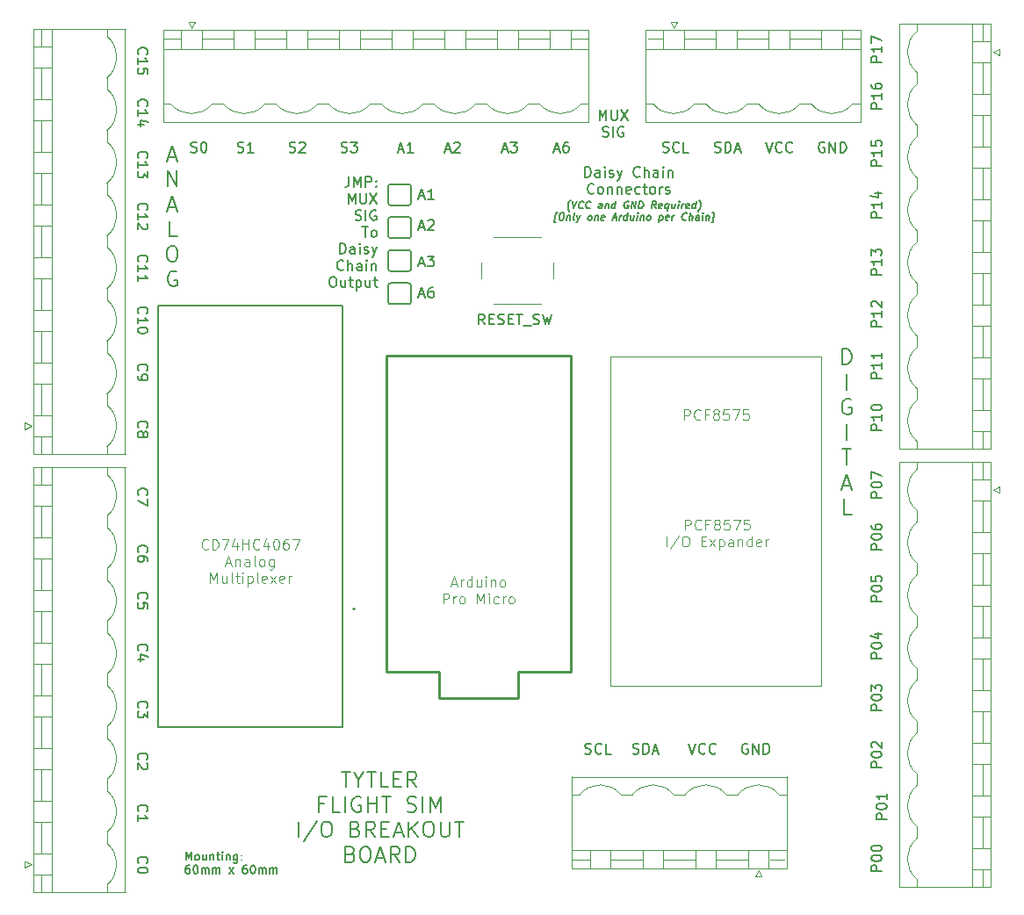
<source format=gbr>
%TF.GenerationSoftware,KiCad,Pcbnew,9.0.6*%
%TF.CreationDate,2026-02-03T15:32:43-08:00*%
%TF.ProjectId,FlightSimIOBoard,466c6967-6874-4536-996d-494f426f6172,rev?*%
%TF.SameCoordinates,Original*%
%TF.FileFunction,Legend,Top*%
%TF.FilePolarity,Positive*%
%FSLAX46Y46*%
G04 Gerber Fmt 4.6, Leading zero omitted, Abs format (unit mm)*
G04 Created by KiCad (PCBNEW 9.0.6) date 2026-02-03 15:32:43*
%MOMM*%
%LPD*%
G01*
G04 APERTURE LIST*
%ADD10C,0.150000*%
%ADD11C,0.100000*%
%ADD12C,0.200000*%
%ADD13C,0.120000*%
%ADD14C,0.127000*%
%ADD15C,0.152400*%
%ADD16C,0.254000*%
G04 APERTURE END LIST*
D10*
X95289160Y-134106340D02*
X95289160Y-133306340D01*
X95289160Y-133306340D02*
X95555826Y-133877768D01*
X95555826Y-133877768D02*
X95822493Y-133306340D01*
X95822493Y-133306340D02*
X95822493Y-134106340D01*
X96317731Y-134106340D02*
X96241541Y-134068245D01*
X96241541Y-134068245D02*
X96203446Y-134030149D01*
X96203446Y-134030149D02*
X96165350Y-133953959D01*
X96165350Y-133953959D02*
X96165350Y-133725387D01*
X96165350Y-133725387D02*
X96203446Y-133649197D01*
X96203446Y-133649197D02*
X96241541Y-133611102D01*
X96241541Y-133611102D02*
X96317731Y-133573006D01*
X96317731Y-133573006D02*
X96432017Y-133573006D01*
X96432017Y-133573006D02*
X96508208Y-133611102D01*
X96508208Y-133611102D02*
X96546303Y-133649197D01*
X96546303Y-133649197D02*
X96584398Y-133725387D01*
X96584398Y-133725387D02*
X96584398Y-133953959D01*
X96584398Y-133953959D02*
X96546303Y-134030149D01*
X96546303Y-134030149D02*
X96508208Y-134068245D01*
X96508208Y-134068245D02*
X96432017Y-134106340D01*
X96432017Y-134106340D02*
X96317731Y-134106340D01*
X97270113Y-133573006D02*
X97270113Y-134106340D01*
X96927256Y-133573006D02*
X96927256Y-133992054D01*
X96927256Y-133992054D02*
X96965351Y-134068245D01*
X96965351Y-134068245D02*
X97041541Y-134106340D01*
X97041541Y-134106340D02*
X97155827Y-134106340D01*
X97155827Y-134106340D02*
X97232018Y-134068245D01*
X97232018Y-134068245D02*
X97270113Y-134030149D01*
X97651066Y-133573006D02*
X97651066Y-134106340D01*
X97651066Y-133649197D02*
X97689161Y-133611102D01*
X97689161Y-133611102D02*
X97765351Y-133573006D01*
X97765351Y-133573006D02*
X97879637Y-133573006D01*
X97879637Y-133573006D02*
X97955828Y-133611102D01*
X97955828Y-133611102D02*
X97993923Y-133687292D01*
X97993923Y-133687292D02*
X97993923Y-134106340D01*
X98260590Y-133573006D02*
X98565352Y-133573006D01*
X98374876Y-133306340D02*
X98374876Y-133992054D01*
X98374876Y-133992054D02*
X98412971Y-134068245D01*
X98412971Y-134068245D02*
X98489161Y-134106340D01*
X98489161Y-134106340D02*
X98565352Y-134106340D01*
X98832019Y-134106340D02*
X98832019Y-133573006D01*
X98832019Y-133306340D02*
X98793923Y-133344435D01*
X98793923Y-133344435D02*
X98832019Y-133382530D01*
X98832019Y-133382530D02*
X98870114Y-133344435D01*
X98870114Y-133344435D02*
X98832019Y-133306340D01*
X98832019Y-133306340D02*
X98832019Y-133382530D01*
X99212971Y-133573006D02*
X99212971Y-134106340D01*
X99212971Y-133649197D02*
X99251066Y-133611102D01*
X99251066Y-133611102D02*
X99327256Y-133573006D01*
X99327256Y-133573006D02*
X99441542Y-133573006D01*
X99441542Y-133573006D02*
X99517733Y-133611102D01*
X99517733Y-133611102D02*
X99555828Y-133687292D01*
X99555828Y-133687292D02*
X99555828Y-134106340D01*
X100279638Y-133573006D02*
X100279638Y-134220625D01*
X100279638Y-134220625D02*
X100241543Y-134296816D01*
X100241543Y-134296816D02*
X100203447Y-134334911D01*
X100203447Y-134334911D02*
X100127257Y-134373006D01*
X100127257Y-134373006D02*
X100012971Y-134373006D01*
X100012971Y-134373006D02*
X99936781Y-134334911D01*
X100279638Y-134068245D02*
X100203447Y-134106340D01*
X100203447Y-134106340D02*
X100051066Y-134106340D01*
X100051066Y-134106340D02*
X99974876Y-134068245D01*
X99974876Y-134068245D02*
X99936781Y-134030149D01*
X99936781Y-134030149D02*
X99898685Y-133953959D01*
X99898685Y-133953959D02*
X99898685Y-133725387D01*
X99898685Y-133725387D02*
X99936781Y-133649197D01*
X99936781Y-133649197D02*
X99974876Y-133611102D01*
X99974876Y-133611102D02*
X100051066Y-133573006D01*
X100051066Y-133573006D02*
X100203447Y-133573006D01*
X100203447Y-133573006D02*
X100279638Y-133611102D01*
X100660591Y-134030149D02*
X100698686Y-134068245D01*
X100698686Y-134068245D02*
X100660591Y-134106340D01*
X100660591Y-134106340D02*
X100622495Y-134068245D01*
X100622495Y-134068245D02*
X100660591Y-134030149D01*
X100660591Y-134030149D02*
X100660591Y-134106340D01*
X100660591Y-133611102D02*
X100698686Y-133649197D01*
X100698686Y-133649197D02*
X100660591Y-133687292D01*
X100660591Y-133687292D02*
X100622495Y-133649197D01*
X100622495Y-133649197D02*
X100660591Y-133611102D01*
X100660591Y-133611102D02*
X100660591Y-133687292D01*
X95632017Y-134594295D02*
X95479636Y-134594295D01*
X95479636Y-134594295D02*
X95403445Y-134632390D01*
X95403445Y-134632390D02*
X95365350Y-134670485D01*
X95365350Y-134670485D02*
X95289160Y-134784771D01*
X95289160Y-134784771D02*
X95251064Y-134937152D01*
X95251064Y-134937152D02*
X95251064Y-135241914D01*
X95251064Y-135241914D02*
X95289160Y-135318104D01*
X95289160Y-135318104D02*
X95327255Y-135356200D01*
X95327255Y-135356200D02*
X95403445Y-135394295D01*
X95403445Y-135394295D02*
X95555826Y-135394295D01*
X95555826Y-135394295D02*
X95632017Y-135356200D01*
X95632017Y-135356200D02*
X95670112Y-135318104D01*
X95670112Y-135318104D02*
X95708207Y-135241914D01*
X95708207Y-135241914D02*
X95708207Y-135051438D01*
X95708207Y-135051438D02*
X95670112Y-134975247D01*
X95670112Y-134975247D02*
X95632017Y-134937152D01*
X95632017Y-134937152D02*
X95555826Y-134899057D01*
X95555826Y-134899057D02*
X95403445Y-134899057D01*
X95403445Y-134899057D02*
X95327255Y-134937152D01*
X95327255Y-134937152D02*
X95289160Y-134975247D01*
X95289160Y-134975247D02*
X95251064Y-135051438D01*
X96203446Y-134594295D02*
X96279636Y-134594295D01*
X96279636Y-134594295D02*
X96355827Y-134632390D01*
X96355827Y-134632390D02*
X96393922Y-134670485D01*
X96393922Y-134670485D02*
X96432017Y-134746676D01*
X96432017Y-134746676D02*
X96470112Y-134899057D01*
X96470112Y-134899057D02*
X96470112Y-135089533D01*
X96470112Y-135089533D02*
X96432017Y-135241914D01*
X96432017Y-135241914D02*
X96393922Y-135318104D01*
X96393922Y-135318104D02*
X96355827Y-135356200D01*
X96355827Y-135356200D02*
X96279636Y-135394295D01*
X96279636Y-135394295D02*
X96203446Y-135394295D01*
X96203446Y-135394295D02*
X96127255Y-135356200D01*
X96127255Y-135356200D02*
X96089160Y-135318104D01*
X96089160Y-135318104D02*
X96051065Y-135241914D01*
X96051065Y-135241914D02*
X96012969Y-135089533D01*
X96012969Y-135089533D02*
X96012969Y-134899057D01*
X96012969Y-134899057D02*
X96051065Y-134746676D01*
X96051065Y-134746676D02*
X96089160Y-134670485D01*
X96089160Y-134670485D02*
X96127255Y-134632390D01*
X96127255Y-134632390D02*
X96203446Y-134594295D01*
X96812970Y-135394295D02*
X96812970Y-134860961D01*
X96812970Y-134937152D02*
X96851065Y-134899057D01*
X96851065Y-134899057D02*
X96927255Y-134860961D01*
X96927255Y-134860961D02*
X97041541Y-134860961D01*
X97041541Y-134860961D02*
X97117732Y-134899057D01*
X97117732Y-134899057D02*
X97155827Y-134975247D01*
X97155827Y-134975247D02*
X97155827Y-135394295D01*
X97155827Y-134975247D02*
X97193922Y-134899057D01*
X97193922Y-134899057D02*
X97270113Y-134860961D01*
X97270113Y-134860961D02*
X97384398Y-134860961D01*
X97384398Y-134860961D02*
X97460589Y-134899057D01*
X97460589Y-134899057D02*
X97498684Y-134975247D01*
X97498684Y-134975247D02*
X97498684Y-135394295D01*
X97879637Y-135394295D02*
X97879637Y-134860961D01*
X97879637Y-134937152D02*
X97917732Y-134899057D01*
X97917732Y-134899057D02*
X97993922Y-134860961D01*
X97993922Y-134860961D02*
X98108208Y-134860961D01*
X98108208Y-134860961D02*
X98184399Y-134899057D01*
X98184399Y-134899057D02*
X98222494Y-134975247D01*
X98222494Y-134975247D02*
X98222494Y-135394295D01*
X98222494Y-134975247D02*
X98260589Y-134899057D01*
X98260589Y-134899057D02*
X98336780Y-134860961D01*
X98336780Y-134860961D02*
X98451065Y-134860961D01*
X98451065Y-134860961D02*
X98527256Y-134899057D01*
X98527256Y-134899057D02*
X98565351Y-134975247D01*
X98565351Y-134975247D02*
X98565351Y-135394295D01*
X99479637Y-135394295D02*
X99898685Y-134860961D01*
X99479637Y-134860961D02*
X99898685Y-135394295D01*
X101155828Y-134594295D02*
X101003447Y-134594295D01*
X101003447Y-134594295D02*
X100927256Y-134632390D01*
X100927256Y-134632390D02*
X100889161Y-134670485D01*
X100889161Y-134670485D02*
X100812971Y-134784771D01*
X100812971Y-134784771D02*
X100774875Y-134937152D01*
X100774875Y-134937152D02*
X100774875Y-135241914D01*
X100774875Y-135241914D02*
X100812971Y-135318104D01*
X100812971Y-135318104D02*
X100851066Y-135356200D01*
X100851066Y-135356200D02*
X100927256Y-135394295D01*
X100927256Y-135394295D02*
X101079637Y-135394295D01*
X101079637Y-135394295D02*
X101155828Y-135356200D01*
X101155828Y-135356200D02*
X101193923Y-135318104D01*
X101193923Y-135318104D02*
X101232018Y-135241914D01*
X101232018Y-135241914D02*
X101232018Y-135051438D01*
X101232018Y-135051438D02*
X101193923Y-134975247D01*
X101193923Y-134975247D02*
X101155828Y-134937152D01*
X101155828Y-134937152D02*
X101079637Y-134899057D01*
X101079637Y-134899057D02*
X100927256Y-134899057D01*
X100927256Y-134899057D02*
X100851066Y-134937152D01*
X100851066Y-134937152D02*
X100812971Y-134975247D01*
X100812971Y-134975247D02*
X100774875Y-135051438D01*
X101727257Y-134594295D02*
X101803447Y-134594295D01*
X101803447Y-134594295D02*
X101879638Y-134632390D01*
X101879638Y-134632390D02*
X101917733Y-134670485D01*
X101917733Y-134670485D02*
X101955828Y-134746676D01*
X101955828Y-134746676D02*
X101993923Y-134899057D01*
X101993923Y-134899057D02*
X101993923Y-135089533D01*
X101993923Y-135089533D02*
X101955828Y-135241914D01*
X101955828Y-135241914D02*
X101917733Y-135318104D01*
X101917733Y-135318104D02*
X101879638Y-135356200D01*
X101879638Y-135356200D02*
X101803447Y-135394295D01*
X101803447Y-135394295D02*
X101727257Y-135394295D01*
X101727257Y-135394295D02*
X101651066Y-135356200D01*
X101651066Y-135356200D02*
X101612971Y-135318104D01*
X101612971Y-135318104D02*
X101574876Y-135241914D01*
X101574876Y-135241914D02*
X101536780Y-135089533D01*
X101536780Y-135089533D02*
X101536780Y-134899057D01*
X101536780Y-134899057D02*
X101574876Y-134746676D01*
X101574876Y-134746676D02*
X101612971Y-134670485D01*
X101612971Y-134670485D02*
X101651066Y-134632390D01*
X101651066Y-134632390D02*
X101727257Y-134594295D01*
X102336781Y-135394295D02*
X102336781Y-134860961D01*
X102336781Y-134937152D02*
X102374876Y-134899057D01*
X102374876Y-134899057D02*
X102451066Y-134860961D01*
X102451066Y-134860961D02*
X102565352Y-134860961D01*
X102565352Y-134860961D02*
X102641543Y-134899057D01*
X102641543Y-134899057D02*
X102679638Y-134975247D01*
X102679638Y-134975247D02*
X102679638Y-135394295D01*
X102679638Y-134975247D02*
X102717733Y-134899057D01*
X102717733Y-134899057D02*
X102793924Y-134860961D01*
X102793924Y-134860961D02*
X102908209Y-134860961D01*
X102908209Y-134860961D02*
X102984400Y-134899057D01*
X102984400Y-134899057D02*
X103022495Y-134975247D01*
X103022495Y-134975247D02*
X103022495Y-135394295D01*
X103403448Y-135394295D02*
X103403448Y-134860961D01*
X103403448Y-134937152D02*
X103441543Y-134899057D01*
X103441543Y-134899057D02*
X103517733Y-134860961D01*
X103517733Y-134860961D02*
X103632019Y-134860961D01*
X103632019Y-134860961D02*
X103708210Y-134899057D01*
X103708210Y-134899057D02*
X103746305Y-134975247D01*
X103746305Y-134975247D02*
X103746305Y-135394295D01*
X103746305Y-134975247D02*
X103784400Y-134899057D01*
X103784400Y-134899057D02*
X103860591Y-134860961D01*
X103860591Y-134860961D02*
X103974876Y-134860961D01*
X103974876Y-134860961D02*
X104051067Y-134899057D01*
X104051067Y-134899057D02*
X104089162Y-134975247D01*
X104089162Y-134975247D02*
X104089162Y-135394295D01*
X162369819Y-109163220D02*
X161369819Y-109163220D01*
X161369819Y-109163220D02*
X161369819Y-108782268D01*
X161369819Y-108782268D02*
X161417438Y-108687030D01*
X161417438Y-108687030D02*
X161465057Y-108639411D01*
X161465057Y-108639411D02*
X161560295Y-108591792D01*
X161560295Y-108591792D02*
X161703152Y-108591792D01*
X161703152Y-108591792D02*
X161798390Y-108639411D01*
X161798390Y-108639411D02*
X161846009Y-108687030D01*
X161846009Y-108687030D02*
X161893628Y-108782268D01*
X161893628Y-108782268D02*
X161893628Y-109163220D01*
X161369819Y-107972744D02*
X161369819Y-107877506D01*
X161369819Y-107877506D02*
X161417438Y-107782268D01*
X161417438Y-107782268D02*
X161465057Y-107734649D01*
X161465057Y-107734649D02*
X161560295Y-107687030D01*
X161560295Y-107687030D02*
X161750771Y-107639411D01*
X161750771Y-107639411D02*
X161988866Y-107639411D01*
X161988866Y-107639411D02*
X162179342Y-107687030D01*
X162179342Y-107687030D02*
X162274580Y-107734649D01*
X162274580Y-107734649D02*
X162322200Y-107782268D01*
X162322200Y-107782268D02*
X162369819Y-107877506D01*
X162369819Y-107877506D02*
X162369819Y-107972744D01*
X162369819Y-107972744D02*
X162322200Y-108067982D01*
X162322200Y-108067982D02*
X162274580Y-108115601D01*
X162274580Y-108115601D02*
X162179342Y-108163220D01*
X162179342Y-108163220D02*
X161988866Y-108210839D01*
X161988866Y-108210839D02*
X161750771Y-108210839D01*
X161750771Y-108210839D02*
X161560295Y-108163220D01*
X161560295Y-108163220D02*
X161465057Y-108115601D01*
X161465057Y-108115601D02*
X161417438Y-108067982D01*
X161417438Y-108067982D02*
X161369819Y-107972744D01*
X161369819Y-106734649D02*
X161369819Y-107210839D01*
X161369819Y-107210839D02*
X161846009Y-107258458D01*
X161846009Y-107258458D02*
X161798390Y-107210839D01*
X161798390Y-107210839D02*
X161750771Y-107115601D01*
X161750771Y-107115601D02*
X161750771Y-106877506D01*
X161750771Y-106877506D02*
X161798390Y-106782268D01*
X161798390Y-106782268D02*
X161846009Y-106734649D01*
X161846009Y-106734649D02*
X161941247Y-106687030D01*
X161941247Y-106687030D02*
X162179342Y-106687030D01*
X162179342Y-106687030D02*
X162274580Y-106734649D01*
X162274580Y-106734649D02*
X162322200Y-106782268D01*
X162322200Y-106782268D02*
X162369819Y-106877506D01*
X162369819Y-106877506D02*
X162369819Y-107115601D01*
X162369819Y-107115601D02*
X162322200Y-107210839D01*
X162322200Y-107210839D02*
X162274580Y-107258458D01*
X133789160Y-123822200D02*
X133932017Y-123869819D01*
X133932017Y-123869819D02*
X134170112Y-123869819D01*
X134170112Y-123869819D02*
X134265350Y-123822200D01*
X134265350Y-123822200D02*
X134312969Y-123774580D01*
X134312969Y-123774580D02*
X134360588Y-123679342D01*
X134360588Y-123679342D02*
X134360588Y-123584104D01*
X134360588Y-123584104D02*
X134312969Y-123488866D01*
X134312969Y-123488866D02*
X134265350Y-123441247D01*
X134265350Y-123441247D02*
X134170112Y-123393628D01*
X134170112Y-123393628D02*
X133979636Y-123346009D01*
X133979636Y-123346009D02*
X133884398Y-123298390D01*
X133884398Y-123298390D02*
X133836779Y-123250771D01*
X133836779Y-123250771D02*
X133789160Y-123155533D01*
X133789160Y-123155533D02*
X133789160Y-123060295D01*
X133789160Y-123060295D02*
X133836779Y-122965057D01*
X133836779Y-122965057D02*
X133884398Y-122917438D01*
X133884398Y-122917438D02*
X133979636Y-122869819D01*
X133979636Y-122869819D02*
X134217731Y-122869819D01*
X134217731Y-122869819D02*
X134360588Y-122917438D01*
X135360588Y-123774580D02*
X135312969Y-123822200D01*
X135312969Y-123822200D02*
X135170112Y-123869819D01*
X135170112Y-123869819D02*
X135074874Y-123869819D01*
X135074874Y-123869819D02*
X134932017Y-123822200D01*
X134932017Y-123822200D02*
X134836779Y-123726961D01*
X134836779Y-123726961D02*
X134789160Y-123631723D01*
X134789160Y-123631723D02*
X134741541Y-123441247D01*
X134741541Y-123441247D02*
X134741541Y-123298390D01*
X134741541Y-123298390D02*
X134789160Y-123107914D01*
X134789160Y-123107914D02*
X134836779Y-123012676D01*
X134836779Y-123012676D02*
X134932017Y-122917438D01*
X134932017Y-122917438D02*
X135074874Y-122869819D01*
X135074874Y-122869819D02*
X135170112Y-122869819D01*
X135170112Y-122869819D02*
X135312969Y-122917438D01*
X135312969Y-122917438D02*
X135360588Y-122965057D01*
X136265350Y-123869819D02*
X135789160Y-123869819D01*
X135789160Y-123869819D02*
X135789160Y-122869819D01*
X90725419Y-124408207D02*
X90677800Y-124360588D01*
X90677800Y-124360588D02*
X90630180Y-124217731D01*
X90630180Y-124217731D02*
X90630180Y-124122493D01*
X90630180Y-124122493D02*
X90677800Y-123979636D01*
X90677800Y-123979636D02*
X90773038Y-123884398D01*
X90773038Y-123884398D02*
X90868276Y-123836779D01*
X90868276Y-123836779D02*
X91058752Y-123789160D01*
X91058752Y-123789160D02*
X91201609Y-123789160D01*
X91201609Y-123789160D02*
X91392085Y-123836779D01*
X91392085Y-123836779D02*
X91487323Y-123884398D01*
X91487323Y-123884398D02*
X91582561Y-123979636D01*
X91582561Y-123979636D02*
X91630180Y-124122493D01*
X91630180Y-124122493D02*
X91630180Y-124217731D01*
X91630180Y-124217731D02*
X91582561Y-124360588D01*
X91582561Y-124360588D02*
X91534942Y-124408207D01*
X91534942Y-124789160D02*
X91582561Y-124836779D01*
X91582561Y-124836779D02*
X91630180Y-124932017D01*
X91630180Y-124932017D02*
X91630180Y-125170112D01*
X91630180Y-125170112D02*
X91582561Y-125265350D01*
X91582561Y-125265350D02*
X91534942Y-125312969D01*
X91534942Y-125312969D02*
X91439704Y-125360588D01*
X91439704Y-125360588D02*
X91344466Y-125360588D01*
X91344466Y-125360588D02*
X91201609Y-125312969D01*
X91201609Y-125312969D02*
X90630180Y-124741541D01*
X90630180Y-124741541D02*
X90630180Y-125360588D01*
X90725419Y-76408207D02*
X90677800Y-76360588D01*
X90677800Y-76360588D02*
X90630180Y-76217731D01*
X90630180Y-76217731D02*
X90630180Y-76122493D01*
X90630180Y-76122493D02*
X90677800Y-75979636D01*
X90677800Y-75979636D02*
X90773038Y-75884398D01*
X90773038Y-75884398D02*
X90868276Y-75836779D01*
X90868276Y-75836779D02*
X91058752Y-75789160D01*
X91058752Y-75789160D02*
X91201609Y-75789160D01*
X91201609Y-75789160D02*
X91392085Y-75836779D01*
X91392085Y-75836779D02*
X91487323Y-75884398D01*
X91487323Y-75884398D02*
X91582561Y-75979636D01*
X91582561Y-75979636D02*
X91630180Y-76122493D01*
X91630180Y-76122493D02*
X91630180Y-76217731D01*
X91630180Y-76217731D02*
X91582561Y-76360588D01*
X91582561Y-76360588D02*
X91534942Y-76408207D01*
X90630180Y-77360588D02*
X90630180Y-76789160D01*
X90630180Y-77074874D02*
X91630180Y-77074874D01*
X91630180Y-77074874D02*
X91487323Y-76979636D01*
X91487323Y-76979636D02*
X91392085Y-76884398D01*
X91392085Y-76884398D02*
X91344466Y-76789160D01*
X90630180Y-78312969D02*
X90630180Y-77741541D01*
X90630180Y-78027255D02*
X91630180Y-78027255D01*
X91630180Y-78027255D02*
X91487323Y-77932017D01*
X91487323Y-77932017D02*
X91392085Y-77836779D01*
X91392085Y-77836779D02*
X91344466Y-77741541D01*
D11*
X143404762Y-102262475D02*
X143404762Y-101262475D01*
X143404762Y-101262475D02*
X143785714Y-101262475D01*
X143785714Y-101262475D02*
X143880952Y-101310094D01*
X143880952Y-101310094D02*
X143928571Y-101357713D01*
X143928571Y-101357713D02*
X143976190Y-101452951D01*
X143976190Y-101452951D02*
X143976190Y-101595808D01*
X143976190Y-101595808D02*
X143928571Y-101691046D01*
X143928571Y-101691046D02*
X143880952Y-101738665D01*
X143880952Y-101738665D02*
X143785714Y-101786284D01*
X143785714Y-101786284D02*
X143404762Y-101786284D01*
X144976190Y-102167236D02*
X144928571Y-102214856D01*
X144928571Y-102214856D02*
X144785714Y-102262475D01*
X144785714Y-102262475D02*
X144690476Y-102262475D01*
X144690476Y-102262475D02*
X144547619Y-102214856D01*
X144547619Y-102214856D02*
X144452381Y-102119617D01*
X144452381Y-102119617D02*
X144404762Y-102024379D01*
X144404762Y-102024379D02*
X144357143Y-101833903D01*
X144357143Y-101833903D02*
X144357143Y-101691046D01*
X144357143Y-101691046D02*
X144404762Y-101500570D01*
X144404762Y-101500570D02*
X144452381Y-101405332D01*
X144452381Y-101405332D02*
X144547619Y-101310094D01*
X144547619Y-101310094D02*
X144690476Y-101262475D01*
X144690476Y-101262475D02*
X144785714Y-101262475D01*
X144785714Y-101262475D02*
X144928571Y-101310094D01*
X144928571Y-101310094D02*
X144976190Y-101357713D01*
X145738095Y-101738665D02*
X145404762Y-101738665D01*
X145404762Y-102262475D02*
X145404762Y-101262475D01*
X145404762Y-101262475D02*
X145880952Y-101262475D01*
X146404762Y-101691046D02*
X146309524Y-101643427D01*
X146309524Y-101643427D02*
X146261905Y-101595808D01*
X146261905Y-101595808D02*
X146214286Y-101500570D01*
X146214286Y-101500570D02*
X146214286Y-101452951D01*
X146214286Y-101452951D02*
X146261905Y-101357713D01*
X146261905Y-101357713D02*
X146309524Y-101310094D01*
X146309524Y-101310094D02*
X146404762Y-101262475D01*
X146404762Y-101262475D02*
X146595238Y-101262475D01*
X146595238Y-101262475D02*
X146690476Y-101310094D01*
X146690476Y-101310094D02*
X146738095Y-101357713D01*
X146738095Y-101357713D02*
X146785714Y-101452951D01*
X146785714Y-101452951D02*
X146785714Y-101500570D01*
X146785714Y-101500570D02*
X146738095Y-101595808D01*
X146738095Y-101595808D02*
X146690476Y-101643427D01*
X146690476Y-101643427D02*
X146595238Y-101691046D01*
X146595238Y-101691046D02*
X146404762Y-101691046D01*
X146404762Y-101691046D02*
X146309524Y-101738665D01*
X146309524Y-101738665D02*
X146261905Y-101786284D01*
X146261905Y-101786284D02*
X146214286Y-101881522D01*
X146214286Y-101881522D02*
X146214286Y-102071998D01*
X146214286Y-102071998D02*
X146261905Y-102167236D01*
X146261905Y-102167236D02*
X146309524Y-102214856D01*
X146309524Y-102214856D02*
X146404762Y-102262475D01*
X146404762Y-102262475D02*
X146595238Y-102262475D01*
X146595238Y-102262475D02*
X146690476Y-102214856D01*
X146690476Y-102214856D02*
X146738095Y-102167236D01*
X146738095Y-102167236D02*
X146785714Y-102071998D01*
X146785714Y-102071998D02*
X146785714Y-101881522D01*
X146785714Y-101881522D02*
X146738095Y-101786284D01*
X146738095Y-101786284D02*
X146690476Y-101738665D01*
X146690476Y-101738665D02*
X146595238Y-101691046D01*
X147690476Y-101262475D02*
X147214286Y-101262475D01*
X147214286Y-101262475D02*
X147166667Y-101738665D01*
X147166667Y-101738665D02*
X147214286Y-101691046D01*
X147214286Y-101691046D02*
X147309524Y-101643427D01*
X147309524Y-101643427D02*
X147547619Y-101643427D01*
X147547619Y-101643427D02*
X147642857Y-101691046D01*
X147642857Y-101691046D02*
X147690476Y-101738665D01*
X147690476Y-101738665D02*
X147738095Y-101833903D01*
X147738095Y-101833903D02*
X147738095Y-102071998D01*
X147738095Y-102071998D02*
X147690476Y-102167236D01*
X147690476Y-102167236D02*
X147642857Y-102214856D01*
X147642857Y-102214856D02*
X147547619Y-102262475D01*
X147547619Y-102262475D02*
X147309524Y-102262475D01*
X147309524Y-102262475D02*
X147214286Y-102214856D01*
X147214286Y-102214856D02*
X147166667Y-102167236D01*
X148071429Y-101262475D02*
X148738095Y-101262475D01*
X148738095Y-101262475D02*
X148309524Y-102262475D01*
X149595238Y-101262475D02*
X149119048Y-101262475D01*
X149119048Y-101262475D02*
X149071429Y-101738665D01*
X149071429Y-101738665D02*
X149119048Y-101691046D01*
X149119048Y-101691046D02*
X149214286Y-101643427D01*
X149214286Y-101643427D02*
X149452381Y-101643427D01*
X149452381Y-101643427D02*
X149547619Y-101691046D01*
X149547619Y-101691046D02*
X149595238Y-101738665D01*
X149595238Y-101738665D02*
X149642857Y-101833903D01*
X149642857Y-101833903D02*
X149642857Y-102071998D01*
X149642857Y-102071998D02*
X149595238Y-102167236D01*
X149595238Y-102167236D02*
X149547619Y-102214856D01*
X149547619Y-102214856D02*
X149452381Y-102262475D01*
X149452381Y-102262475D02*
X149214286Y-102262475D01*
X149214286Y-102262475D02*
X149119048Y-102214856D01*
X149119048Y-102214856D02*
X149071429Y-102167236D01*
X141666666Y-103872419D02*
X141666666Y-102872419D01*
X142857141Y-102824800D02*
X141999999Y-104110514D01*
X143380951Y-102872419D02*
X143571427Y-102872419D01*
X143571427Y-102872419D02*
X143666665Y-102920038D01*
X143666665Y-102920038D02*
X143761903Y-103015276D01*
X143761903Y-103015276D02*
X143809522Y-103205752D01*
X143809522Y-103205752D02*
X143809522Y-103539085D01*
X143809522Y-103539085D02*
X143761903Y-103729561D01*
X143761903Y-103729561D02*
X143666665Y-103824800D01*
X143666665Y-103824800D02*
X143571427Y-103872419D01*
X143571427Y-103872419D02*
X143380951Y-103872419D01*
X143380951Y-103872419D02*
X143285713Y-103824800D01*
X143285713Y-103824800D02*
X143190475Y-103729561D01*
X143190475Y-103729561D02*
X143142856Y-103539085D01*
X143142856Y-103539085D02*
X143142856Y-103205752D01*
X143142856Y-103205752D02*
X143190475Y-103015276D01*
X143190475Y-103015276D02*
X143285713Y-102920038D01*
X143285713Y-102920038D02*
X143380951Y-102872419D01*
X144999999Y-103348609D02*
X145333332Y-103348609D01*
X145476189Y-103872419D02*
X144999999Y-103872419D01*
X144999999Y-103872419D02*
X144999999Y-102872419D01*
X144999999Y-102872419D02*
X145476189Y-102872419D01*
X145809523Y-103872419D02*
X146333332Y-103205752D01*
X145809523Y-103205752D02*
X146333332Y-103872419D01*
X146714285Y-103205752D02*
X146714285Y-104205752D01*
X146714285Y-103253371D02*
X146809523Y-103205752D01*
X146809523Y-103205752D02*
X146999999Y-103205752D01*
X146999999Y-103205752D02*
X147095237Y-103253371D01*
X147095237Y-103253371D02*
X147142856Y-103300990D01*
X147142856Y-103300990D02*
X147190475Y-103396228D01*
X147190475Y-103396228D02*
X147190475Y-103681942D01*
X147190475Y-103681942D02*
X147142856Y-103777180D01*
X147142856Y-103777180D02*
X147095237Y-103824800D01*
X147095237Y-103824800D02*
X146999999Y-103872419D01*
X146999999Y-103872419D02*
X146809523Y-103872419D01*
X146809523Y-103872419D02*
X146714285Y-103824800D01*
X148047618Y-103872419D02*
X148047618Y-103348609D01*
X148047618Y-103348609D02*
X147999999Y-103253371D01*
X147999999Y-103253371D02*
X147904761Y-103205752D01*
X147904761Y-103205752D02*
X147714285Y-103205752D01*
X147714285Y-103205752D02*
X147619047Y-103253371D01*
X148047618Y-103824800D02*
X147952380Y-103872419D01*
X147952380Y-103872419D02*
X147714285Y-103872419D01*
X147714285Y-103872419D02*
X147619047Y-103824800D01*
X147619047Y-103824800D02*
X147571428Y-103729561D01*
X147571428Y-103729561D02*
X147571428Y-103634323D01*
X147571428Y-103634323D02*
X147619047Y-103539085D01*
X147619047Y-103539085D02*
X147714285Y-103491466D01*
X147714285Y-103491466D02*
X147952380Y-103491466D01*
X147952380Y-103491466D02*
X148047618Y-103443847D01*
X148523809Y-103205752D02*
X148523809Y-103872419D01*
X148523809Y-103300990D02*
X148571428Y-103253371D01*
X148571428Y-103253371D02*
X148666666Y-103205752D01*
X148666666Y-103205752D02*
X148809523Y-103205752D01*
X148809523Y-103205752D02*
X148904761Y-103253371D01*
X148904761Y-103253371D02*
X148952380Y-103348609D01*
X148952380Y-103348609D02*
X148952380Y-103872419D01*
X149857142Y-103872419D02*
X149857142Y-102872419D01*
X149857142Y-103824800D02*
X149761904Y-103872419D01*
X149761904Y-103872419D02*
X149571428Y-103872419D01*
X149571428Y-103872419D02*
X149476190Y-103824800D01*
X149476190Y-103824800D02*
X149428571Y-103777180D01*
X149428571Y-103777180D02*
X149380952Y-103681942D01*
X149380952Y-103681942D02*
X149380952Y-103396228D01*
X149380952Y-103396228D02*
X149428571Y-103300990D01*
X149428571Y-103300990D02*
X149476190Y-103253371D01*
X149476190Y-103253371D02*
X149571428Y-103205752D01*
X149571428Y-103205752D02*
X149761904Y-103205752D01*
X149761904Y-103205752D02*
X149857142Y-103253371D01*
X150714285Y-103824800D02*
X150619047Y-103872419D01*
X150619047Y-103872419D02*
X150428571Y-103872419D01*
X150428571Y-103872419D02*
X150333333Y-103824800D01*
X150333333Y-103824800D02*
X150285714Y-103729561D01*
X150285714Y-103729561D02*
X150285714Y-103348609D01*
X150285714Y-103348609D02*
X150333333Y-103253371D01*
X150333333Y-103253371D02*
X150428571Y-103205752D01*
X150428571Y-103205752D02*
X150619047Y-103205752D01*
X150619047Y-103205752D02*
X150714285Y-103253371D01*
X150714285Y-103253371D02*
X150761904Y-103348609D01*
X150761904Y-103348609D02*
X150761904Y-103443847D01*
X150761904Y-103443847D02*
X150285714Y-103539085D01*
X151190476Y-103872419D02*
X151190476Y-103205752D01*
X151190476Y-103396228D02*
X151238095Y-103300990D01*
X151238095Y-103300990D02*
X151285714Y-103253371D01*
X151285714Y-103253371D02*
X151380952Y-103205752D01*
X151380952Y-103205752D02*
X151476190Y-103205752D01*
D10*
X90725419Y-129408207D02*
X90677800Y-129360588D01*
X90677800Y-129360588D02*
X90630180Y-129217731D01*
X90630180Y-129217731D02*
X90630180Y-129122493D01*
X90630180Y-129122493D02*
X90677800Y-128979636D01*
X90677800Y-128979636D02*
X90773038Y-128884398D01*
X90773038Y-128884398D02*
X90868276Y-128836779D01*
X90868276Y-128836779D02*
X91058752Y-128789160D01*
X91058752Y-128789160D02*
X91201609Y-128789160D01*
X91201609Y-128789160D02*
X91392085Y-128836779D01*
X91392085Y-128836779D02*
X91487323Y-128884398D01*
X91487323Y-128884398D02*
X91582561Y-128979636D01*
X91582561Y-128979636D02*
X91630180Y-129122493D01*
X91630180Y-129122493D02*
X91630180Y-129217731D01*
X91630180Y-129217731D02*
X91582561Y-129360588D01*
X91582561Y-129360588D02*
X91534942Y-129408207D01*
X90630180Y-130360588D02*
X90630180Y-129789160D01*
X90630180Y-130074874D02*
X91630180Y-130074874D01*
X91630180Y-130074874D02*
X91487323Y-129979636D01*
X91487323Y-129979636D02*
X91392085Y-129884398D01*
X91392085Y-129884398D02*
X91344466Y-129789160D01*
X133785714Y-68259875D02*
X133785714Y-67259875D01*
X133785714Y-67259875D02*
X134023809Y-67259875D01*
X134023809Y-67259875D02*
X134166666Y-67307494D01*
X134166666Y-67307494D02*
X134261904Y-67402732D01*
X134261904Y-67402732D02*
X134309523Y-67497970D01*
X134309523Y-67497970D02*
X134357142Y-67688446D01*
X134357142Y-67688446D02*
X134357142Y-67831303D01*
X134357142Y-67831303D02*
X134309523Y-68021779D01*
X134309523Y-68021779D02*
X134261904Y-68117017D01*
X134261904Y-68117017D02*
X134166666Y-68212256D01*
X134166666Y-68212256D02*
X134023809Y-68259875D01*
X134023809Y-68259875D02*
X133785714Y-68259875D01*
X135214285Y-68259875D02*
X135214285Y-67736065D01*
X135214285Y-67736065D02*
X135166666Y-67640827D01*
X135166666Y-67640827D02*
X135071428Y-67593208D01*
X135071428Y-67593208D02*
X134880952Y-67593208D01*
X134880952Y-67593208D02*
X134785714Y-67640827D01*
X135214285Y-68212256D02*
X135119047Y-68259875D01*
X135119047Y-68259875D02*
X134880952Y-68259875D01*
X134880952Y-68259875D02*
X134785714Y-68212256D01*
X134785714Y-68212256D02*
X134738095Y-68117017D01*
X134738095Y-68117017D02*
X134738095Y-68021779D01*
X134738095Y-68021779D02*
X134785714Y-67926541D01*
X134785714Y-67926541D02*
X134880952Y-67878922D01*
X134880952Y-67878922D02*
X135119047Y-67878922D01*
X135119047Y-67878922D02*
X135214285Y-67831303D01*
X135690476Y-68259875D02*
X135690476Y-67593208D01*
X135690476Y-67259875D02*
X135642857Y-67307494D01*
X135642857Y-67307494D02*
X135690476Y-67355113D01*
X135690476Y-67355113D02*
X135738095Y-67307494D01*
X135738095Y-67307494D02*
X135690476Y-67259875D01*
X135690476Y-67259875D02*
X135690476Y-67355113D01*
X136119047Y-68212256D02*
X136214285Y-68259875D01*
X136214285Y-68259875D02*
X136404761Y-68259875D01*
X136404761Y-68259875D02*
X136499999Y-68212256D01*
X136499999Y-68212256D02*
X136547618Y-68117017D01*
X136547618Y-68117017D02*
X136547618Y-68069398D01*
X136547618Y-68069398D02*
X136499999Y-67974160D01*
X136499999Y-67974160D02*
X136404761Y-67926541D01*
X136404761Y-67926541D02*
X136261904Y-67926541D01*
X136261904Y-67926541D02*
X136166666Y-67878922D01*
X136166666Y-67878922D02*
X136119047Y-67783684D01*
X136119047Y-67783684D02*
X136119047Y-67736065D01*
X136119047Y-67736065D02*
X136166666Y-67640827D01*
X136166666Y-67640827D02*
X136261904Y-67593208D01*
X136261904Y-67593208D02*
X136404761Y-67593208D01*
X136404761Y-67593208D02*
X136499999Y-67640827D01*
X136880952Y-67593208D02*
X137119047Y-68259875D01*
X137357142Y-67593208D02*
X137119047Y-68259875D01*
X137119047Y-68259875D02*
X137023809Y-68497970D01*
X137023809Y-68497970D02*
X136976190Y-68545589D01*
X136976190Y-68545589D02*
X136880952Y-68593208D01*
X139071428Y-68164636D02*
X139023809Y-68212256D01*
X139023809Y-68212256D02*
X138880952Y-68259875D01*
X138880952Y-68259875D02*
X138785714Y-68259875D01*
X138785714Y-68259875D02*
X138642857Y-68212256D01*
X138642857Y-68212256D02*
X138547619Y-68117017D01*
X138547619Y-68117017D02*
X138500000Y-68021779D01*
X138500000Y-68021779D02*
X138452381Y-67831303D01*
X138452381Y-67831303D02*
X138452381Y-67688446D01*
X138452381Y-67688446D02*
X138500000Y-67497970D01*
X138500000Y-67497970D02*
X138547619Y-67402732D01*
X138547619Y-67402732D02*
X138642857Y-67307494D01*
X138642857Y-67307494D02*
X138785714Y-67259875D01*
X138785714Y-67259875D02*
X138880952Y-67259875D01*
X138880952Y-67259875D02*
X139023809Y-67307494D01*
X139023809Y-67307494D02*
X139071428Y-67355113D01*
X139500000Y-68259875D02*
X139500000Y-67259875D01*
X139928571Y-68259875D02*
X139928571Y-67736065D01*
X139928571Y-67736065D02*
X139880952Y-67640827D01*
X139880952Y-67640827D02*
X139785714Y-67593208D01*
X139785714Y-67593208D02*
X139642857Y-67593208D01*
X139642857Y-67593208D02*
X139547619Y-67640827D01*
X139547619Y-67640827D02*
X139500000Y-67688446D01*
X140833333Y-68259875D02*
X140833333Y-67736065D01*
X140833333Y-67736065D02*
X140785714Y-67640827D01*
X140785714Y-67640827D02*
X140690476Y-67593208D01*
X140690476Y-67593208D02*
X140500000Y-67593208D01*
X140500000Y-67593208D02*
X140404762Y-67640827D01*
X140833333Y-68212256D02*
X140738095Y-68259875D01*
X140738095Y-68259875D02*
X140500000Y-68259875D01*
X140500000Y-68259875D02*
X140404762Y-68212256D01*
X140404762Y-68212256D02*
X140357143Y-68117017D01*
X140357143Y-68117017D02*
X140357143Y-68021779D01*
X140357143Y-68021779D02*
X140404762Y-67926541D01*
X140404762Y-67926541D02*
X140500000Y-67878922D01*
X140500000Y-67878922D02*
X140738095Y-67878922D01*
X140738095Y-67878922D02*
X140833333Y-67831303D01*
X141309524Y-68259875D02*
X141309524Y-67593208D01*
X141309524Y-67259875D02*
X141261905Y-67307494D01*
X141261905Y-67307494D02*
X141309524Y-67355113D01*
X141309524Y-67355113D02*
X141357143Y-67307494D01*
X141357143Y-67307494D02*
X141309524Y-67259875D01*
X141309524Y-67259875D02*
X141309524Y-67355113D01*
X141785714Y-67593208D02*
X141785714Y-68259875D01*
X141785714Y-67688446D02*
X141833333Y-67640827D01*
X141833333Y-67640827D02*
X141928571Y-67593208D01*
X141928571Y-67593208D02*
X142071428Y-67593208D01*
X142071428Y-67593208D02*
X142166666Y-67640827D01*
X142166666Y-67640827D02*
X142214285Y-67736065D01*
X142214285Y-67736065D02*
X142214285Y-68259875D01*
X134642856Y-69774580D02*
X134595237Y-69822200D01*
X134595237Y-69822200D02*
X134452380Y-69869819D01*
X134452380Y-69869819D02*
X134357142Y-69869819D01*
X134357142Y-69869819D02*
X134214285Y-69822200D01*
X134214285Y-69822200D02*
X134119047Y-69726961D01*
X134119047Y-69726961D02*
X134071428Y-69631723D01*
X134071428Y-69631723D02*
X134023809Y-69441247D01*
X134023809Y-69441247D02*
X134023809Y-69298390D01*
X134023809Y-69298390D02*
X134071428Y-69107914D01*
X134071428Y-69107914D02*
X134119047Y-69012676D01*
X134119047Y-69012676D02*
X134214285Y-68917438D01*
X134214285Y-68917438D02*
X134357142Y-68869819D01*
X134357142Y-68869819D02*
X134452380Y-68869819D01*
X134452380Y-68869819D02*
X134595237Y-68917438D01*
X134595237Y-68917438D02*
X134642856Y-68965057D01*
X135214285Y-69869819D02*
X135119047Y-69822200D01*
X135119047Y-69822200D02*
X135071428Y-69774580D01*
X135071428Y-69774580D02*
X135023809Y-69679342D01*
X135023809Y-69679342D02*
X135023809Y-69393628D01*
X135023809Y-69393628D02*
X135071428Y-69298390D01*
X135071428Y-69298390D02*
X135119047Y-69250771D01*
X135119047Y-69250771D02*
X135214285Y-69203152D01*
X135214285Y-69203152D02*
X135357142Y-69203152D01*
X135357142Y-69203152D02*
X135452380Y-69250771D01*
X135452380Y-69250771D02*
X135499999Y-69298390D01*
X135499999Y-69298390D02*
X135547618Y-69393628D01*
X135547618Y-69393628D02*
X135547618Y-69679342D01*
X135547618Y-69679342D02*
X135499999Y-69774580D01*
X135499999Y-69774580D02*
X135452380Y-69822200D01*
X135452380Y-69822200D02*
X135357142Y-69869819D01*
X135357142Y-69869819D02*
X135214285Y-69869819D01*
X135976190Y-69203152D02*
X135976190Y-69869819D01*
X135976190Y-69298390D02*
X136023809Y-69250771D01*
X136023809Y-69250771D02*
X136119047Y-69203152D01*
X136119047Y-69203152D02*
X136261904Y-69203152D01*
X136261904Y-69203152D02*
X136357142Y-69250771D01*
X136357142Y-69250771D02*
X136404761Y-69346009D01*
X136404761Y-69346009D02*
X136404761Y-69869819D01*
X136880952Y-69203152D02*
X136880952Y-69869819D01*
X136880952Y-69298390D02*
X136928571Y-69250771D01*
X136928571Y-69250771D02*
X137023809Y-69203152D01*
X137023809Y-69203152D02*
X137166666Y-69203152D01*
X137166666Y-69203152D02*
X137261904Y-69250771D01*
X137261904Y-69250771D02*
X137309523Y-69346009D01*
X137309523Y-69346009D02*
X137309523Y-69869819D01*
X138166666Y-69822200D02*
X138071428Y-69869819D01*
X138071428Y-69869819D02*
X137880952Y-69869819D01*
X137880952Y-69869819D02*
X137785714Y-69822200D01*
X137785714Y-69822200D02*
X137738095Y-69726961D01*
X137738095Y-69726961D02*
X137738095Y-69346009D01*
X137738095Y-69346009D02*
X137785714Y-69250771D01*
X137785714Y-69250771D02*
X137880952Y-69203152D01*
X137880952Y-69203152D02*
X138071428Y-69203152D01*
X138071428Y-69203152D02*
X138166666Y-69250771D01*
X138166666Y-69250771D02*
X138214285Y-69346009D01*
X138214285Y-69346009D02*
X138214285Y-69441247D01*
X138214285Y-69441247D02*
X137738095Y-69536485D01*
X139071428Y-69822200D02*
X138976190Y-69869819D01*
X138976190Y-69869819D02*
X138785714Y-69869819D01*
X138785714Y-69869819D02*
X138690476Y-69822200D01*
X138690476Y-69822200D02*
X138642857Y-69774580D01*
X138642857Y-69774580D02*
X138595238Y-69679342D01*
X138595238Y-69679342D02*
X138595238Y-69393628D01*
X138595238Y-69393628D02*
X138642857Y-69298390D01*
X138642857Y-69298390D02*
X138690476Y-69250771D01*
X138690476Y-69250771D02*
X138785714Y-69203152D01*
X138785714Y-69203152D02*
X138976190Y-69203152D01*
X138976190Y-69203152D02*
X139071428Y-69250771D01*
X139357143Y-69203152D02*
X139738095Y-69203152D01*
X139500000Y-68869819D02*
X139500000Y-69726961D01*
X139500000Y-69726961D02*
X139547619Y-69822200D01*
X139547619Y-69822200D02*
X139642857Y-69869819D01*
X139642857Y-69869819D02*
X139738095Y-69869819D01*
X140214286Y-69869819D02*
X140119048Y-69822200D01*
X140119048Y-69822200D02*
X140071429Y-69774580D01*
X140071429Y-69774580D02*
X140023810Y-69679342D01*
X140023810Y-69679342D02*
X140023810Y-69393628D01*
X140023810Y-69393628D02*
X140071429Y-69298390D01*
X140071429Y-69298390D02*
X140119048Y-69250771D01*
X140119048Y-69250771D02*
X140214286Y-69203152D01*
X140214286Y-69203152D02*
X140357143Y-69203152D01*
X140357143Y-69203152D02*
X140452381Y-69250771D01*
X140452381Y-69250771D02*
X140500000Y-69298390D01*
X140500000Y-69298390D02*
X140547619Y-69393628D01*
X140547619Y-69393628D02*
X140547619Y-69679342D01*
X140547619Y-69679342D02*
X140500000Y-69774580D01*
X140500000Y-69774580D02*
X140452381Y-69822200D01*
X140452381Y-69822200D02*
X140357143Y-69869819D01*
X140357143Y-69869819D02*
X140214286Y-69869819D01*
X140976191Y-69869819D02*
X140976191Y-69203152D01*
X140976191Y-69393628D02*
X141023810Y-69298390D01*
X141023810Y-69298390D02*
X141071429Y-69250771D01*
X141071429Y-69250771D02*
X141166667Y-69203152D01*
X141166667Y-69203152D02*
X141261905Y-69203152D01*
X141547620Y-69822200D02*
X141642858Y-69869819D01*
X141642858Y-69869819D02*
X141833334Y-69869819D01*
X141833334Y-69869819D02*
X141928572Y-69822200D01*
X141928572Y-69822200D02*
X141976191Y-69726961D01*
X141976191Y-69726961D02*
X141976191Y-69679342D01*
X141976191Y-69679342D02*
X141928572Y-69584104D01*
X141928572Y-69584104D02*
X141833334Y-69536485D01*
X141833334Y-69536485D02*
X141690477Y-69536485D01*
X141690477Y-69536485D02*
X141595239Y-69488866D01*
X141595239Y-69488866D02*
X141547620Y-69393628D01*
X141547620Y-69393628D02*
X141547620Y-69346009D01*
X141547620Y-69346009D02*
X141595239Y-69250771D01*
X141595239Y-69250771D02*
X141690477Y-69203152D01*
X141690477Y-69203152D02*
X141833334Y-69203152D01*
X141833334Y-69203152D02*
X141928572Y-69250771D01*
X90725419Y-104408207D02*
X90677800Y-104360588D01*
X90677800Y-104360588D02*
X90630180Y-104217731D01*
X90630180Y-104217731D02*
X90630180Y-104122493D01*
X90630180Y-104122493D02*
X90677800Y-103979636D01*
X90677800Y-103979636D02*
X90773038Y-103884398D01*
X90773038Y-103884398D02*
X90868276Y-103836779D01*
X90868276Y-103836779D02*
X91058752Y-103789160D01*
X91058752Y-103789160D02*
X91201609Y-103789160D01*
X91201609Y-103789160D02*
X91392085Y-103836779D01*
X91392085Y-103836779D02*
X91487323Y-103884398D01*
X91487323Y-103884398D02*
X91582561Y-103979636D01*
X91582561Y-103979636D02*
X91630180Y-104122493D01*
X91630180Y-104122493D02*
X91630180Y-104217731D01*
X91630180Y-104217731D02*
X91582561Y-104360588D01*
X91582561Y-104360588D02*
X91534942Y-104408207D01*
X91630180Y-105265350D02*
X91630180Y-105074874D01*
X91630180Y-105074874D02*
X91582561Y-104979636D01*
X91582561Y-104979636D02*
X91534942Y-104932017D01*
X91534942Y-104932017D02*
X91392085Y-104836779D01*
X91392085Y-104836779D02*
X91201609Y-104789160D01*
X91201609Y-104789160D02*
X90820657Y-104789160D01*
X90820657Y-104789160D02*
X90725419Y-104836779D01*
X90725419Y-104836779D02*
X90677800Y-104884398D01*
X90677800Y-104884398D02*
X90630180Y-104979636D01*
X90630180Y-104979636D02*
X90630180Y-105170112D01*
X90630180Y-105170112D02*
X90677800Y-105265350D01*
X90677800Y-105265350D02*
X90725419Y-105312969D01*
X90725419Y-105312969D02*
X90820657Y-105360588D01*
X90820657Y-105360588D02*
X91058752Y-105360588D01*
X91058752Y-105360588D02*
X91153990Y-105312969D01*
X91153990Y-105312969D02*
X91201609Y-105265350D01*
X91201609Y-105265350D02*
X91249228Y-105170112D01*
X91249228Y-105170112D02*
X91249228Y-104979636D01*
X91249228Y-104979636D02*
X91201609Y-104884398D01*
X91201609Y-104884398D02*
X91153990Y-104836779D01*
X91153990Y-104836779D02*
X91058752Y-104789160D01*
X143794795Y-122869819D02*
X144128128Y-123869819D01*
X144128128Y-123869819D02*
X144461461Y-122869819D01*
X145366223Y-123774580D02*
X145318604Y-123822200D01*
X145318604Y-123822200D02*
X145175747Y-123869819D01*
X145175747Y-123869819D02*
X145080509Y-123869819D01*
X145080509Y-123869819D02*
X144937652Y-123822200D01*
X144937652Y-123822200D02*
X144842414Y-123726961D01*
X144842414Y-123726961D02*
X144794795Y-123631723D01*
X144794795Y-123631723D02*
X144747176Y-123441247D01*
X144747176Y-123441247D02*
X144747176Y-123298390D01*
X144747176Y-123298390D02*
X144794795Y-123107914D01*
X144794795Y-123107914D02*
X144842414Y-123012676D01*
X144842414Y-123012676D02*
X144937652Y-122917438D01*
X144937652Y-122917438D02*
X145080509Y-122869819D01*
X145080509Y-122869819D02*
X145175747Y-122869819D01*
X145175747Y-122869819D02*
X145318604Y-122917438D01*
X145318604Y-122917438D02*
X145366223Y-122965057D01*
X146366223Y-123774580D02*
X146318604Y-123822200D01*
X146318604Y-123822200D02*
X146175747Y-123869819D01*
X146175747Y-123869819D02*
X146080509Y-123869819D01*
X146080509Y-123869819D02*
X145937652Y-123822200D01*
X145937652Y-123822200D02*
X145842414Y-123726961D01*
X145842414Y-123726961D02*
X145794795Y-123631723D01*
X145794795Y-123631723D02*
X145747176Y-123441247D01*
X145747176Y-123441247D02*
X145747176Y-123298390D01*
X145747176Y-123298390D02*
X145794795Y-123107914D01*
X145794795Y-123107914D02*
X145842414Y-123012676D01*
X145842414Y-123012676D02*
X145937652Y-122917438D01*
X145937652Y-122917438D02*
X146080509Y-122869819D01*
X146080509Y-122869819D02*
X146175747Y-122869819D01*
X146175747Y-122869819D02*
X146318604Y-122917438D01*
X146318604Y-122917438D02*
X146366223Y-122965057D01*
X90725419Y-119408207D02*
X90677800Y-119360588D01*
X90677800Y-119360588D02*
X90630180Y-119217731D01*
X90630180Y-119217731D02*
X90630180Y-119122493D01*
X90630180Y-119122493D02*
X90677800Y-118979636D01*
X90677800Y-118979636D02*
X90773038Y-118884398D01*
X90773038Y-118884398D02*
X90868276Y-118836779D01*
X90868276Y-118836779D02*
X91058752Y-118789160D01*
X91058752Y-118789160D02*
X91201609Y-118789160D01*
X91201609Y-118789160D02*
X91392085Y-118836779D01*
X91392085Y-118836779D02*
X91487323Y-118884398D01*
X91487323Y-118884398D02*
X91582561Y-118979636D01*
X91582561Y-118979636D02*
X91630180Y-119122493D01*
X91630180Y-119122493D02*
X91630180Y-119217731D01*
X91630180Y-119217731D02*
X91582561Y-119360588D01*
X91582561Y-119360588D02*
X91534942Y-119408207D01*
X91630180Y-119741541D02*
X91630180Y-120360588D01*
X91630180Y-120360588D02*
X91249228Y-120027255D01*
X91249228Y-120027255D02*
X91249228Y-120170112D01*
X91249228Y-120170112D02*
X91201609Y-120265350D01*
X91201609Y-120265350D02*
X91153990Y-120312969D01*
X91153990Y-120312969D02*
X91058752Y-120360588D01*
X91058752Y-120360588D02*
X90820657Y-120360588D01*
X90820657Y-120360588D02*
X90725419Y-120312969D01*
X90725419Y-120312969D02*
X90677800Y-120265350D01*
X90677800Y-120265350D02*
X90630180Y-120170112D01*
X90630180Y-120170112D02*
X90630180Y-119884398D01*
X90630180Y-119884398D02*
X90677800Y-119789160D01*
X90677800Y-119789160D02*
X90725419Y-119741541D01*
X100289160Y-65822200D02*
X100432017Y-65869819D01*
X100432017Y-65869819D02*
X100670112Y-65869819D01*
X100670112Y-65869819D02*
X100765350Y-65822200D01*
X100765350Y-65822200D02*
X100812969Y-65774580D01*
X100812969Y-65774580D02*
X100860588Y-65679342D01*
X100860588Y-65679342D02*
X100860588Y-65584104D01*
X100860588Y-65584104D02*
X100812969Y-65488866D01*
X100812969Y-65488866D02*
X100765350Y-65441247D01*
X100765350Y-65441247D02*
X100670112Y-65393628D01*
X100670112Y-65393628D02*
X100479636Y-65346009D01*
X100479636Y-65346009D02*
X100384398Y-65298390D01*
X100384398Y-65298390D02*
X100336779Y-65250771D01*
X100336779Y-65250771D02*
X100289160Y-65155533D01*
X100289160Y-65155533D02*
X100289160Y-65060295D01*
X100289160Y-65060295D02*
X100336779Y-64965057D01*
X100336779Y-64965057D02*
X100384398Y-64917438D01*
X100384398Y-64917438D02*
X100479636Y-64869819D01*
X100479636Y-64869819D02*
X100717731Y-64869819D01*
X100717731Y-64869819D02*
X100860588Y-64917438D01*
X101812969Y-65869819D02*
X101241541Y-65869819D01*
X101527255Y-65869819D02*
X101527255Y-64869819D01*
X101527255Y-64869819D02*
X101432017Y-65012676D01*
X101432017Y-65012676D02*
X101336779Y-65107914D01*
X101336779Y-65107914D02*
X101241541Y-65155533D01*
X141289160Y-65822200D02*
X141432017Y-65869819D01*
X141432017Y-65869819D02*
X141670112Y-65869819D01*
X141670112Y-65869819D02*
X141765350Y-65822200D01*
X141765350Y-65822200D02*
X141812969Y-65774580D01*
X141812969Y-65774580D02*
X141860588Y-65679342D01*
X141860588Y-65679342D02*
X141860588Y-65584104D01*
X141860588Y-65584104D02*
X141812969Y-65488866D01*
X141812969Y-65488866D02*
X141765350Y-65441247D01*
X141765350Y-65441247D02*
X141670112Y-65393628D01*
X141670112Y-65393628D02*
X141479636Y-65346009D01*
X141479636Y-65346009D02*
X141384398Y-65298390D01*
X141384398Y-65298390D02*
X141336779Y-65250771D01*
X141336779Y-65250771D02*
X141289160Y-65155533D01*
X141289160Y-65155533D02*
X141289160Y-65060295D01*
X141289160Y-65060295D02*
X141336779Y-64965057D01*
X141336779Y-64965057D02*
X141384398Y-64917438D01*
X141384398Y-64917438D02*
X141479636Y-64869819D01*
X141479636Y-64869819D02*
X141717731Y-64869819D01*
X141717731Y-64869819D02*
X141860588Y-64917438D01*
X142860588Y-65774580D02*
X142812969Y-65822200D01*
X142812969Y-65822200D02*
X142670112Y-65869819D01*
X142670112Y-65869819D02*
X142574874Y-65869819D01*
X142574874Y-65869819D02*
X142432017Y-65822200D01*
X142432017Y-65822200D02*
X142336779Y-65726961D01*
X142336779Y-65726961D02*
X142289160Y-65631723D01*
X142289160Y-65631723D02*
X142241541Y-65441247D01*
X142241541Y-65441247D02*
X142241541Y-65298390D01*
X142241541Y-65298390D02*
X142289160Y-65107914D01*
X142289160Y-65107914D02*
X142336779Y-65012676D01*
X142336779Y-65012676D02*
X142432017Y-64917438D01*
X142432017Y-64917438D02*
X142574874Y-64869819D01*
X142574874Y-64869819D02*
X142670112Y-64869819D01*
X142670112Y-64869819D02*
X142812969Y-64917438D01*
X142812969Y-64917438D02*
X142860588Y-64965057D01*
X143765350Y-65869819D02*
X143289160Y-65869819D01*
X143289160Y-65869819D02*
X143289160Y-64869819D01*
X130789160Y-65584104D02*
X131265350Y-65584104D01*
X130693922Y-65869819D02*
X131027255Y-64869819D01*
X131027255Y-64869819D02*
X131360588Y-65869819D01*
X132122493Y-64869819D02*
X131932017Y-64869819D01*
X131932017Y-64869819D02*
X131836779Y-64917438D01*
X131836779Y-64917438D02*
X131789160Y-64965057D01*
X131789160Y-64965057D02*
X131693922Y-65107914D01*
X131693922Y-65107914D02*
X131646303Y-65298390D01*
X131646303Y-65298390D02*
X131646303Y-65679342D01*
X131646303Y-65679342D02*
X131693922Y-65774580D01*
X131693922Y-65774580D02*
X131741541Y-65822200D01*
X131741541Y-65822200D02*
X131836779Y-65869819D01*
X131836779Y-65869819D02*
X132027255Y-65869819D01*
X132027255Y-65869819D02*
X132122493Y-65822200D01*
X132122493Y-65822200D02*
X132170112Y-65774580D01*
X132170112Y-65774580D02*
X132217731Y-65679342D01*
X132217731Y-65679342D02*
X132217731Y-65441247D01*
X132217731Y-65441247D02*
X132170112Y-65346009D01*
X132170112Y-65346009D02*
X132122493Y-65298390D01*
X132122493Y-65298390D02*
X132027255Y-65250771D01*
X132027255Y-65250771D02*
X131836779Y-65250771D01*
X131836779Y-65250771D02*
X131741541Y-65298390D01*
X131741541Y-65298390D02*
X131693922Y-65346009D01*
X131693922Y-65346009D02*
X131646303Y-65441247D01*
X95789160Y-65822200D02*
X95932017Y-65869819D01*
X95932017Y-65869819D02*
X96170112Y-65869819D01*
X96170112Y-65869819D02*
X96265350Y-65822200D01*
X96265350Y-65822200D02*
X96312969Y-65774580D01*
X96312969Y-65774580D02*
X96360588Y-65679342D01*
X96360588Y-65679342D02*
X96360588Y-65584104D01*
X96360588Y-65584104D02*
X96312969Y-65488866D01*
X96312969Y-65488866D02*
X96265350Y-65441247D01*
X96265350Y-65441247D02*
X96170112Y-65393628D01*
X96170112Y-65393628D02*
X95979636Y-65346009D01*
X95979636Y-65346009D02*
X95884398Y-65298390D01*
X95884398Y-65298390D02*
X95836779Y-65250771D01*
X95836779Y-65250771D02*
X95789160Y-65155533D01*
X95789160Y-65155533D02*
X95789160Y-65060295D01*
X95789160Y-65060295D02*
X95836779Y-64965057D01*
X95836779Y-64965057D02*
X95884398Y-64917438D01*
X95884398Y-64917438D02*
X95979636Y-64869819D01*
X95979636Y-64869819D02*
X96217731Y-64869819D01*
X96217731Y-64869819D02*
X96360588Y-64917438D01*
X96979636Y-64869819D02*
X97074874Y-64869819D01*
X97074874Y-64869819D02*
X97170112Y-64917438D01*
X97170112Y-64917438D02*
X97217731Y-64965057D01*
X97217731Y-64965057D02*
X97265350Y-65060295D01*
X97265350Y-65060295D02*
X97312969Y-65250771D01*
X97312969Y-65250771D02*
X97312969Y-65488866D01*
X97312969Y-65488866D02*
X97265350Y-65679342D01*
X97265350Y-65679342D02*
X97217731Y-65774580D01*
X97217731Y-65774580D02*
X97170112Y-65822200D01*
X97170112Y-65822200D02*
X97074874Y-65869819D01*
X97074874Y-65869819D02*
X96979636Y-65869819D01*
X96979636Y-65869819D02*
X96884398Y-65822200D01*
X96884398Y-65822200D02*
X96836779Y-65774580D01*
X96836779Y-65774580D02*
X96789160Y-65679342D01*
X96789160Y-65679342D02*
X96741541Y-65488866D01*
X96741541Y-65488866D02*
X96741541Y-65250771D01*
X96741541Y-65250771D02*
X96789160Y-65060295D01*
X96789160Y-65060295D02*
X96836779Y-64965057D01*
X96836779Y-64965057D02*
X96884398Y-64917438D01*
X96884398Y-64917438D02*
X96979636Y-64869819D01*
X117789160Y-70084104D02*
X118265350Y-70084104D01*
X117693922Y-70369819D02*
X118027255Y-69369819D01*
X118027255Y-69369819D02*
X118360588Y-70369819D01*
X119217731Y-70369819D02*
X118646303Y-70369819D01*
X118932017Y-70369819D02*
X118932017Y-69369819D01*
X118932017Y-69369819D02*
X118836779Y-69512676D01*
X118836779Y-69512676D02*
X118741541Y-69607914D01*
X118741541Y-69607914D02*
X118646303Y-69655533D01*
X90725419Y-113908207D02*
X90677800Y-113860588D01*
X90677800Y-113860588D02*
X90630180Y-113717731D01*
X90630180Y-113717731D02*
X90630180Y-113622493D01*
X90630180Y-113622493D02*
X90677800Y-113479636D01*
X90677800Y-113479636D02*
X90773038Y-113384398D01*
X90773038Y-113384398D02*
X90868276Y-113336779D01*
X90868276Y-113336779D02*
X91058752Y-113289160D01*
X91058752Y-113289160D02*
X91201609Y-113289160D01*
X91201609Y-113289160D02*
X91392085Y-113336779D01*
X91392085Y-113336779D02*
X91487323Y-113384398D01*
X91487323Y-113384398D02*
X91582561Y-113479636D01*
X91582561Y-113479636D02*
X91630180Y-113622493D01*
X91630180Y-113622493D02*
X91630180Y-113717731D01*
X91630180Y-113717731D02*
X91582561Y-113860588D01*
X91582561Y-113860588D02*
X91534942Y-113908207D01*
X91296847Y-114765350D02*
X90630180Y-114765350D01*
X91677800Y-114527255D02*
X90963514Y-114289160D01*
X90963514Y-114289160D02*
X90963514Y-114908207D01*
X90725419Y-81408207D02*
X90677800Y-81360588D01*
X90677800Y-81360588D02*
X90630180Y-81217731D01*
X90630180Y-81217731D02*
X90630180Y-81122493D01*
X90630180Y-81122493D02*
X90677800Y-80979636D01*
X90677800Y-80979636D02*
X90773038Y-80884398D01*
X90773038Y-80884398D02*
X90868276Y-80836779D01*
X90868276Y-80836779D02*
X91058752Y-80789160D01*
X91058752Y-80789160D02*
X91201609Y-80789160D01*
X91201609Y-80789160D02*
X91392085Y-80836779D01*
X91392085Y-80836779D02*
X91487323Y-80884398D01*
X91487323Y-80884398D02*
X91582561Y-80979636D01*
X91582561Y-80979636D02*
X91630180Y-81122493D01*
X91630180Y-81122493D02*
X91630180Y-81217731D01*
X91630180Y-81217731D02*
X91582561Y-81360588D01*
X91582561Y-81360588D02*
X91534942Y-81408207D01*
X90630180Y-82360588D02*
X90630180Y-81789160D01*
X90630180Y-82074874D02*
X91630180Y-82074874D01*
X91630180Y-82074874D02*
X91487323Y-81979636D01*
X91487323Y-81979636D02*
X91392085Y-81884398D01*
X91392085Y-81884398D02*
X91344466Y-81789160D01*
X91630180Y-82979636D02*
X91630180Y-83074874D01*
X91630180Y-83074874D02*
X91582561Y-83170112D01*
X91582561Y-83170112D02*
X91534942Y-83217731D01*
X91534942Y-83217731D02*
X91439704Y-83265350D01*
X91439704Y-83265350D02*
X91249228Y-83312969D01*
X91249228Y-83312969D02*
X91011133Y-83312969D01*
X91011133Y-83312969D02*
X90820657Y-83265350D01*
X90820657Y-83265350D02*
X90725419Y-83217731D01*
X90725419Y-83217731D02*
X90677800Y-83170112D01*
X90677800Y-83170112D02*
X90630180Y-83074874D01*
X90630180Y-83074874D02*
X90630180Y-82979636D01*
X90630180Y-82979636D02*
X90677800Y-82884398D01*
X90677800Y-82884398D02*
X90725419Y-82836779D01*
X90725419Y-82836779D02*
X90820657Y-82789160D01*
X90820657Y-82789160D02*
X91011133Y-82741541D01*
X91011133Y-82741541D02*
X91249228Y-82741541D01*
X91249228Y-82741541D02*
X91439704Y-82789160D01*
X91439704Y-82789160D02*
X91534942Y-82836779D01*
X91534942Y-82836779D02*
X91582561Y-82884398D01*
X91582561Y-82884398D02*
X91630180Y-82979636D01*
X162369819Y-72163220D02*
X161369819Y-72163220D01*
X161369819Y-72163220D02*
X161369819Y-71782268D01*
X161369819Y-71782268D02*
X161417438Y-71687030D01*
X161417438Y-71687030D02*
X161465057Y-71639411D01*
X161465057Y-71639411D02*
X161560295Y-71591792D01*
X161560295Y-71591792D02*
X161703152Y-71591792D01*
X161703152Y-71591792D02*
X161798390Y-71639411D01*
X161798390Y-71639411D02*
X161846009Y-71687030D01*
X161846009Y-71687030D02*
X161893628Y-71782268D01*
X161893628Y-71782268D02*
X161893628Y-72163220D01*
X162369819Y-70639411D02*
X162369819Y-71210839D01*
X162369819Y-70925125D02*
X161369819Y-70925125D01*
X161369819Y-70925125D02*
X161512676Y-71020363D01*
X161512676Y-71020363D02*
X161607914Y-71115601D01*
X161607914Y-71115601D02*
X161655533Y-71210839D01*
X161703152Y-69782268D02*
X162369819Y-69782268D01*
X161322200Y-70020363D02*
X162036485Y-70258458D01*
X162036485Y-70258458D02*
X162036485Y-69639411D01*
X162369819Y-119663220D02*
X161369819Y-119663220D01*
X161369819Y-119663220D02*
X161369819Y-119282268D01*
X161369819Y-119282268D02*
X161417438Y-119187030D01*
X161417438Y-119187030D02*
X161465057Y-119139411D01*
X161465057Y-119139411D02*
X161560295Y-119091792D01*
X161560295Y-119091792D02*
X161703152Y-119091792D01*
X161703152Y-119091792D02*
X161798390Y-119139411D01*
X161798390Y-119139411D02*
X161846009Y-119187030D01*
X161846009Y-119187030D02*
X161893628Y-119282268D01*
X161893628Y-119282268D02*
X161893628Y-119663220D01*
X161369819Y-118472744D02*
X161369819Y-118377506D01*
X161369819Y-118377506D02*
X161417438Y-118282268D01*
X161417438Y-118282268D02*
X161465057Y-118234649D01*
X161465057Y-118234649D02*
X161560295Y-118187030D01*
X161560295Y-118187030D02*
X161750771Y-118139411D01*
X161750771Y-118139411D02*
X161988866Y-118139411D01*
X161988866Y-118139411D02*
X162179342Y-118187030D01*
X162179342Y-118187030D02*
X162274580Y-118234649D01*
X162274580Y-118234649D02*
X162322200Y-118282268D01*
X162322200Y-118282268D02*
X162369819Y-118377506D01*
X162369819Y-118377506D02*
X162369819Y-118472744D01*
X162369819Y-118472744D02*
X162322200Y-118567982D01*
X162322200Y-118567982D02*
X162274580Y-118615601D01*
X162274580Y-118615601D02*
X162179342Y-118663220D01*
X162179342Y-118663220D02*
X161988866Y-118710839D01*
X161988866Y-118710839D02*
X161750771Y-118710839D01*
X161750771Y-118710839D02*
X161560295Y-118663220D01*
X161560295Y-118663220D02*
X161465057Y-118615601D01*
X161465057Y-118615601D02*
X161417438Y-118567982D01*
X161417438Y-118567982D02*
X161369819Y-118472744D01*
X161369819Y-117806077D02*
X161369819Y-117187030D01*
X161369819Y-117187030D02*
X161750771Y-117520363D01*
X161750771Y-117520363D02*
X161750771Y-117377506D01*
X161750771Y-117377506D02*
X161798390Y-117282268D01*
X161798390Y-117282268D02*
X161846009Y-117234649D01*
X161846009Y-117234649D02*
X161941247Y-117187030D01*
X161941247Y-117187030D02*
X162179342Y-117187030D01*
X162179342Y-117187030D02*
X162274580Y-117234649D01*
X162274580Y-117234649D02*
X162322200Y-117282268D01*
X162322200Y-117282268D02*
X162369819Y-117377506D01*
X162369819Y-117377506D02*
X162369819Y-117663220D01*
X162369819Y-117663220D02*
X162322200Y-117758458D01*
X162322200Y-117758458D02*
X162274580Y-117806077D01*
X90725419Y-66408207D02*
X90677800Y-66360588D01*
X90677800Y-66360588D02*
X90630180Y-66217731D01*
X90630180Y-66217731D02*
X90630180Y-66122493D01*
X90630180Y-66122493D02*
X90677800Y-65979636D01*
X90677800Y-65979636D02*
X90773038Y-65884398D01*
X90773038Y-65884398D02*
X90868276Y-65836779D01*
X90868276Y-65836779D02*
X91058752Y-65789160D01*
X91058752Y-65789160D02*
X91201609Y-65789160D01*
X91201609Y-65789160D02*
X91392085Y-65836779D01*
X91392085Y-65836779D02*
X91487323Y-65884398D01*
X91487323Y-65884398D02*
X91582561Y-65979636D01*
X91582561Y-65979636D02*
X91630180Y-66122493D01*
X91630180Y-66122493D02*
X91630180Y-66217731D01*
X91630180Y-66217731D02*
X91582561Y-66360588D01*
X91582561Y-66360588D02*
X91534942Y-66408207D01*
X90630180Y-67360588D02*
X90630180Y-66789160D01*
X90630180Y-67074874D02*
X91630180Y-67074874D01*
X91630180Y-67074874D02*
X91487323Y-66979636D01*
X91487323Y-66979636D02*
X91392085Y-66884398D01*
X91392085Y-66884398D02*
X91344466Y-66789160D01*
X91630180Y-67693922D02*
X91630180Y-68312969D01*
X91630180Y-68312969D02*
X91249228Y-67979636D01*
X91249228Y-67979636D02*
X91249228Y-68122493D01*
X91249228Y-68122493D02*
X91201609Y-68217731D01*
X91201609Y-68217731D02*
X91153990Y-68265350D01*
X91153990Y-68265350D02*
X91058752Y-68312969D01*
X91058752Y-68312969D02*
X90820657Y-68312969D01*
X90820657Y-68312969D02*
X90725419Y-68265350D01*
X90725419Y-68265350D02*
X90677800Y-68217731D01*
X90677800Y-68217731D02*
X90630180Y-68122493D01*
X90630180Y-68122493D02*
X90630180Y-67836779D01*
X90630180Y-67836779D02*
X90677800Y-67741541D01*
X90677800Y-67741541D02*
X90725419Y-67693922D01*
X90725419Y-108908207D02*
X90677800Y-108860588D01*
X90677800Y-108860588D02*
X90630180Y-108717731D01*
X90630180Y-108717731D02*
X90630180Y-108622493D01*
X90630180Y-108622493D02*
X90677800Y-108479636D01*
X90677800Y-108479636D02*
X90773038Y-108384398D01*
X90773038Y-108384398D02*
X90868276Y-108336779D01*
X90868276Y-108336779D02*
X91058752Y-108289160D01*
X91058752Y-108289160D02*
X91201609Y-108289160D01*
X91201609Y-108289160D02*
X91392085Y-108336779D01*
X91392085Y-108336779D02*
X91487323Y-108384398D01*
X91487323Y-108384398D02*
X91582561Y-108479636D01*
X91582561Y-108479636D02*
X91630180Y-108622493D01*
X91630180Y-108622493D02*
X91630180Y-108717731D01*
X91630180Y-108717731D02*
X91582561Y-108860588D01*
X91582561Y-108860588D02*
X91534942Y-108908207D01*
X91630180Y-109812969D02*
X91630180Y-109336779D01*
X91630180Y-109336779D02*
X91153990Y-109289160D01*
X91153990Y-109289160D02*
X91201609Y-109336779D01*
X91201609Y-109336779D02*
X91249228Y-109432017D01*
X91249228Y-109432017D02*
X91249228Y-109670112D01*
X91249228Y-109670112D02*
X91201609Y-109765350D01*
X91201609Y-109765350D02*
X91153990Y-109812969D01*
X91153990Y-109812969D02*
X91058752Y-109860588D01*
X91058752Y-109860588D02*
X90820657Y-109860588D01*
X90820657Y-109860588D02*
X90725419Y-109812969D01*
X90725419Y-109812969D02*
X90677800Y-109765350D01*
X90677800Y-109765350D02*
X90630180Y-109670112D01*
X90630180Y-109670112D02*
X90630180Y-109432017D01*
X90630180Y-109432017D02*
X90677800Y-109336779D01*
X90677800Y-109336779D02*
X90725419Y-109289160D01*
X117789160Y-73084104D02*
X118265350Y-73084104D01*
X117693922Y-73369819D02*
X118027255Y-72369819D01*
X118027255Y-72369819D02*
X118360588Y-73369819D01*
X118646303Y-72465057D02*
X118693922Y-72417438D01*
X118693922Y-72417438D02*
X118789160Y-72369819D01*
X118789160Y-72369819D02*
X119027255Y-72369819D01*
X119027255Y-72369819D02*
X119122493Y-72417438D01*
X119122493Y-72417438D02*
X119170112Y-72465057D01*
X119170112Y-72465057D02*
X119217731Y-72560295D01*
X119217731Y-72560295D02*
X119217731Y-72655533D01*
X119217731Y-72655533D02*
X119170112Y-72798390D01*
X119170112Y-72798390D02*
X118598684Y-73369819D01*
X118598684Y-73369819D02*
X119217731Y-73369819D01*
X162369819Y-99163220D02*
X161369819Y-99163220D01*
X161369819Y-99163220D02*
X161369819Y-98782268D01*
X161369819Y-98782268D02*
X161417438Y-98687030D01*
X161417438Y-98687030D02*
X161465057Y-98639411D01*
X161465057Y-98639411D02*
X161560295Y-98591792D01*
X161560295Y-98591792D02*
X161703152Y-98591792D01*
X161703152Y-98591792D02*
X161798390Y-98639411D01*
X161798390Y-98639411D02*
X161846009Y-98687030D01*
X161846009Y-98687030D02*
X161893628Y-98782268D01*
X161893628Y-98782268D02*
X161893628Y-99163220D01*
X161369819Y-97972744D02*
X161369819Y-97877506D01*
X161369819Y-97877506D02*
X161417438Y-97782268D01*
X161417438Y-97782268D02*
X161465057Y-97734649D01*
X161465057Y-97734649D02*
X161560295Y-97687030D01*
X161560295Y-97687030D02*
X161750771Y-97639411D01*
X161750771Y-97639411D02*
X161988866Y-97639411D01*
X161988866Y-97639411D02*
X162179342Y-97687030D01*
X162179342Y-97687030D02*
X162274580Y-97734649D01*
X162274580Y-97734649D02*
X162322200Y-97782268D01*
X162322200Y-97782268D02*
X162369819Y-97877506D01*
X162369819Y-97877506D02*
X162369819Y-97972744D01*
X162369819Y-97972744D02*
X162322200Y-98067982D01*
X162322200Y-98067982D02*
X162274580Y-98115601D01*
X162274580Y-98115601D02*
X162179342Y-98163220D01*
X162179342Y-98163220D02*
X161988866Y-98210839D01*
X161988866Y-98210839D02*
X161750771Y-98210839D01*
X161750771Y-98210839D02*
X161560295Y-98163220D01*
X161560295Y-98163220D02*
X161465057Y-98115601D01*
X161465057Y-98115601D02*
X161417438Y-98067982D01*
X161417438Y-98067982D02*
X161369819Y-97972744D01*
X161369819Y-97306077D02*
X161369819Y-96639411D01*
X161369819Y-96639411D02*
X162369819Y-97067982D01*
X90725419Y-92408207D02*
X90677800Y-92360588D01*
X90677800Y-92360588D02*
X90630180Y-92217731D01*
X90630180Y-92217731D02*
X90630180Y-92122493D01*
X90630180Y-92122493D02*
X90677800Y-91979636D01*
X90677800Y-91979636D02*
X90773038Y-91884398D01*
X90773038Y-91884398D02*
X90868276Y-91836779D01*
X90868276Y-91836779D02*
X91058752Y-91789160D01*
X91058752Y-91789160D02*
X91201609Y-91789160D01*
X91201609Y-91789160D02*
X91392085Y-91836779D01*
X91392085Y-91836779D02*
X91487323Y-91884398D01*
X91487323Y-91884398D02*
X91582561Y-91979636D01*
X91582561Y-91979636D02*
X91630180Y-92122493D01*
X91630180Y-92122493D02*
X91630180Y-92217731D01*
X91630180Y-92217731D02*
X91582561Y-92360588D01*
X91582561Y-92360588D02*
X91534942Y-92408207D01*
X91201609Y-92979636D02*
X91249228Y-92884398D01*
X91249228Y-92884398D02*
X91296847Y-92836779D01*
X91296847Y-92836779D02*
X91392085Y-92789160D01*
X91392085Y-92789160D02*
X91439704Y-92789160D01*
X91439704Y-92789160D02*
X91534942Y-92836779D01*
X91534942Y-92836779D02*
X91582561Y-92884398D01*
X91582561Y-92884398D02*
X91630180Y-92979636D01*
X91630180Y-92979636D02*
X91630180Y-93170112D01*
X91630180Y-93170112D02*
X91582561Y-93265350D01*
X91582561Y-93265350D02*
X91534942Y-93312969D01*
X91534942Y-93312969D02*
X91439704Y-93360588D01*
X91439704Y-93360588D02*
X91392085Y-93360588D01*
X91392085Y-93360588D02*
X91296847Y-93312969D01*
X91296847Y-93312969D02*
X91249228Y-93265350D01*
X91249228Y-93265350D02*
X91201609Y-93170112D01*
X91201609Y-93170112D02*
X91201609Y-92979636D01*
X91201609Y-92979636D02*
X91153990Y-92884398D01*
X91153990Y-92884398D02*
X91106371Y-92836779D01*
X91106371Y-92836779D02*
X91011133Y-92789160D01*
X91011133Y-92789160D02*
X90820657Y-92789160D01*
X90820657Y-92789160D02*
X90725419Y-92836779D01*
X90725419Y-92836779D02*
X90677800Y-92884398D01*
X90677800Y-92884398D02*
X90630180Y-92979636D01*
X90630180Y-92979636D02*
X90630180Y-93170112D01*
X90630180Y-93170112D02*
X90677800Y-93265350D01*
X90677800Y-93265350D02*
X90725419Y-93312969D01*
X90725419Y-93312969D02*
X90820657Y-93360588D01*
X90820657Y-93360588D02*
X91011133Y-93360588D01*
X91011133Y-93360588D02*
X91106371Y-93312969D01*
X91106371Y-93312969D02*
X91153990Y-93265350D01*
X91153990Y-93265350D02*
X91201609Y-93170112D01*
D11*
X97428571Y-104057292D02*
X97380952Y-104104912D01*
X97380952Y-104104912D02*
X97238095Y-104152531D01*
X97238095Y-104152531D02*
X97142857Y-104152531D01*
X97142857Y-104152531D02*
X97000000Y-104104912D01*
X97000000Y-104104912D02*
X96904762Y-104009673D01*
X96904762Y-104009673D02*
X96857143Y-103914435D01*
X96857143Y-103914435D02*
X96809524Y-103723959D01*
X96809524Y-103723959D02*
X96809524Y-103581102D01*
X96809524Y-103581102D02*
X96857143Y-103390626D01*
X96857143Y-103390626D02*
X96904762Y-103295388D01*
X96904762Y-103295388D02*
X97000000Y-103200150D01*
X97000000Y-103200150D02*
X97142857Y-103152531D01*
X97142857Y-103152531D02*
X97238095Y-103152531D01*
X97238095Y-103152531D02*
X97380952Y-103200150D01*
X97380952Y-103200150D02*
X97428571Y-103247769D01*
X97857143Y-104152531D02*
X97857143Y-103152531D01*
X97857143Y-103152531D02*
X98095238Y-103152531D01*
X98095238Y-103152531D02*
X98238095Y-103200150D01*
X98238095Y-103200150D02*
X98333333Y-103295388D01*
X98333333Y-103295388D02*
X98380952Y-103390626D01*
X98380952Y-103390626D02*
X98428571Y-103581102D01*
X98428571Y-103581102D02*
X98428571Y-103723959D01*
X98428571Y-103723959D02*
X98380952Y-103914435D01*
X98380952Y-103914435D02*
X98333333Y-104009673D01*
X98333333Y-104009673D02*
X98238095Y-104104912D01*
X98238095Y-104104912D02*
X98095238Y-104152531D01*
X98095238Y-104152531D02*
X97857143Y-104152531D01*
X98761905Y-103152531D02*
X99428571Y-103152531D01*
X99428571Y-103152531D02*
X99000000Y-104152531D01*
X100238095Y-103485864D02*
X100238095Y-104152531D01*
X100000000Y-103104912D02*
X99761905Y-103819197D01*
X99761905Y-103819197D02*
X100380952Y-103819197D01*
X100761905Y-104152531D02*
X100761905Y-103152531D01*
X100761905Y-103628721D02*
X101333333Y-103628721D01*
X101333333Y-104152531D02*
X101333333Y-103152531D01*
X102380952Y-104057292D02*
X102333333Y-104104912D01*
X102333333Y-104104912D02*
X102190476Y-104152531D01*
X102190476Y-104152531D02*
X102095238Y-104152531D01*
X102095238Y-104152531D02*
X101952381Y-104104912D01*
X101952381Y-104104912D02*
X101857143Y-104009673D01*
X101857143Y-104009673D02*
X101809524Y-103914435D01*
X101809524Y-103914435D02*
X101761905Y-103723959D01*
X101761905Y-103723959D02*
X101761905Y-103581102D01*
X101761905Y-103581102D02*
X101809524Y-103390626D01*
X101809524Y-103390626D02*
X101857143Y-103295388D01*
X101857143Y-103295388D02*
X101952381Y-103200150D01*
X101952381Y-103200150D02*
X102095238Y-103152531D01*
X102095238Y-103152531D02*
X102190476Y-103152531D01*
X102190476Y-103152531D02*
X102333333Y-103200150D01*
X102333333Y-103200150D02*
X102380952Y-103247769D01*
X103238095Y-103485864D02*
X103238095Y-104152531D01*
X103000000Y-103104912D02*
X102761905Y-103819197D01*
X102761905Y-103819197D02*
X103380952Y-103819197D01*
X103952381Y-103152531D02*
X104047619Y-103152531D01*
X104047619Y-103152531D02*
X104142857Y-103200150D01*
X104142857Y-103200150D02*
X104190476Y-103247769D01*
X104190476Y-103247769D02*
X104238095Y-103343007D01*
X104238095Y-103343007D02*
X104285714Y-103533483D01*
X104285714Y-103533483D02*
X104285714Y-103771578D01*
X104285714Y-103771578D02*
X104238095Y-103962054D01*
X104238095Y-103962054D02*
X104190476Y-104057292D01*
X104190476Y-104057292D02*
X104142857Y-104104912D01*
X104142857Y-104104912D02*
X104047619Y-104152531D01*
X104047619Y-104152531D02*
X103952381Y-104152531D01*
X103952381Y-104152531D02*
X103857143Y-104104912D01*
X103857143Y-104104912D02*
X103809524Y-104057292D01*
X103809524Y-104057292D02*
X103761905Y-103962054D01*
X103761905Y-103962054D02*
X103714286Y-103771578D01*
X103714286Y-103771578D02*
X103714286Y-103533483D01*
X103714286Y-103533483D02*
X103761905Y-103343007D01*
X103761905Y-103343007D02*
X103809524Y-103247769D01*
X103809524Y-103247769D02*
X103857143Y-103200150D01*
X103857143Y-103200150D02*
X103952381Y-103152531D01*
X105142857Y-103152531D02*
X104952381Y-103152531D01*
X104952381Y-103152531D02*
X104857143Y-103200150D01*
X104857143Y-103200150D02*
X104809524Y-103247769D01*
X104809524Y-103247769D02*
X104714286Y-103390626D01*
X104714286Y-103390626D02*
X104666667Y-103581102D01*
X104666667Y-103581102D02*
X104666667Y-103962054D01*
X104666667Y-103962054D02*
X104714286Y-104057292D01*
X104714286Y-104057292D02*
X104761905Y-104104912D01*
X104761905Y-104104912D02*
X104857143Y-104152531D01*
X104857143Y-104152531D02*
X105047619Y-104152531D01*
X105047619Y-104152531D02*
X105142857Y-104104912D01*
X105142857Y-104104912D02*
X105190476Y-104057292D01*
X105190476Y-104057292D02*
X105238095Y-103962054D01*
X105238095Y-103962054D02*
X105238095Y-103723959D01*
X105238095Y-103723959D02*
X105190476Y-103628721D01*
X105190476Y-103628721D02*
X105142857Y-103581102D01*
X105142857Y-103581102D02*
X105047619Y-103533483D01*
X105047619Y-103533483D02*
X104857143Y-103533483D01*
X104857143Y-103533483D02*
X104761905Y-103581102D01*
X104761905Y-103581102D02*
X104714286Y-103628721D01*
X104714286Y-103628721D02*
X104666667Y-103723959D01*
X105571429Y-103152531D02*
X106238095Y-103152531D01*
X106238095Y-103152531D02*
X105809524Y-104152531D01*
X99190476Y-105476760D02*
X99666666Y-105476760D01*
X99095238Y-105762475D02*
X99428571Y-104762475D01*
X99428571Y-104762475D02*
X99761904Y-105762475D01*
X100095238Y-105095808D02*
X100095238Y-105762475D01*
X100095238Y-105191046D02*
X100142857Y-105143427D01*
X100142857Y-105143427D02*
X100238095Y-105095808D01*
X100238095Y-105095808D02*
X100380952Y-105095808D01*
X100380952Y-105095808D02*
X100476190Y-105143427D01*
X100476190Y-105143427D02*
X100523809Y-105238665D01*
X100523809Y-105238665D02*
X100523809Y-105762475D01*
X101428571Y-105762475D02*
X101428571Y-105238665D01*
X101428571Y-105238665D02*
X101380952Y-105143427D01*
X101380952Y-105143427D02*
X101285714Y-105095808D01*
X101285714Y-105095808D02*
X101095238Y-105095808D01*
X101095238Y-105095808D02*
X101000000Y-105143427D01*
X101428571Y-105714856D02*
X101333333Y-105762475D01*
X101333333Y-105762475D02*
X101095238Y-105762475D01*
X101095238Y-105762475D02*
X101000000Y-105714856D01*
X101000000Y-105714856D02*
X100952381Y-105619617D01*
X100952381Y-105619617D02*
X100952381Y-105524379D01*
X100952381Y-105524379D02*
X101000000Y-105429141D01*
X101000000Y-105429141D02*
X101095238Y-105381522D01*
X101095238Y-105381522D02*
X101333333Y-105381522D01*
X101333333Y-105381522D02*
X101428571Y-105333903D01*
X102047619Y-105762475D02*
X101952381Y-105714856D01*
X101952381Y-105714856D02*
X101904762Y-105619617D01*
X101904762Y-105619617D02*
X101904762Y-104762475D01*
X102571429Y-105762475D02*
X102476191Y-105714856D01*
X102476191Y-105714856D02*
X102428572Y-105667236D01*
X102428572Y-105667236D02*
X102380953Y-105571998D01*
X102380953Y-105571998D02*
X102380953Y-105286284D01*
X102380953Y-105286284D02*
X102428572Y-105191046D01*
X102428572Y-105191046D02*
X102476191Y-105143427D01*
X102476191Y-105143427D02*
X102571429Y-105095808D01*
X102571429Y-105095808D02*
X102714286Y-105095808D01*
X102714286Y-105095808D02*
X102809524Y-105143427D01*
X102809524Y-105143427D02*
X102857143Y-105191046D01*
X102857143Y-105191046D02*
X102904762Y-105286284D01*
X102904762Y-105286284D02*
X102904762Y-105571998D01*
X102904762Y-105571998D02*
X102857143Y-105667236D01*
X102857143Y-105667236D02*
X102809524Y-105714856D01*
X102809524Y-105714856D02*
X102714286Y-105762475D01*
X102714286Y-105762475D02*
X102571429Y-105762475D01*
X103761905Y-105095808D02*
X103761905Y-105905332D01*
X103761905Y-105905332D02*
X103714286Y-106000570D01*
X103714286Y-106000570D02*
X103666667Y-106048189D01*
X103666667Y-106048189D02*
X103571429Y-106095808D01*
X103571429Y-106095808D02*
X103428572Y-106095808D01*
X103428572Y-106095808D02*
X103333334Y-106048189D01*
X103761905Y-105714856D02*
X103666667Y-105762475D01*
X103666667Y-105762475D02*
X103476191Y-105762475D01*
X103476191Y-105762475D02*
X103380953Y-105714856D01*
X103380953Y-105714856D02*
X103333334Y-105667236D01*
X103333334Y-105667236D02*
X103285715Y-105571998D01*
X103285715Y-105571998D02*
X103285715Y-105286284D01*
X103285715Y-105286284D02*
X103333334Y-105191046D01*
X103333334Y-105191046D02*
X103380953Y-105143427D01*
X103380953Y-105143427D02*
X103476191Y-105095808D01*
X103476191Y-105095808D02*
X103666667Y-105095808D01*
X103666667Y-105095808D02*
X103761905Y-105143427D01*
X97642856Y-107372419D02*
X97642856Y-106372419D01*
X97642856Y-106372419D02*
X97976189Y-107086704D01*
X97976189Y-107086704D02*
X98309522Y-106372419D01*
X98309522Y-106372419D02*
X98309522Y-107372419D01*
X99214284Y-106705752D02*
X99214284Y-107372419D01*
X98785713Y-106705752D02*
X98785713Y-107229561D01*
X98785713Y-107229561D02*
X98833332Y-107324800D01*
X98833332Y-107324800D02*
X98928570Y-107372419D01*
X98928570Y-107372419D02*
X99071427Y-107372419D01*
X99071427Y-107372419D02*
X99166665Y-107324800D01*
X99166665Y-107324800D02*
X99214284Y-107277180D01*
X99833332Y-107372419D02*
X99738094Y-107324800D01*
X99738094Y-107324800D02*
X99690475Y-107229561D01*
X99690475Y-107229561D02*
X99690475Y-106372419D01*
X100071428Y-106705752D02*
X100452380Y-106705752D01*
X100214285Y-106372419D02*
X100214285Y-107229561D01*
X100214285Y-107229561D02*
X100261904Y-107324800D01*
X100261904Y-107324800D02*
X100357142Y-107372419D01*
X100357142Y-107372419D02*
X100452380Y-107372419D01*
X100785714Y-107372419D02*
X100785714Y-106705752D01*
X100785714Y-106372419D02*
X100738095Y-106420038D01*
X100738095Y-106420038D02*
X100785714Y-106467657D01*
X100785714Y-106467657D02*
X100833333Y-106420038D01*
X100833333Y-106420038D02*
X100785714Y-106372419D01*
X100785714Y-106372419D02*
X100785714Y-106467657D01*
X101261904Y-106705752D02*
X101261904Y-107705752D01*
X101261904Y-106753371D02*
X101357142Y-106705752D01*
X101357142Y-106705752D02*
X101547618Y-106705752D01*
X101547618Y-106705752D02*
X101642856Y-106753371D01*
X101642856Y-106753371D02*
X101690475Y-106800990D01*
X101690475Y-106800990D02*
X101738094Y-106896228D01*
X101738094Y-106896228D02*
X101738094Y-107181942D01*
X101738094Y-107181942D02*
X101690475Y-107277180D01*
X101690475Y-107277180D02*
X101642856Y-107324800D01*
X101642856Y-107324800D02*
X101547618Y-107372419D01*
X101547618Y-107372419D02*
X101357142Y-107372419D01*
X101357142Y-107372419D02*
X101261904Y-107324800D01*
X102309523Y-107372419D02*
X102214285Y-107324800D01*
X102214285Y-107324800D02*
X102166666Y-107229561D01*
X102166666Y-107229561D02*
X102166666Y-106372419D01*
X103071428Y-107324800D02*
X102976190Y-107372419D01*
X102976190Y-107372419D02*
X102785714Y-107372419D01*
X102785714Y-107372419D02*
X102690476Y-107324800D01*
X102690476Y-107324800D02*
X102642857Y-107229561D01*
X102642857Y-107229561D02*
X102642857Y-106848609D01*
X102642857Y-106848609D02*
X102690476Y-106753371D01*
X102690476Y-106753371D02*
X102785714Y-106705752D01*
X102785714Y-106705752D02*
X102976190Y-106705752D01*
X102976190Y-106705752D02*
X103071428Y-106753371D01*
X103071428Y-106753371D02*
X103119047Y-106848609D01*
X103119047Y-106848609D02*
X103119047Y-106943847D01*
X103119047Y-106943847D02*
X102642857Y-107039085D01*
X103452381Y-107372419D02*
X103976190Y-106705752D01*
X103452381Y-106705752D02*
X103976190Y-107372419D01*
X104738095Y-107324800D02*
X104642857Y-107372419D01*
X104642857Y-107372419D02*
X104452381Y-107372419D01*
X104452381Y-107372419D02*
X104357143Y-107324800D01*
X104357143Y-107324800D02*
X104309524Y-107229561D01*
X104309524Y-107229561D02*
X104309524Y-106848609D01*
X104309524Y-106848609D02*
X104357143Y-106753371D01*
X104357143Y-106753371D02*
X104452381Y-106705752D01*
X104452381Y-106705752D02*
X104642857Y-106705752D01*
X104642857Y-106705752D02*
X104738095Y-106753371D01*
X104738095Y-106753371D02*
X104785714Y-106848609D01*
X104785714Y-106848609D02*
X104785714Y-106943847D01*
X104785714Y-106943847D02*
X104309524Y-107039085D01*
X105214286Y-107372419D02*
X105214286Y-106705752D01*
X105214286Y-106896228D02*
X105261905Y-106800990D01*
X105261905Y-106800990D02*
X105309524Y-106753371D01*
X105309524Y-106753371D02*
X105404762Y-106705752D01*
X105404762Y-106705752D02*
X105500000Y-106705752D01*
D10*
X110289160Y-65822200D02*
X110432017Y-65869819D01*
X110432017Y-65869819D02*
X110670112Y-65869819D01*
X110670112Y-65869819D02*
X110765350Y-65822200D01*
X110765350Y-65822200D02*
X110812969Y-65774580D01*
X110812969Y-65774580D02*
X110860588Y-65679342D01*
X110860588Y-65679342D02*
X110860588Y-65584104D01*
X110860588Y-65584104D02*
X110812969Y-65488866D01*
X110812969Y-65488866D02*
X110765350Y-65441247D01*
X110765350Y-65441247D02*
X110670112Y-65393628D01*
X110670112Y-65393628D02*
X110479636Y-65346009D01*
X110479636Y-65346009D02*
X110384398Y-65298390D01*
X110384398Y-65298390D02*
X110336779Y-65250771D01*
X110336779Y-65250771D02*
X110289160Y-65155533D01*
X110289160Y-65155533D02*
X110289160Y-65060295D01*
X110289160Y-65060295D02*
X110336779Y-64965057D01*
X110336779Y-64965057D02*
X110384398Y-64917438D01*
X110384398Y-64917438D02*
X110479636Y-64869819D01*
X110479636Y-64869819D02*
X110717731Y-64869819D01*
X110717731Y-64869819D02*
X110860588Y-64917438D01*
X111193922Y-64869819D02*
X111812969Y-64869819D01*
X111812969Y-64869819D02*
X111479636Y-65250771D01*
X111479636Y-65250771D02*
X111622493Y-65250771D01*
X111622493Y-65250771D02*
X111717731Y-65298390D01*
X111717731Y-65298390D02*
X111765350Y-65346009D01*
X111765350Y-65346009D02*
X111812969Y-65441247D01*
X111812969Y-65441247D02*
X111812969Y-65679342D01*
X111812969Y-65679342D02*
X111765350Y-65774580D01*
X111765350Y-65774580D02*
X111717731Y-65822200D01*
X111717731Y-65822200D02*
X111622493Y-65869819D01*
X111622493Y-65869819D02*
X111336779Y-65869819D01*
X111336779Y-65869819D02*
X111241541Y-65822200D01*
X111241541Y-65822200D02*
X111193922Y-65774580D01*
X90725419Y-61408207D02*
X90677800Y-61360588D01*
X90677800Y-61360588D02*
X90630180Y-61217731D01*
X90630180Y-61217731D02*
X90630180Y-61122493D01*
X90630180Y-61122493D02*
X90677800Y-60979636D01*
X90677800Y-60979636D02*
X90773038Y-60884398D01*
X90773038Y-60884398D02*
X90868276Y-60836779D01*
X90868276Y-60836779D02*
X91058752Y-60789160D01*
X91058752Y-60789160D02*
X91201609Y-60789160D01*
X91201609Y-60789160D02*
X91392085Y-60836779D01*
X91392085Y-60836779D02*
X91487323Y-60884398D01*
X91487323Y-60884398D02*
X91582561Y-60979636D01*
X91582561Y-60979636D02*
X91630180Y-61122493D01*
X91630180Y-61122493D02*
X91630180Y-61217731D01*
X91630180Y-61217731D02*
X91582561Y-61360588D01*
X91582561Y-61360588D02*
X91534942Y-61408207D01*
X90630180Y-62360588D02*
X90630180Y-61789160D01*
X90630180Y-62074874D02*
X91630180Y-62074874D01*
X91630180Y-62074874D02*
X91487323Y-61979636D01*
X91487323Y-61979636D02*
X91392085Y-61884398D01*
X91392085Y-61884398D02*
X91344466Y-61789160D01*
X91296847Y-63217731D02*
X90630180Y-63217731D01*
X91677800Y-62979636D02*
X90963514Y-62741541D01*
X90963514Y-62741541D02*
X90963514Y-63360588D01*
X125789160Y-65584104D02*
X126265350Y-65584104D01*
X125693922Y-65869819D02*
X126027255Y-64869819D01*
X126027255Y-64869819D02*
X126360588Y-65869819D01*
X126598684Y-64869819D02*
X127217731Y-64869819D01*
X127217731Y-64869819D02*
X126884398Y-65250771D01*
X126884398Y-65250771D02*
X127027255Y-65250771D01*
X127027255Y-65250771D02*
X127122493Y-65298390D01*
X127122493Y-65298390D02*
X127170112Y-65346009D01*
X127170112Y-65346009D02*
X127217731Y-65441247D01*
X127217731Y-65441247D02*
X127217731Y-65679342D01*
X127217731Y-65679342D02*
X127170112Y-65774580D01*
X127170112Y-65774580D02*
X127122493Y-65822200D01*
X127122493Y-65822200D02*
X127027255Y-65869819D01*
X127027255Y-65869819D02*
X126741541Y-65869819D01*
X126741541Y-65869819D02*
X126646303Y-65822200D01*
X126646303Y-65822200D02*
X126598684Y-65774580D01*
X151193922Y-64869819D02*
X151527255Y-65869819D01*
X151527255Y-65869819D02*
X151860588Y-64869819D01*
X152765350Y-65774580D02*
X152717731Y-65822200D01*
X152717731Y-65822200D02*
X152574874Y-65869819D01*
X152574874Y-65869819D02*
X152479636Y-65869819D01*
X152479636Y-65869819D02*
X152336779Y-65822200D01*
X152336779Y-65822200D02*
X152241541Y-65726961D01*
X152241541Y-65726961D02*
X152193922Y-65631723D01*
X152193922Y-65631723D02*
X152146303Y-65441247D01*
X152146303Y-65441247D02*
X152146303Y-65298390D01*
X152146303Y-65298390D02*
X152193922Y-65107914D01*
X152193922Y-65107914D02*
X152241541Y-65012676D01*
X152241541Y-65012676D02*
X152336779Y-64917438D01*
X152336779Y-64917438D02*
X152479636Y-64869819D01*
X152479636Y-64869819D02*
X152574874Y-64869819D01*
X152574874Y-64869819D02*
X152717731Y-64917438D01*
X152717731Y-64917438D02*
X152765350Y-64965057D01*
X153765350Y-65774580D02*
X153717731Y-65822200D01*
X153717731Y-65822200D02*
X153574874Y-65869819D01*
X153574874Y-65869819D02*
X153479636Y-65869819D01*
X153479636Y-65869819D02*
X153336779Y-65822200D01*
X153336779Y-65822200D02*
X153241541Y-65726961D01*
X153241541Y-65726961D02*
X153193922Y-65631723D01*
X153193922Y-65631723D02*
X153146303Y-65441247D01*
X153146303Y-65441247D02*
X153146303Y-65298390D01*
X153146303Y-65298390D02*
X153193922Y-65107914D01*
X153193922Y-65107914D02*
X153241541Y-65012676D01*
X153241541Y-65012676D02*
X153336779Y-64917438D01*
X153336779Y-64917438D02*
X153479636Y-64869819D01*
X153479636Y-64869819D02*
X153574874Y-64869819D01*
X153574874Y-64869819D02*
X153717731Y-64917438D01*
X153717731Y-64917438D02*
X153765350Y-64965057D01*
X90725419Y-56408207D02*
X90677800Y-56360588D01*
X90677800Y-56360588D02*
X90630180Y-56217731D01*
X90630180Y-56217731D02*
X90630180Y-56122493D01*
X90630180Y-56122493D02*
X90677800Y-55979636D01*
X90677800Y-55979636D02*
X90773038Y-55884398D01*
X90773038Y-55884398D02*
X90868276Y-55836779D01*
X90868276Y-55836779D02*
X91058752Y-55789160D01*
X91058752Y-55789160D02*
X91201609Y-55789160D01*
X91201609Y-55789160D02*
X91392085Y-55836779D01*
X91392085Y-55836779D02*
X91487323Y-55884398D01*
X91487323Y-55884398D02*
X91582561Y-55979636D01*
X91582561Y-55979636D02*
X91630180Y-56122493D01*
X91630180Y-56122493D02*
X91630180Y-56217731D01*
X91630180Y-56217731D02*
X91582561Y-56360588D01*
X91582561Y-56360588D02*
X91534942Y-56408207D01*
X90630180Y-57360588D02*
X90630180Y-56789160D01*
X90630180Y-57074874D02*
X91630180Y-57074874D01*
X91630180Y-57074874D02*
X91487323Y-56979636D01*
X91487323Y-56979636D02*
X91392085Y-56884398D01*
X91392085Y-56884398D02*
X91344466Y-56789160D01*
X91630180Y-58265350D02*
X91630180Y-57789160D01*
X91630180Y-57789160D02*
X91153990Y-57741541D01*
X91153990Y-57741541D02*
X91201609Y-57789160D01*
X91201609Y-57789160D02*
X91249228Y-57884398D01*
X91249228Y-57884398D02*
X91249228Y-58122493D01*
X91249228Y-58122493D02*
X91201609Y-58217731D01*
X91201609Y-58217731D02*
X91153990Y-58265350D01*
X91153990Y-58265350D02*
X91058752Y-58312969D01*
X91058752Y-58312969D02*
X90820657Y-58312969D01*
X90820657Y-58312969D02*
X90725419Y-58265350D01*
X90725419Y-58265350D02*
X90677800Y-58217731D01*
X90677800Y-58217731D02*
X90630180Y-58122493D01*
X90630180Y-58122493D02*
X90630180Y-57884398D01*
X90630180Y-57884398D02*
X90677800Y-57789160D01*
X90677800Y-57789160D02*
X90725419Y-57741541D01*
X149461461Y-122917438D02*
X149366223Y-122869819D01*
X149366223Y-122869819D02*
X149223366Y-122869819D01*
X149223366Y-122869819D02*
X149080509Y-122917438D01*
X149080509Y-122917438D02*
X148985271Y-123012676D01*
X148985271Y-123012676D02*
X148937652Y-123107914D01*
X148937652Y-123107914D02*
X148890033Y-123298390D01*
X148890033Y-123298390D02*
X148890033Y-123441247D01*
X148890033Y-123441247D02*
X148937652Y-123631723D01*
X148937652Y-123631723D02*
X148985271Y-123726961D01*
X148985271Y-123726961D02*
X149080509Y-123822200D01*
X149080509Y-123822200D02*
X149223366Y-123869819D01*
X149223366Y-123869819D02*
X149318604Y-123869819D01*
X149318604Y-123869819D02*
X149461461Y-123822200D01*
X149461461Y-123822200D02*
X149509080Y-123774580D01*
X149509080Y-123774580D02*
X149509080Y-123441247D01*
X149509080Y-123441247D02*
X149318604Y-123441247D01*
X149937652Y-123869819D02*
X149937652Y-122869819D01*
X149937652Y-122869819D02*
X150509080Y-123869819D01*
X150509080Y-123869819D02*
X150509080Y-122869819D01*
X150985271Y-123869819D02*
X150985271Y-122869819D01*
X150985271Y-122869819D02*
X151223366Y-122869819D01*
X151223366Y-122869819D02*
X151366223Y-122917438D01*
X151366223Y-122917438D02*
X151461461Y-123012676D01*
X151461461Y-123012676D02*
X151509080Y-123107914D01*
X151509080Y-123107914D02*
X151556699Y-123298390D01*
X151556699Y-123298390D02*
X151556699Y-123441247D01*
X151556699Y-123441247D02*
X151509080Y-123631723D01*
X151509080Y-123631723D02*
X151461461Y-123726961D01*
X151461461Y-123726961D02*
X151366223Y-123822200D01*
X151366223Y-123822200D02*
X151223366Y-123869819D01*
X151223366Y-123869819D02*
X150985271Y-123869819D01*
X146289160Y-65822200D02*
X146432017Y-65869819D01*
X146432017Y-65869819D02*
X146670112Y-65869819D01*
X146670112Y-65869819D02*
X146765350Y-65822200D01*
X146765350Y-65822200D02*
X146812969Y-65774580D01*
X146812969Y-65774580D02*
X146860588Y-65679342D01*
X146860588Y-65679342D02*
X146860588Y-65584104D01*
X146860588Y-65584104D02*
X146812969Y-65488866D01*
X146812969Y-65488866D02*
X146765350Y-65441247D01*
X146765350Y-65441247D02*
X146670112Y-65393628D01*
X146670112Y-65393628D02*
X146479636Y-65346009D01*
X146479636Y-65346009D02*
X146384398Y-65298390D01*
X146384398Y-65298390D02*
X146336779Y-65250771D01*
X146336779Y-65250771D02*
X146289160Y-65155533D01*
X146289160Y-65155533D02*
X146289160Y-65060295D01*
X146289160Y-65060295D02*
X146336779Y-64965057D01*
X146336779Y-64965057D02*
X146384398Y-64917438D01*
X146384398Y-64917438D02*
X146479636Y-64869819D01*
X146479636Y-64869819D02*
X146717731Y-64869819D01*
X146717731Y-64869819D02*
X146860588Y-64917438D01*
X147289160Y-65869819D02*
X147289160Y-64869819D01*
X147289160Y-64869819D02*
X147527255Y-64869819D01*
X147527255Y-64869819D02*
X147670112Y-64917438D01*
X147670112Y-64917438D02*
X147765350Y-65012676D01*
X147765350Y-65012676D02*
X147812969Y-65107914D01*
X147812969Y-65107914D02*
X147860588Y-65298390D01*
X147860588Y-65298390D02*
X147860588Y-65441247D01*
X147860588Y-65441247D02*
X147812969Y-65631723D01*
X147812969Y-65631723D02*
X147765350Y-65726961D01*
X147765350Y-65726961D02*
X147670112Y-65822200D01*
X147670112Y-65822200D02*
X147527255Y-65869819D01*
X147527255Y-65869819D02*
X147289160Y-65869819D01*
X148241541Y-65584104D02*
X148717731Y-65584104D01*
X148146303Y-65869819D02*
X148479636Y-64869819D01*
X148479636Y-64869819D02*
X148812969Y-65869819D01*
X162369819Y-92663220D02*
X161369819Y-92663220D01*
X161369819Y-92663220D02*
X161369819Y-92282268D01*
X161369819Y-92282268D02*
X161417438Y-92187030D01*
X161417438Y-92187030D02*
X161465057Y-92139411D01*
X161465057Y-92139411D02*
X161560295Y-92091792D01*
X161560295Y-92091792D02*
X161703152Y-92091792D01*
X161703152Y-92091792D02*
X161798390Y-92139411D01*
X161798390Y-92139411D02*
X161846009Y-92187030D01*
X161846009Y-92187030D02*
X161893628Y-92282268D01*
X161893628Y-92282268D02*
X161893628Y-92663220D01*
X162369819Y-91139411D02*
X162369819Y-91710839D01*
X162369819Y-91425125D02*
X161369819Y-91425125D01*
X161369819Y-91425125D02*
X161512676Y-91520363D01*
X161512676Y-91520363D02*
X161607914Y-91615601D01*
X161607914Y-91615601D02*
X161655533Y-91710839D01*
X161369819Y-90520363D02*
X161369819Y-90425125D01*
X161369819Y-90425125D02*
X161417438Y-90329887D01*
X161417438Y-90329887D02*
X161465057Y-90282268D01*
X161465057Y-90282268D02*
X161560295Y-90234649D01*
X161560295Y-90234649D02*
X161750771Y-90187030D01*
X161750771Y-90187030D02*
X161988866Y-90187030D01*
X161988866Y-90187030D02*
X162179342Y-90234649D01*
X162179342Y-90234649D02*
X162274580Y-90282268D01*
X162274580Y-90282268D02*
X162322200Y-90329887D01*
X162322200Y-90329887D02*
X162369819Y-90425125D01*
X162369819Y-90425125D02*
X162369819Y-90520363D01*
X162369819Y-90520363D02*
X162322200Y-90615601D01*
X162322200Y-90615601D02*
X162274580Y-90663220D01*
X162274580Y-90663220D02*
X162179342Y-90710839D01*
X162179342Y-90710839D02*
X161988866Y-90758458D01*
X161988866Y-90758458D02*
X161750771Y-90758458D01*
X161750771Y-90758458D02*
X161560295Y-90710839D01*
X161560295Y-90710839D02*
X161465057Y-90663220D01*
X161465057Y-90663220D02*
X161417438Y-90615601D01*
X161417438Y-90615601D02*
X161369819Y-90520363D01*
X162369819Y-57163220D02*
X161369819Y-57163220D01*
X161369819Y-57163220D02*
X161369819Y-56782268D01*
X161369819Y-56782268D02*
X161417438Y-56687030D01*
X161417438Y-56687030D02*
X161465057Y-56639411D01*
X161465057Y-56639411D02*
X161560295Y-56591792D01*
X161560295Y-56591792D02*
X161703152Y-56591792D01*
X161703152Y-56591792D02*
X161798390Y-56639411D01*
X161798390Y-56639411D02*
X161846009Y-56687030D01*
X161846009Y-56687030D02*
X161893628Y-56782268D01*
X161893628Y-56782268D02*
X161893628Y-57163220D01*
X162369819Y-55639411D02*
X162369819Y-56210839D01*
X162369819Y-55925125D02*
X161369819Y-55925125D01*
X161369819Y-55925125D02*
X161512676Y-56020363D01*
X161512676Y-56020363D02*
X161607914Y-56115601D01*
X161607914Y-56115601D02*
X161655533Y-56210839D01*
X161369819Y-55306077D02*
X161369819Y-54639411D01*
X161369819Y-54639411D02*
X162369819Y-55067982D01*
X162369819Y-67163220D02*
X161369819Y-67163220D01*
X161369819Y-67163220D02*
X161369819Y-66782268D01*
X161369819Y-66782268D02*
X161417438Y-66687030D01*
X161417438Y-66687030D02*
X161465057Y-66639411D01*
X161465057Y-66639411D02*
X161560295Y-66591792D01*
X161560295Y-66591792D02*
X161703152Y-66591792D01*
X161703152Y-66591792D02*
X161798390Y-66639411D01*
X161798390Y-66639411D02*
X161846009Y-66687030D01*
X161846009Y-66687030D02*
X161893628Y-66782268D01*
X161893628Y-66782268D02*
X161893628Y-67163220D01*
X162369819Y-65639411D02*
X162369819Y-66210839D01*
X162369819Y-65925125D02*
X161369819Y-65925125D01*
X161369819Y-65925125D02*
X161512676Y-66020363D01*
X161512676Y-66020363D02*
X161607914Y-66115601D01*
X161607914Y-66115601D02*
X161655533Y-66210839D01*
X161369819Y-64734649D02*
X161369819Y-65210839D01*
X161369819Y-65210839D02*
X161846009Y-65258458D01*
X161846009Y-65258458D02*
X161798390Y-65210839D01*
X161798390Y-65210839D02*
X161750771Y-65115601D01*
X161750771Y-65115601D02*
X161750771Y-64877506D01*
X161750771Y-64877506D02*
X161798390Y-64782268D01*
X161798390Y-64782268D02*
X161846009Y-64734649D01*
X161846009Y-64734649D02*
X161941247Y-64687030D01*
X161941247Y-64687030D02*
X162179342Y-64687030D01*
X162179342Y-64687030D02*
X162274580Y-64734649D01*
X162274580Y-64734649D02*
X162322200Y-64782268D01*
X162322200Y-64782268D02*
X162369819Y-64877506D01*
X162369819Y-64877506D02*
X162369819Y-65115601D01*
X162369819Y-65115601D02*
X162322200Y-65210839D01*
X162322200Y-65210839D02*
X162274580Y-65258458D01*
X135166667Y-62759875D02*
X135166667Y-61759875D01*
X135166667Y-61759875D02*
X135500000Y-62474160D01*
X135500000Y-62474160D02*
X135833333Y-61759875D01*
X135833333Y-61759875D02*
X135833333Y-62759875D01*
X136309524Y-61759875D02*
X136309524Y-62569398D01*
X136309524Y-62569398D02*
X136357143Y-62664636D01*
X136357143Y-62664636D02*
X136404762Y-62712256D01*
X136404762Y-62712256D02*
X136500000Y-62759875D01*
X136500000Y-62759875D02*
X136690476Y-62759875D01*
X136690476Y-62759875D02*
X136785714Y-62712256D01*
X136785714Y-62712256D02*
X136833333Y-62664636D01*
X136833333Y-62664636D02*
X136880952Y-62569398D01*
X136880952Y-62569398D02*
X136880952Y-61759875D01*
X137261905Y-61759875D02*
X137928571Y-62759875D01*
X137928571Y-61759875D02*
X137261905Y-62759875D01*
X135476191Y-64322200D02*
X135619048Y-64369819D01*
X135619048Y-64369819D02*
X135857143Y-64369819D01*
X135857143Y-64369819D02*
X135952381Y-64322200D01*
X135952381Y-64322200D02*
X136000000Y-64274580D01*
X136000000Y-64274580D02*
X136047619Y-64179342D01*
X136047619Y-64179342D02*
X136047619Y-64084104D01*
X136047619Y-64084104D02*
X136000000Y-63988866D01*
X136000000Y-63988866D02*
X135952381Y-63941247D01*
X135952381Y-63941247D02*
X135857143Y-63893628D01*
X135857143Y-63893628D02*
X135666667Y-63846009D01*
X135666667Y-63846009D02*
X135571429Y-63798390D01*
X135571429Y-63798390D02*
X135523810Y-63750771D01*
X135523810Y-63750771D02*
X135476191Y-63655533D01*
X135476191Y-63655533D02*
X135476191Y-63560295D01*
X135476191Y-63560295D02*
X135523810Y-63465057D01*
X135523810Y-63465057D02*
X135571429Y-63417438D01*
X135571429Y-63417438D02*
X135666667Y-63369819D01*
X135666667Y-63369819D02*
X135904762Y-63369819D01*
X135904762Y-63369819D02*
X136047619Y-63417438D01*
X136476191Y-64369819D02*
X136476191Y-63369819D01*
X137476190Y-63417438D02*
X137380952Y-63369819D01*
X137380952Y-63369819D02*
X137238095Y-63369819D01*
X137238095Y-63369819D02*
X137095238Y-63417438D01*
X137095238Y-63417438D02*
X137000000Y-63512676D01*
X137000000Y-63512676D02*
X136952381Y-63607914D01*
X136952381Y-63607914D02*
X136904762Y-63798390D01*
X136904762Y-63798390D02*
X136904762Y-63941247D01*
X136904762Y-63941247D02*
X136952381Y-64131723D01*
X136952381Y-64131723D02*
X137000000Y-64226961D01*
X137000000Y-64226961D02*
X137095238Y-64322200D01*
X137095238Y-64322200D02*
X137238095Y-64369819D01*
X137238095Y-64369819D02*
X137333333Y-64369819D01*
X137333333Y-64369819D02*
X137476190Y-64322200D01*
X137476190Y-64322200D02*
X137523809Y-64274580D01*
X137523809Y-64274580D02*
X137523809Y-63941247D01*
X137523809Y-63941247D02*
X137333333Y-63941247D01*
D11*
X120904762Y-107476760D02*
X121380952Y-107476760D01*
X120809524Y-107762475D02*
X121142857Y-106762475D01*
X121142857Y-106762475D02*
X121476190Y-107762475D01*
X121809524Y-107762475D02*
X121809524Y-107095808D01*
X121809524Y-107286284D02*
X121857143Y-107191046D01*
X121857143Y-107191046D02*
X121904762Y-107143427D01*
X121904762Y-107143427D02*
X122000000Y-107095808D01*
X122000000Y-107095808D02*
X122095238Y-107095808D01*
X122857143Y-107762475D02*
X122857143Y-106762475D01*
X122857143Y-107714856D02*
X122761905Y-107762475D01*
X122761905Y-107762475D02*
X122571429Y-107762475D01*
X122571429Y-107762475D02*
X122476191Y-107714856D01*
X122476191Y-107714856D02*
X122428572Y-107667236D01*
X122428572Y-107667236D02*
X122380953Y-107571998D01*
X122380953Y-107571998D02*
X122380953Y-107286284D01*
X122380953Y-107286284D02*
X122428572Y-107191046D01*
X122428572Y-107191046D02*
X122476191Y-107143427D01*
X122476191Y-107143427D02*
X122571429Y-107095808D01*
X122571429Y-107095808D02*
X122761905Y-107095808D01*
X122761905Y-107095808D02*
X122857143Y-107143427D01*
X123761905Y-107095808D02*
X123761905Y-107762475D01*
X123333334Y-107095808D02*
X123333334Y-107619617D01*
X123333334Y-107619617D02*
X123380953Y-107714856D01*
X123380953Y-107714856D02*
X123476191Y-107762475D01*
X123476191Y-107762475D02*
X123619048Y-107762475D01*
X123619048Y-107762475D02*
X123714286Y-107714856D01*
X123714286Y-107714856D02*
X123761905Y-107667236D01*
X124238096Y-107762475D02*
X124238096Y-107095808D01*
X124238096Y-106762475D02*
X124190477Y-106810094D01*
X124190477Y-106810094D02*
X124238096Y-106857713D01*
X124238096Y-106857713D02*
X124285715Y-106810094D01*
X124285715Y-106810094D02*
X124238096Y-106762475D01*
X124238096Y-106762475D02*
X124238096Y-106857713D01*
X124714286Y-107095808D02*
X124714286Y-107762475D01*
X124714286Y-107191046D02*
X124761905Y-107143427D01*
X124761905Y-107143427D02*
X124857143Y-107095808D01*
X124857143Y-107095808D02*
X125000000Y-107095808D01*
X125000000Y-107095808D02*
X125095238Y-107143427D01*
X125095238Y-107143427D02*
X125142857Y-107238665D01*
X125142857Y-107238665D02*
X125142857Y-107762475D01*
X125761905Y-107762475D02*
X125666667Y-107714856D01*
X125666667Y-107714856D02*
X125619048Y-107667236D01*
X125619048Y-107667236D02*
X125571429Y-107571998D01*
X125571429Y-107571998D02*
X125571429Y-107286284D01*
X125571429Y-107286284D02*
X125619048Y-107191046D01*
X125619048Y-107191046D02*
X125666667Y-107143427D01*
X125666667Y-107143427D02*
X125761905Y-107095808D01*
X125761905Y-107095808D02*
X125904762Y-107095808D01*
X125904762Y-107095808D02*
X126000000Y-107143427D01*
X126000000Y-107143427D02*
X126047619Y-107191046D01*
X126047619Y-107191046D02*
X126095238Y-107286284D01*
X126095238Y-107286284D02*
X126095238Y-107571998D01*
X126095238Y-107571998D02*
X126047619Y-107667236D01*
X126047619Y-107667236D02*
X126000000Y-107714856D01*
X126000000Y-107714856D02*
X125904762Y-107762475D01*
X125904762Y-107762475D02*
X125761905Y-107762475D01*
X120095238Y-109372419D02*
X120095238Y-108372419D01*
X120095238Y-108372419D02*
X120476190Y-108372419D01*
X120476190Y-108372419D02*
X120571428Y-108420038D01*
X120571428Y-108420038D02*
X120619047Y-108467657D01*
X120619047Y-108467657D02*
X120666666Y-108562895D01*
X120666666Y-108562895D02*
X120666666Y-108705752D01*
X120666666Y-108705752D02*
X120619047Y-108800990D01*
X120619047Y-108800990D02*
X120571428Y-108848609D01*
X120571428Y-108848609D02*
X120476190Y-108896228D01*
X120476190Y-108896228D02*
X120095238Y-108896228D01*
X121095238Y-109372419D02*
X121095238Y-108705752D01*
X121095238Y-108896228D02*
X121142857Y-108800990D01*
X121142857Y-108800990D02*
X121190476Y-108753371D01*
X121190476Y-108753371D02*
X121285714Y-108705752D01*
X121285714Y-108705752D02*
X121380952Y-108705752D01*
X121857143Y-109372419D02*
X121761905Y-109324800D01*
X121761905Y-109324800D02*
X121714286Y-109277180D01*
X121714286Y-109277180D02*
X121666667Y-109181942D01*
X121666667Y-109181942D02*
X121666667Y-108896228D01*
X121666667Y-108896228D02*
X121714286Y-108800990D01*
X121714286Y-108800990D02*
X121761905Y-108753371D01*
X121761905Y-108753371D02*
X121857143Y-108705752D01*
X121857143Y-108705752D02*
X122000000Y-108705752D01*
X122000000Y-108705752D02*
X122095238Y-108753371D01*
X122095238Y-108753371D02*
X122142857Y-108800990D01*
X122142857Y-108800990D02*
X122190476Y-108896228D01*
X122190476Y-108896228D02*
X122190476Y-109181942D01*
X122190476Y-109181942D02*
X122142857Y-109277180D01*
X122142857Y-109277180D02*
X122095238Y-109324800D01*
X122095238Y-109324800D02*
X122000000Y-109372419D01*
X122000000Y-109372419D02*
X121857143Y-109372419D01*
X123380953Y-109372419D02*
X123380953Y-108372419D01*
X123380953Y-108372419D02*
X123714286Y-109086704D01*
X123714286Y-109086704D02*
X124047619Y-108372419D01*
X124047619Y-108372419D02*
X124047619Y-109372419D01*
X124523810Y-109372419D02*
X124523810Y-108705752D01*
X124523810Y-108372419D02*
X124476191Y-108420038D01*
X124476191Y-108420038D02*
X124523810Y-108467657D01*
X124523810Y-108467657D02*
X124571429Y-108420038D01*
X124571429Y-108420038D02*
X124523810Y-108372419D01*
X124523810Y-108372419D02*
X124523810Y-108467657D01*
X125428571Y-109324800D02*
X125333333Y-109372419D01*
X125333333Y-109372419D02*
X125142857Y-109372419D01*
X125142857Y-109372419D02*
X125047619Y-109324800D01*
X125047619Y-109324800D02*
X125000000Y-109277180D01*
X125000000Y-109277180D02*
X124952381Y-109181942D01*
X124952381Y-109181942D02*
X124952381Y-108896228D01*
X124952381Y-108896228D02*
X125000000Y-108800990D01*
X125000000Y-108800990D02*
X125047619Y-108753371D01*
X125047619Y-108753371D02*
X125142857Y-108705752D01*
X125142857Y-108705752D02*
X125333333Y-108705752D01*
X125333333Y-108705752D02*
X125428571Y-108753371D01*
X125857143Y-109372419D02*
X125857143Y-108705752D01*
X125857143Y-108896228D02*
X125904762Y-108800990D01*
X125904762Y-108800990D02*
X125952381Y-108753371D01*
X125952381Y-108753371D02*
X126047619Y-108705752D01*
X126047619Y-108705752D02*
X126142857Y-108705752D01*
X126619048Y-109372419D02*
X126523810Y-109324800D01*
X126523810Y-109324800D02*
X126476191Y-109277180D01*
X126476191Y-109277180D02*
X126428572Y-109181942D01*
X126428572Y-109181942D02*
X126428572Y-108896228D01*
X126428572Y-108896228D02*
X126476191Y-108800990D01*
X126476191Y-108800990D02*
X126523810Y-108753371D01*
X126523810Y-108753371D02*
X126619048Y-108705752D01*
X126619048Y-108705752D02*
X126761905Y-108705752D01*
X126761905Y-108705752D02*
X126857143Y-108753371D01*
X126857143Y-108753371D02*
X126904762Y-108800990D01*
X126904762Y-108800990D02*
X126952381Y-108896228D01*
X126952381Y-108896228D02*
X126952381Y-109181942D01*
X126952381Y-109181942D02*
X126904762Y-109277180D01*
X126904762Y-109277180D02*
X126857143Y-109324800D01*
X126857143Y-109324800D02*
X126761905Y-109372419D01*
X126761905Y-109372419D02*
X126619048Y-109372419D01*
D10*
X90725419Y-134408207D02*
X90677800Y-134360588D01*
X90677800Y-134360588D02*
X90630180Y-134217731D01*
X90630180Y-134217731D02*
X90630180Y-134122493D01*
X90630180Y-134122493D02*
X90677800Y-133979636D01*
X90677800Y-133979636D02*
X90773038Y-133884398D01*
X90773038Y-133884398D02*
X90868276Y-133836779D01*
X90868276Y-133836779D02*
X91058752Y-133789160D01*
X91058752Y-133789160D02*
X91201609Y-133789160D01*
X91201609Y-133789160D02*
X91392085Y-133836779D01*
X91392085Y-133836779D02*
X91487323Y-133884398D01*
X91487323Y-133884398D02*
X91582561Y-133979636D01*
X91582561Y-133979636D02*
X91630180Y-134122493D01*
X91630180Y-134122493D02*
X91630180Y-134217731D01*
X91630180Y-134217731D02*
X91582561Y-134360588D01*
X91582561Y-134360588D02*
X91534942Y-134408207D01*
X91630180Y-135027255D02*
X91630180Y-135122493D01*
X91630180Y-135122493D02*
X91582561Y-135217731D01*
X91582561Y-135217731D02*
X91534942Y-135265350D01*
X91534942Y-135265350D02*
X91439704Y-135312969D01*
X91439704Y-135312969D02*
X91249228Y-135360588D01*
X91249228Y-135360588D02*
X91011133Y-135360588D01*
X91011133Y-135360588D02*
X90820657Y-135312969D01*
X90820657Y-135312969D02*
X90725419Y-135265350D01*
X90725419Y-135265350D02*
X90677800Y-135217731D01*
X90677800Y-135217731D02*
X90630180Y-135122493D01*
X90630180Y-135122493D02*
X90630180Y-135027255D01*
X90630180Y-135027255D02*
X90677800Y-134932017D01*
X90677800Y-134932017D02*
X90725419Y-134884398D01*
X90725419Y-134884398D02*
X90820657Y-134836779D01*
X90820657Y-134836779D02*
X91011133Y-134789160D01*
X91011133Y-134789160D02*
X91249228Y-134789160D01*
X91249228Y-134789160D02*
X91439704Y-134836779D01*
X91439704Y-134836779D02*
X91534942Y-134884398D01*
X91534942Y-134884398D02*
X91582561Y-134932017D01*
X91582561Y-134932017D02*
X91630180Y-135027255D01*
X138390033Y-123822200D02*
X138532890Y-123869819D01*
X138532890Y-123869819D02*
X138770985Y-123869819D01*
X138770985Y-123869819D02*
X138866223Y-123822200D01*
X138866223Y-123822200D02*
X138913842Y-123774580D01*
X138913842Y-123774580D02*
X138961461Y-123679342D01*
X138961461Y-123679342D02*
X138961461Y-123584104D01*
X138961461Y-123584104D02*
X138913842Y-123488866D01*
X138913842Y-123488866D02*
X138866223Y-123441247D01*
X138866223Y-123441247D02*
X138770985Y-123393628D01*
X138770985Y-123393628D02*
X138580509Y-123346009D01*
X138580509Y-123346009D02*
X138485271Y-123298390D01*
X138485271Y-123298390D02*
X138437652Y-123250771D01*
X138437652Y-123250771D02*
X138390033Y-123155533D01*
X138390033Y-123155533D02*
X138390033Y-123060295D01*
X138390033Y-123060295D02*
X138437652Y-122965057D01*
X138437652Y-122965057D02*
X138485271Y-122917438D01*
X138485271Y-122917438D02*
X138580509Y-122869819D01*
X138580509Y-122869819D02*
X138818604Y-122869819D01*
X138818604Y-122869819D02*
X138961461Y-122917438D01*
X139390033Y-123869819D02*
X139390033Y-122869819D01*
X139390033Y-122869819D02*
X139628128Y-122869819D01*
X139628128Y-122869819D02*
X139770985Y-122917438D01*
X139770985Y-122917438D02*
X139866223Y-123012676D01*
X139866223Y-123012676D02*
X139913842Y-123107914D01*
X139913842Y-123107914D02*
X139961461Y-123298390D01*
X139961461Y-123298390D02*
X139961461Y-123441247D01*
X139961461Y-123441247D02*
X139913842Y-123631723D01*
X139913842Y-123631723D02*
X139866223Y-123726961D01*
X139866223Y-123726961D02*
X139770985Y-123822200D01*
X139770985Y-123822200D02*
X139628128Y-123869819D01*
X139628128Y-123869819D02*
X139390033Y-123869819D01*
X140342414Y-123584104D02*
X140818604Y-123584104D01*
X140247176Y-123869819D02*
X140580509Y-122869819D01*
X140580509Y-122869819D02*
X140913842Y-123869819D01*
D12*
X158607142Y-86316532D02*
X158607142Y-84816532D01*
X158607142Y-84816532D02*
X158964285Y-84816532D01*
X158964285Y-84816532D02*
X159178571Y-84887961D01*
X159178571Y-84887961D02*
X159321428Y-85030818D01*
X159321428Y-85030818D02*
X159392857Y-85173675D01*
X159392857Y-85173675D02*
X159464285Y-85459389D01*
X159464285Y-85459389D02*
X159464285Y-85673675D01*
X159464285Y-85673675D02*
X159392857Y-85959389D01*
X159392857Y-85959389D02*
X159321428Y-86102246D01*
X159321428Y-86102246D02*
X159178571Y-86245104D01*
X159178571Y-86245104D02*
X158964285Y-86316532D01*
X158964285Y-86316532D02*
X158607142Y-86316532D01*
X158999999Y-88731448D02*
X158999999Y-87231448D01*
X159392857Y-89717793D02*
X159250000Y-89646364D01*
X159250000Y-89646364D02*
X159035714Y-89646364D01*
X159035714Y-89646364D02*
X158821428Y-89717793D01*
X158821428Y-89717793D02*
X158678571Y-89860650D01*
X158678571Y-89860650D02*
X158607142Y-90003507D01*
X158607142Y-90003507D02*
X158535714Y-90289221D01*
X158535714Y-90289221D02*
X158535714Y-90503507D01*
X158535714Y-90503507D02*
X158607142Y-90789221D01*
X158607142Y-90789221D02*
X158678571Y-90932078D01*
X158678571Y-90932078D02*
X158821428Y-91074936D01*
X158821428Y-91074936D02*
X159035714Y-91146364D01*
X159035714Y-91146364D02*
X159178571Y-91146364D01*
X159178571Y-91146364D02*
X159392857Y-91074936D01*
X159392857Y-91074936D02*
X159464285Y-91003507D01*
X159464285Y-91003507D02*
X159464285Y-90503507D01*
X159464285Y-90503507D02*
X159178571Y-90503507D01*
X158999999Y-93561280D02*
X158999999Y-92061280D01*
X158571429Y-94476196D02*
X159428572Y-94476196D01*
X159000000Y-95976196D02*
X159000000Y-94476196D01*
X158642857Y-97962541D02*
X159357143Y-97962541D01*
X158500000Y-98391112D02*
X159000000Y-96891112D01*
X159000000Y-96891112D02*
X159500000Y-98391112D01*
X159464285Y-100806028D02*
X158749999Y-100806028D01*
X158749999Y-100806028D02*
X158749999Y-99306028D01*
D10*
X117789160Y-79584104D02*
X118265350Y-79584104D01*
X117693922Y-79869819D02*
X118027255Y-78869819D01*
X118027255Y-78869819D02*
X118360588Y-79869819D01*
X119122493Y-78869819D02*
X118932017Y-78869819D01*
X118932017Y-78869819D02*
X118836779Y-78917438D01*
X118836779Y-78917438D02*
X118789160Y-78965057D01*
X118789160Y-78965057D02*
X118693922Y-79107914D01*
X118693922Y-79107914D02*
X118646303Y-79298390D01*
X118646303Y-79298390D02*
X118646303Y-79679342D01*
X118646303Y-79679342D02*
X118693922Y-79774580D01*
X118693922Y-79774580D02*
X118741541Y-79822200D01*
X118741541Y-79822200D02*
X118836779Y-79869819D01*
X118836779Y-79869819D02*
X119027255Y-79869819D01*
X119027255Y-79869819D02*
X119122493Y-79822200D01*
X119122493Y-79822200D02*
X119170112Y-79774580D01*
X119170112Y-79774580D02*
X119217731Y-79679342D01*
X119217731Y-79679342D02*
X119217731Y-79441247D01*
X119217731Y-79441247D02*
X119170112Y-79346009D01*
X119170112Y-79346009D02*
X119122493Y-79298390D01*
X119122493Y-79298390D02*
X119027255Y-79250771D01*
X119027255Y-79250771D02*
X118836779Y-79250771D01*
X118836779Y-79250771D02*
X118741541Y-79298390D01*
X118741541Y-79298390D02*
X118693922Y-79346009D01*
X118693922Y-79346009D02*
X118646303Y-79441247D01*
X90725419Y-71408207D02*
X90677800Y-71360588D01*
X90677800Y-71360588D02*
X90630180Y-71217731D01*
X90630180Y-71217731D02*
X90630180Y-71122493D01*
X90630180Y-71122493D02*
X90677800Y-70979636D01*
X90677800Y-70979636D02*
X90773038Y-70884398D01*
X90773038Y-70884398D02*
X90868276Y-70836779D01*
X90868276Y-70836779D02*
X91058752Y-70789160D01*
X91058752Y-70789160D02*
X91201609Y-70789160D01*
X91201609Y-70789160D02*
X91392085Y-70836779D01*
X91392085Y-70836779D02*
X91487323Y-70884398D01*
X91487323Y-70884398D02*
X91582561Y-70979636D01*
X91582561Y-70979636D02*
X91630180Y-71122493D01*
X91630180Y-71122493D02*
X91630180Y-71217731D01*
X91630180Y-71217731D02*
X91582561Y-71360588D01*
X91582561Y-71360588D02*
X91534942Y-71408207D01*
X90630180Y-72360588D02*
X90630180Y-71789160D01*
X90630180Y-72074874D02*
X91630180Y-72074874D01*
X91630180Y-72074874D02*
X91487323Y-71979636D01*
X91487323Y-71979636D02*
X91392085Y-71884398D01*
X91392085Y-71884398D02*
X91344466Y-71789160D01*
X91534942Y-72741541D02*
X91582561Y-72789160D01*
X91582561Y-72789160D02*
X91630180Y-72884398D01*
X91630180Y-72884398D02*
X91630180Y-73122493D01*
X91630180Y-73122493D02*
X91582561Y-73217731D01*
X91582561Y-73217731D02*
X91534942Y-73265350D01*
X91534942Y-73265350D02*
X91439704Y-73312969D01*
X91439704Y-73312969D02*
X91344466Y-73312969D01*
X91344466Y-73312969D02*
X91201609Y-73265350D01*
X91201609Y-73265350D02*
X90630180Y-72693922D01*
X90630180Y-72693922D02*
X90630180Y-73312969D01*
X162369819Y-87663220D02*
X161369819Y-87663220D01*
X161369819Y-87663220D02*
X161369819Y-87282268D01*
X161369819Y-87282268D02*
X161417438Y-87187030D01*
X161417438Y-87187030D02*
X161465057Y-87139411D01*
X161465057Y-87139411D02*
X161560295Y-87091792D01*
X161560295Y-87091792D02*
X161703152Y-87091792D01*
X161703152Y-87091792D02*
X161798390Y-87139411D01*
X161798390Y-87139411D02*
X161846009Y-87187030D01*
X161846009Y-87187030D02*
X161893628Y-87282268D01*
X161893628Y-87282268D02*
X161893628Y-87663220D01*
X162369819Y-86139411D02*
X162369819Y-86710839D01*
X162369819Y-86425125D02*
X161369819Y-86425125D01*
X161369819Y-86425125D02*
X161512676Y-86520363D01*
X161512676Y-86520363D02*
X161607914Y-86615601D01*
X161607914Y-86615601D02*
X161655533Y-86710839D01*
X162369819Y-85187030D02*
X162369819Y-85758458D01*
X162369819Y-85472744D02*
X161369819Y-85472744D01*
X161369819Y-85472744D02*
X161512676Y-85567982D01*
X161512676Y-85567982D02*
X161607914Y-85663220D01*
X161607914Y-85663220D02*
X161655533Y-85758458D01*
X120289160Y-65584104D02*
X120765350Y-65584104D01*
X120193922Y-65869819D02*
X120527255Y-64869819D01*
X120527255Y-64869819D02*
X120860588Y-65869819D01*
X121146303Y-64965057D02*
X121193922Y-64917438D01*
X121193922Y-64917438D02*
X121289160Y-64869819D01*
X121289160Y-64869819D02*
X121527255Y-64869819D01*
X121527255Y-64869819D02*
X121622493Y-64917438D01*
X121622493Y-64917438D02*
X121670112Y-64965057D01*
X121670112Y-64965057D02*
X121717731Y-65060295D01*
X121717731Y-65060295D02*
X121717731Y-65155533D01*
X121717731Y-65155533D02*
X121670112Y-65298390D01*
X121670112Y-65298390D02*
X121098684Y-65869819D01*
X121098684Y-65869819D02*
X121717731Y-65869819D01*
X90725419Y-98908207D02*
X90677800Y-98860588D01*
X90677800Y-98860588D02*
X90630180Y-98717731D01*
X90630180Y-98717731D02*
X90630180Y-98622493D01*
X90630180Y-98622493D02*
X90677800Y-98479636D01*
X90677800Y-98479636D02*
X90773038Y-98384398D01*
X90773038Y-98384398D02*
X90868276Y-98336779D01*
X90868276Y-98336779D02*
X91058752Y-98289160D01*
X91058752Y-98289160D02*
X91201609Y-98289160D01*
X91201609Y-98289160D02*
X91392085Y-98336779D01*
X91392085Y-98336779D02*
X91487323Y-98384398D01*
X91487323Y-98384398D02*
X91582561Y-98479636D01*
X91582561Y-98479636D02*
X91630180Y-98622493D01*
X91630180Y-98622493D02*
X91630180Y-98717731D01*
X91630180Y-98717731D02*
X91582561Y-98860588D01*
X91582561Y-98860588D02*
X91534942Y-98908207D01*
X91630180Y-99241541D02*
X91630180Y-99908207D01*
X91630180Y-99908207D02*
X90630180Y-99479636D01*
X162869819Y-130163220D02*
X161869819Y-130163220D01*
X161869819Y-130163220D02*
X161869819Y-129782268D01*
X161869819Y-129782268D02*
X161917438Y-129687030D01*
X161917438Y-129687030D02*
X161965057Y-129639411D01*
X161965057Y-129639411D02*
X162060295Y-129591792D01*
X162060295Y-129591792D02*
X162203152Y-129591792D01*
X162203152Y-129591792D02*
X162298390Y-129639411D01*
X162298390Y-129639411D02*
X162346009Y-129687030D01*
X162346009Y-129687030D02*
X162393628Y-129782268D01*
X162393628Y-129782268D02*
X162393628Y-130163220D01*
X161869819Y-128972744D02*
X161869819Y-128877506D01*
X161869819Y-128877506D02*
X161917438Y-128782268D01*
X161917438Y-128782268D02*
X161965057Y-128734649D01*
X161965057Y-128734649D02*
X162060295Y-128687030D01*
X162060295Y-128687030D02*
X162250771Y-128639411D01*
X162250771Y-128639411D02*
X162488866Y-128639411D01*
X162488866Y-128639411D02*
X162679342Y-128687030D01*
X162679342Y-128687030D02*
X162774580Y-128734649D01*
X162774580Y-128734649D02*
X162822200Y-128782268D01*
X162822200Y-128782268D02*
X162869819Y-128877506D01*
X162869819Y-128877506D02*
X162869819Y-128972744D01*
X162869819Y-128972744D02*
X162822200Y-129067982D01*
X162822200Y-129067982D02*
X162774580Y-129115601D01*
X162774580Y-129115601D02*
X162679342Y-129163220D01*
X162679342Y-129163220D02*
X162488866Y-129210839D01*
X162488866Y-129210839D02*
X162250771Y-129210839D01*
X162250771Y-129210839D02*
X162060295Y-129163220D01*
X162060295Y-129163220D02*
X161965057Y-129115601D01*
X161965057Y-129115601D02*
X161917438Y-129067982D01*
X161917438Y-129067982D02*
X161869819Y-128972744D01*
X162869819Y-127687030D02*
X162869819Y-128258458D01*
X162869819Y-127972744D02*
X161869819Y-127972744D01*
X161869819Y-127972744D02*
X162012676Y-128067982D01*
X162012676Y-128067982D02*
X162107914Y-128163220D01*
X162107914Y-128163220D02*
X162155533Y-128258458D01*
D12*
X110321429Y-125561280D02*
X111178572Y-125561280D01*
X110750000Y-127061280D02*
X110750000Y-125561280D01*
X111964286Y-126346994D02*
X111964286Y-127061280D01*
X111464286Y-125561280D02*
X111964286Y-126346994D01*
X111964286Y-126346994D02*
X112464286Y-125561280D01*
X112750000Y-125561280D02*
X113607143Y-125561280D01*
X113178571Y-127061280D02*
X113178571Y-125561280D01*
X114821428Y-127061280D02*
X114107142Y-127061280D01*
X114107142Y-127061280D02*
X114107142Y-125561280D01*
X115321428Y-126275566D02*
X115821428Y-126275566D01*
X116035714Y-127061280D02*
X115321428Y-127061280D01*
X115321428Y-127061280D02*
X115321428Y-125561280D01*
X115321428Y-125561280D02*
X116035714Y-125561280D01*
X117535714Y-127061280D02*
X117035714Y-126346994D01*
X116678571Y-127061280D02*
X116678571Y-125561280D01*
X116678571Y-125561280D02*
X117250000Y-125561280D01*
X117250000Y-125561280D02*
X117392857Y-125632709D01*
X117392857Y-125632709D02*
X117464286Y-125704137D01*
X117464286Y-125704137D02*
X117535714Y-125846994D01*
X117535714Y-125846994D02*
X117535714Y-126061280D01*
X117535714Y-126061280D02*
X117464286Y-126204137D01*
X117464286Y-126204137D02*
X117392857Y-126275566D01*
X117392857Y-126275566D02*
X117250000Y-126346994D01*
X117250000Y-126346994D02*
X116678571Y-126346994D01*
X108642856Y-128690482D02*
X108142856Y-128690482D01*
X108142856Y-129476196D02*
X108142856Y-127976196D01*
X108142856Y-127976196D02*
X108857142Y-127976196D01*
X110142856Y-129476196D02*
X109428570Y-129476196D01*
X109428570Y-129476196D02*
X109428570Y-127976196D01*
X110642856Y-129476196D02*
X110642856Y-127976196D01*
X112142857Y-128047625D02*
X112000000Y-127976196D01*
X112000000Y-127976196D02*
X111785714Y-127976196D01*
X111785714Y-127976196D02*
X111571428Y-128047625D01*
X111571428Y-128047625D02*
X111428571Y-128190482D01*
X111428571Y-128190482D02*
X111357142Y-128333339D01*
X111357142Y-128333339D02*
X111285714Y-128619053D01*
X111285714Y-128619053D02*
X111285714Y-128833339D01*
X111285714Y-128833339D02*
X111357142Y-129119053D01*
X111357142Y-129119053D02*
X111428571Y-129261910D01*
X111428571Y-129261910D02*
X111571428Y-129404768D01*
X111571428Y-129404768D02*
X111785714Y-129476196D01*
X111785714Y-129476196D02*
X111928571Y-129476196D01*
X111928571Y-129476196D02*
X112142857Y-129404768D01*
X112142857Y-129404768D02*
X112214285Y-129333339D01*
X112214285Y-129333339D02*
X112214285Y-128833339D01*
X112214285Y-128833339D02*
X111928571Y-128833339D01*
X112857142Y-129476196D02*
X112857142Y-127976196D01*
X112857142Y-128690482D02*
X113714285Y-128690482D01*
X113714285Y-129476196D02*
X113714285Y-127976196D01*
X114214286Y-127976196D02*
X115071429Y-127976196D01*
X114642857Y-129476196D02*
X114642857Y-127976196D01*
X116642857Y-129404768D02*
X116857143Y-129476196D01*
X116857143Y-129476196D02*
X117214285Y-129476196D01*
X117214285Y-129476196D02*
X117357143Y-129404768D01*
X117357143Y-129404768D02*
X117428571Y-129333339D01*
X117428571Y-129333339D02*
X117500000Y-129190482D01*
X117500000Y-129190482D02*
X117500000Y-129047625D01*
X117500000Y-129047625D02*
X117428571Y-128904768D01*
X117428571Y-128904768D02*
X117357143Y-128833339D01*
X117357143Y-128833339D02*
X117214285Y-128761910D01*
X117214285Y-128761910D02*
X116928571Y-128690482D01*
X116928571Y-128690482D02*
X116785714Y-128619053D01*
X116785714Y-128619053D02*
X116714285Y-128547625D01*
X116714285Y-128547625D02*
X116642857Y-128404768D01*
X116642857Y-128404768D02*
X116642857Y-128261910D01*
X116642857Y-128261910D02*
X116714285Y-128119053D01*
X116714285Y-128119053D02*
X116785714Y-128047625D01*
X116785714Y-128047625D02*
X116928571Y-127976196D01*
X116928571Y-127976196D02*
X117285714Y-127976196D01*
X117285714Y-127976196D02*
X117500000Y-128047625D01*
X118142856Y-129476196D02*
X118142856Y-127976196D01*
X118857142Y-129476196D02*
X118857142Y-127976196D01*
X118857142Y-127976196D02*
X119357142Y-129047625D01*
X119357142Y-129047625D02*
X119857142Y-127976196D01*
X119857142Y-127976196D02*
X119857142Y-129476196D01*
X106142856Y-131891112D02*
X106142856Y-130391112D01*
X107928571Y-130319684D02*
X106642857Y-132248255D01*
X108714286Y-130391112D02*
X109000000Y-130391112D01*
X109000000Y-130391112D02*
X109142857Y-130462541D01*
X109142857Y-130462541D02*
X109285714Y-130605398D01*
X109285714Y-130605398D02*
X109357143Y-130891112D01*
X109357143Y-130891112D02*
X109357143Y-131391112D01*
X109357143Y-131391112D02*
X109285714Y-131676826D01*
X109285714Y-131676826D02*
X109142857Y-131819684D01*
X109142857Y-131819684D02*
X109000000Y-131891112D01*
X109000000Y-131891112D02*
X108714286Y-131891112D01*
X108714286Y-131891112D02*
X108571429Y-131819684D01*
X108571429Y-131819684D02*
X108428571Y-131676826D01*
X108428571Y-131676826D02*
X108357143Y-131391112D01*
X108357143Y-131391112D02*
X108357143Y-130891112D01*
X108357143Y-130891112D02*
X108428571Y-130605398D01*
X108428571Y-130605398D02*
X108571429Y-130462541D01*
X108571429Y-130462541D02*
X108714286Y-130391112D01*
X111642857Y-131105398D02*
X111857143Y-131176826D01*
X111857143Y-131176826D02*
X111928572Y-131248255D01*
X111928572Y-131248255D02*
X112000000Y-131391112D01*
X112000000Y-131391112D02*
X112000000Y-131605398D01*
X112000000Y-131605398D02*
X111928572Y-131748255D01*
X111928572Y-131748255D02*
X111857143Y-131819684D01*
X111857143Y-131819684D02*
X111714286Y-131891112D01*
X111714286Y-131891112D02*
X111142857Y-131891112D01*
X111142857Y-131891112D02*
X111142857Y-130391112D01*
X111142857Y-130391112D02*
X111642857Y-130391112D01*
X111642857Y-130391112D02*
X111785715Y-130462541D01*
X111785715Y-130462541D02*
X111857143Y-130533969D01*
X111857143Y-130533969D02*
X111928572Y-130676826D01*
X111928572Y-130676826D02*
X111928572Y-130819684D01*
X111928572Y-130819684D02*
X111857143Y-130962541D01*
X111857143Y-130962541D02*
X111785715Y-131033969D01*
X111785715Y-131033969D02*
X111642857Y-131105398D01*
X111642857Y-131105398D02*
X111142857Y-131105398D01*
X113500000Y-131891112D02*
X113000000Y-131176826D01*
X112642857Y-131891112D02*
X112642857Y-130391112D01*
X112642857Y-130391112D02*
X113214286Y-130391112D01*
X113214286Y-130391112D02*
X113357143Y-130462541D01*
X113357143Y-130462541D02*
X113428572Y-130533969D01*
X113428572Y-130533969D02*
X113500000Y-130676826D01*
X113500000Y-130676826D02*
X113500000Y-130891112D01*
X113500000Y-130891112D02*
X113428572Y-131033969D01*
X113428572Y-131033969D02*
X113357143Y-131105398D01*
X113357143Y-131105398D02*
X113214286Y-131176826D01*
X113214286Y-131176826D02*
X112642857Y-131176826D01*
X114142857Y-131105398D02*
X114642857Y-131105398D01*
X114857143Y-131891112D02*
X114142857Y-131891112D01*
X114142857Y-131891112D02*
X114142857Y-130391112D01*
X114142857Y-130391112D02*
X114857143Y-130391112D01*
X115428572Y-131462541D02*
X116142858Y-131462541D01*
X115285715Y-131891112D02*
X115785715Y-130391112D01*
X115785715Y-130391112D02*
X116285715Y-131891112D01*
X116785714Y-131891112D02*
X116785714Y-130391112D01*
X117642857Y-131891112D02*
X117000000Y-131033969D01*
X117642857Y-130391112D02*
X116785714Y-131248255D01*
X118571429Y-130391112D02*
X118857143Y-130391112D01*
X118857143Y-130391112D02*
X119000000Y-130462541D01*
X119000000Y-130462541D02*
X119142857Y-130605398D01*
X119142857Y-130605398D02*
X119214286Y-130891112D01*
X119214286Y-130891112D02*
X119214286Y-131391112D01*
X119214286Y-131391112D02*
X119142857Y-131676826D01*
X119142857Y-131676826D02*
X119000000Y-131819684D01*
X119000000Y-131819684D02*
X118857143Y-131891112D01*
X118857143Y-131891112D02*
X118571429Y-131891112D01*
X118571429Y-131891112D02*
X118428572Y-131819684D01*
X118428572Y-131819684D02*
X118285714Y-131676826D01*
X118285714Y-131676826D02*
X118214286Y-131391112D01*
X118214286Y-131391112D02*
X118214286Y-130891112D01*
X118214286Y-130891112D02*
X118285714Y-130605398D01*
X118285714Y-130605398D02*
X118428572Y-130462541D01*
X118428572Y-130462541D02*
X118571429Y-130391112D01*
X119857143Y-130391112D02*
X119857143Y-131605398D01*
X119857143Y-131605398D02*
X119928572Y-131748255D01*
X119928572Y-131748255D02*
X120000001Y-131819684D01*
X120000001Y-131819684D02*
X120142858Y-131891112D01*
X120142858Y-131891112D02*
X120428572Y-131891112D01*
X120428572Y-131891112D02*
X120571429Y-131819684D01*
X120571429Y-131819684D02*
X120642858Y-131748255D01*
X120642858Y-131748255D02*
X120714286Y-131605398D01*
X120714286Y-131605398D02*
X120714286Y-130391112D01*
X121214287Y-130391112D02*
X122071430Y-130391112D01*
X121642858Y-131891112D02*
X121642858Y-130391112D01*
X111178571Y-133520314D02*
X111392857Y-133591742D01*
X111392857Y-133591742D02*
X111464286Y-133663171D01*
X111464286Y-133663171D02*
X111535714Y-133806028D01*
X111535714Y-133806028D02*
X111535714Y-134020314D01*
X111535714Y-134020314D02*
X111464286Y-134163171D01*
X111464286Y-134163171D02*
X111392857Y-134234600D01*
X111392857Y-134234600D02*
X111250000Y-134306028D01*
X111250000Y-134306028D02*
X110678571Y-134306028D01*
X110678571Y-134306028D02*
X110678571Y-132806028D01*
X110678571Y-132806028D02*
X111178571Y-132806028D01*
X111178571Y-132806028D02*
X111321429Y-132877457D01*
X111321429Y-132877457D02*
X111392857Y-132948885D01*
X111392857Y-132948885D02*
X111464286Y-133091742D01*
X111464286Y-133091742D02*
X111464286Y-133234600D01*
X111464286Y-133234600D02*
X111392857Y-133377457D01*
X111392857Y-133377457D02*
X111321429Y-133448885D01*
X111321429Y-133448885D02*
X111178571Y-133520314D01*
X111178571Y-133520314D02*
X110678571Y-133520314D01*
X112464286Y-132806028D02*
X112750000Y-132806028D01*
X112750000Y-132806028D02*
X112892857Y-132877457D01*
X112892857Y-132877457D02*
X113035714Y-133020314D01*
X113035714Y-133020314D02*
X113107143Y-133306028D01*
X113107143Y-133306028D02*
X113107143Y-133806028D01*
X113107143Y-133806028D02*
X113035714Y-134091742D01*
X113035714Y-134091742D02*
X112892857Y-134234600D01*
X112892857Y-134234600D02*
X112750000Y-134306028D01*
X112750000Y-134306028D02*
X112464286Y-134306028D01*
X112464286Y-134306028D02*
X112321429Y-134234600D01*
X112321429Y-134234600D02*
X112178571Y-134091742D01*
X112178571Y-134091742D02*
X112107143Y-133806028D01*
X112107143Y-133806028D02*
X112107143Y-133306028D01*
X112107143Y-133306028D02*
X112178571Y-133020314D01*
X112178571Y-133020314D02*
X112321429Y-132877457D01*
X112321429Y-132877457D02*
X112464286Y-132806028D01*
X113678572Y-133877457D02*
X114392858Y-133877457D01*
X113535715Y-134306028D02*
X114035715Y-132806028D01*
X114035715Y-132806028D02*
X114535715Y-134306028D01*
X115892857Y-134306028D02*
X115392857Y-133591742D01*
X115035714Y-134306028D02*
X115035714Y-132806028D01*
X115035714Y-132806028D02*
X115607143Y-132806028D01*
X115607143Y-132806028D02*
X115750000Y-132877457D01*
X115750000Y-132877457D02*
X115821429Y-132948885D01*
X115821429Y-132948885D02*
X115892857Y-133091742D01*
X115892857Y-133091742D02*
X115892857Y-133306028D01*
X115892857Y-133306028D02*
X115821429Y-133448885D01*
X115821429Y-133448885D02*
X115750000Y-133520314D01*
X115750000Y-133520314D02*
X115607143Y-133591742D01*
X115607143Y-133591742D02*
X115035714Y-133591742D01*
X116535714Y-134306028D02*
X116535714Y-132806028D01*
X116535714Y-132806028D02*
X116892857Y-132806028D01*
X116892857Y-132806028D02*
X117107143Y-132877457D01*
X117107143Y-132877457D02*
X117250000Y-133020314D01*
X117250000Y-133020314D02*
X117321429Y-133163171D01*
X117321429Y-133163171D02*
X117392857Y-133448885D01*
X117392857Y-133448885D02*
X117392857Y-133663171D01*
X117392857Y-133663171D02*
X117321429Y-133948885D01*
X117321429Y-133948885D02*
X117250000Y-134091742D01*
X117250000Y-134091742D02*
X117107143Y-134234600D01*
X117107143Y-134234600D02*
X116892857Y-134306028D01*
X116892857Y-134306028D02*
X116535714Y-134306028D01*
D10*
X90725419Y-86908207D02*
X90677800Y-86860588D01*
X90677800Y-86860588D02*
X90630180Y-86717731D01*
X90630180Y-86717731D02*
X90630180Y-86622493D01*
X90630180Y-86622493D02*
X90677800Y-86479636D01*
X90677800Y-86479636D02*
X90773038Y-86384398D01*
X90773038Y-86384398D02*
X90868276Y-86336779D01*
X90868276Y-86336779D02*
X91058752Y-86289160D01*
X91058752Y-86289160D02*
X91201609Y-86289160D01*
X91201609Y-86289160D02*
X91392085Y-86336779D01*
X91392085Y-86336779D02*
X91487323Y-86384398D01*
X91487323Y-86384398D02*
X91582561Y-86479636D01*
X91582561Y-86479636D02*
X91630180Y-86622493D01*
X91630180Y-86622493D02*
X91630180Y-86717731D01*
X91630180Y-86717731D02*
X91582561Y-86860588D01*
X91582561Y-86860588D02*
X91534942Y-86908207D01*
X90630180Y-87384398D02*
X90630180Y-87574874D01*
X90630180Y-87574874D02*
X90677800Y-87670112D01*
X90677800Y-87670112D02*
X90725419Y-87717731D01*
X90725419Y-87717731D02*
X90868276Y-87812969D01*
X90868276Y-87812969D02*
X91058752Y-87860588D01*
X91058752Y-87860588D02*
X91439704Y-87860588D01*
X91439704Y-87860588D02*
X91534942Y-87812969D01*
X91534942Y-87812969D02*
X91582561Y-87765350D01*
X91582561Y-87765350D02*
X91630180Y-87670112D01*
X91630180Y-87670112D02*
X91630180Y-87479636D01*
X91630180Y-87479636D02*
X91582561Y-87384398D01*
X91582561Y-87384398D02*
X91534942Y-87336779D01*
X91534942Y-87336779D02*
X91439704Y-87289160D01*
X91439704Y-87289160D02*
X91201609Y-87289160D01*
X91201609Y-87289160D02*
X91106371Y-87336779D01*
X91106371Y-87336779D02*
X91058752Y-87384398D01*
X91058752Y-87384398D02*
X91011133Y-87479636D01*
X91011133Y-87479636D02*
X91011133Y-87670112D01*
X91011133Y-87670112D02*
X91058752Y-87765350D01*
X91058752Y-87765350D02*
X91106371Y-87812969D01*
X91106371Y-87812969D02*
X91201609Y-87860588D01*
X162369819Y-77663220D02*
X161369819Y-77663220D01*
X161369819Y-77663220D02*
X161369819Y-77282268D01*
X161369819Y-77282268D02*
X161417438Y-77187030D01*
X161417438Y-77187030D02*
X161465057Y-77139411D01*
X161465057Y-77139411D02*
X161560295Y-77091792D01*
X161560295Y-77091792D02*
X161703152Y-77091792D01*
X161703152Y-77091792D02*
X161798390Y-77139411D01*
X161798390Y-77139411D02*
X161846009Y-77187030D01*
X161846009Y-77187030D02*
X161893628Y-77282268D01*
X161893628Y-77282268D02*
X161893628Y-77663220D01*
X162369819Y-76139411D02*
X162369819Y-76710839D01*
X162369819Y-76425125D02*
X161369819Y-76425125D01*
X161369819Y-76425125D02*
X161512676Y-76520363D01*
X161512676Y-76520363D02*
X161607914Y-76615601D01*
X161607914Y-76615601D02*
X161655533Y-76710839D01*
X161369819Y-75806077D02*
X161369819Y-75187030D01*
X161369819Y-75187030D02*
X161750771Y-75520363D01*
X161750771Y-75520363D02*
X161750771Y-75377506D01*
X161750771Y-75377506D02*
X161798390Y-75282268D01*
X161798390Y-75282268D02*
X161846009Y-75234649D01*
X161846009Y-75234649D02*
X161941247Y-75187030D01*
X161941247Y-75187030D02*
X162179342Y-75187030D01*
X162179342Y-75187030D02*
X162274580Y-75234649D01*
X162274580Y-75234649D02*
X162322200Y-75282268D01*
X162322200Y-75282268D02*
X162369819Y-75377506D01*
X162369819Y-75377506D02*
X162369819Y-75663220D01*
X162369819Y-75663220D02*
X162322200Y-75758458D01*
X162322200Y-75758458D02*
X162274580Y-75806077D01*
X162369819Y-135163220D02*
X161369819Y-135163220D01*
X161369819Y-135163220D02*
X161369819Y-134782268D01*
X161369819Y-134782268D02*
X161417438Y-134687030D01*
X161417438Y-134687030D02*
X161465057Y-134639411D01*
X161465057Y-134639411D02*
X161560295Y-134591792D01*
X161560295Y-134591792D02*
X161703152Y-134591792D01*
X161703152Y-134591792D02*
X161798390Y-134639411D01*
X161798390Y-134639411D02*
X161846009Y-134687030D01*
X161846009Y-134687030D02*
X161893628Y-134782268D01*
X161893628Y-134782268D02*
X161893628Y-135163220D01*
X161369819Y-133972744D02*
X161369819Y-133877506D01*
X161369819Y-133877506D02*
X161417438Y-133782268D01*
X161417438Y-133782268D02*
X161465057Y-133734649D01*
X161465057Y-133734649D02*
X161560295Y-133687030D01*
X161560295Y-133687030D02*
X161750771Y-133639411D01*
X161750771Y-133639411D02*
X161988866Y-133639411D01*
X161988866Y-133639411D02*
X162179342Y-133687030D01*
X162179342Y-133687030D02*
X162274580Y-133734649D01*
X162274580Y-133734649D02*
X162322200Y-133782268D01*
X162322200Y-133782268D02*
X162369819Y-133877506D01*
X162369819Y-133877506D02*
X162369819Y-133972744D01*
X162369819Y-133972744D02*
X162322200Y-134067982D01*
X162322200Y-134067982D02*
X162274580Y-134115601D01*
X162274580Y-134115601D02*
X162179342Y-134163220D01*
X162179342Y-134163220D02*
X161988866Y-134210839D01*
X161988866Y-134210839D02*
X161750771Y-134210839D01*
X161750771Y-134210839D02*
X161560295Y-134163220D01*
X161560295Y-134163220D02*
X161465057Y-134115601D01*
X161465057Y-134115601D02*
X161417438Y-134067982D01*
X161417438Y-134067982D02*
X161369819Y-133972744D01*
X161369819Y-133020363D02*
X161369819Y-132925125D01*
X161369819Y-132925125D02*
X161417438Y-132829887D01*
X161417438Y-132829887D02*
X161465057Y-132782268D01*
X161465057Y-132782268D02*
X161560295Y-132734649D01*
X161560295Y-132734649D02*
X161750771Y-132687030D01*
X161750771Y-132687030D02*
X161988866Y-132687030D01*
X161988866Y-132687030D02*
X162179342Y-132734649D01*
X162179342Y-132734649D02*
X162274580Y-132782268D01*
X162274580Y-132782268D02*
X162322200Y-132829887D01*
X162322200Y-132829887D02*
X162369819Y-132925125D01*
X162369819Y-132925125D02*
X162369819Y-133020363D01*
X162369819Y-133020363D02*
X162322200Y-133115601D01*
X162322200Y-133115601D02*
X162274580Y-133163220D01*
X162274580Y-133163220D02*
X162179342Y-133210839D01*
X162179342Y-133210839D02*
X161988866Y-133258458D01*
X161988866Y-133258458D02*
X161750771Y-133258458D01*
X161750771Y-133258458D02*
X161560295Y-133210839D01*
X161560295Y-133210839D02*
X161465057Y-133163220D01*
X161465057Y-133163220D02*
X161417438Y-133115601D01*
X161417438Y-133115601D02*
X161369819Y-133020363D01*
D12*
X93642857Y-66302877D02*
X94357143Y-66302877D01*
X93500000Y-66731448D02*
X94000000Y-65231448D01*
X94000000Y-65231448D02*
X94500000Y-66731448D01*
X93571428Y-69146364D02*
X93571428Y-67646364D01*
X93571428Y-67646364D02*
X94428571Y-69146364D01*
X94428571Y-69146364D02*
X94428571Y-67646364D01*
X93642857Y-71132709D02*
X94357143Y-71132709D01*
X93500000Y-71561280D02*
X94000000Y-70061280D01*
X94000000Y-70061280D02*
X94500000Y-71561280D01*
X94464285Y-73976196D02*
X93749999Y-73976196D01*
X93749999Y-73976196D02*
X93749999Y-72476196D01*
X93857143Y-74891112D02*
X94142857Y-74891112D01*
X94142857Y-74891112D02*
X94285714Y-74962541D01*
X94285714Y-74962541D02*
X94428571Y-75105398D01*
X94428571Y-75105398D02*
X94500000Y-75391112D01*
X94500000Y-75391112D02*
X94500000Y-75891112D01*
X94500000Y-75891112D02*
X94428571Y-76176826D01*
X94428571Y-76176826D02*
X94285714Y-76319684D01*
X94285714Y-76319684D02*
X94142857Y-76391112D01*
X94142857Y-76391112D02*
X93857143Y-76391112D01*
X93857143Y-76391112D02*
X93714286Y-76319684D01*
X93714286Y-76319684D02*
X93571428Y-76176826D01*
X93571428Y-76176826D02*
X93500000Y-75891112D01*
X93500000Y-75891112D02*
X93500000Y-75391112D01*
X93500000Y-75391112D02*
X93571428Y-75105398D01*
X93571428Y-75105398D02*
X93714286Y-74962541D01*
X93714286Y-74962541D02*
X93857143Y-74891112D01*
X94392857Y-77377457D02*
X94250000Y-77306028D01*
X94250000Y-77306028D02*
X94035714Y-77306028D01*
X94035714Y-77306028D02*
X93821428Y-77377457D01*
X93821428Y-77377457D02*
X93678571Y-77520314D01*
X93678571Y-77520314D02*
X93607142Y-77663171D01*
X93607142Y-77663171D02*
X93535714Y-77948885D01*
X93535714Y-77948885D02*
X93535714Y-78163171D01*
X93535714Y-78163171D02*
X93607142Y-78448885D01*
X93607142Y-78448885D02*
X93678571Y-78591742D01*
X93678571Y-78591742D02*
X93821428Y-78734600D01*
X93821428Y-78734600D02*
X94035714Y-78806028D01*
X94035714Y-78806028D02*
X94178571Y-78806028D01*
X94178571Y-78806028D02*
X94392857Y-78734600D01*
X94392857Y-78734600D02*
X94464285Y-78663171D01*
X94464285Y-78663171D02*
X94464285Y-78163171D01*
X94464285Y-78163171D02*
X94178571Y-78163171D01*
D10*
X162369819Y-82663220D02*
X161369819Y-82663220D01*
X161369819Y-82663220D02*
X161369819Y-82282268D01*
X161369819Y-82282268D02*
X161417438Y-82187030D01*
X161417438Y-82187030D02*
X161465057Y-82139411D01*
X161465057Y-82139411D02*
X161560295Y-82091792D01*
X161560295Y-82091792D02*
X161703152Y-82091792D01*
X161703152Y-82091792D02*
X161798390Y-82139411D01*
X161798390Y-82139411D02*
X161846009Y-82187030D01*
X161846009Y-82187030D02*
X161893628Y-82282268D01*
X161893628Y-82282268D02*
X161893628Y-82663220D01*
X162369819Y-81139411D02*
X162369819Y-81710839D01*
X162369819Y-81425125D02*
X161369819Y-81425125D01*
X161369819Y-81425125D02*
X161512676Y-81520363D01*
X161512676Y-81520363D02*
X161607914Y-81615601D01*
X161607914Y-81615601D02*
X161655533Y-81710839D01*
X161465057Y-80758458D02*
X161417438Y-80710839D01*
X161417438Y-80710839D02*
X161369819Y-80615601D01*
X161369819Y-80615601D02*
X161369819Y-80377506D01*
X161369819Y-80377506D02*
X161417438Y-80282268D01*
X161417438Y-80282268D02*
X161465057Y-80234649D01*
X161465057Y-80234649D02*
X161560295Y-80187030D01*
X161560295Y-80187030D02*
X161655533Y-80187030D01*
X161655533Y-80187030D02*
X161798390Y-80234649D01*
X161798390Y-80234649D02*
X162369819Y-80806077D01*
X162369819Y-80806077D02*
X162369819Y-80187030D01*
X132262501Y-71546239D02*
X132233335Y-71512905D01*
X132233335Y-71512905D02*
X132179168Y-71412905D01*
X132179168Y-71412905D02*
X132154168Y-71346239D01*
X132154168Y-71346239D02*
X132133335Y-71246239D01*
X132133335Y-71246239D02*
X132120835Y-71079572D01*
X132120835Y-71079572D02*
X132137501Y-70946239D01*
X132137501Y-70946239D02*
X132191668Y-70779572D01*
X132191668Y-70779572D02*
X132237501Y-70679572D01*
X132237501Y-70679572D02*
X132279168Y-70612905D01*
X132279168Y-70612905D02*
X132358335Y-70512905D01*
X132358335Y-70512905D02*
X132395835Y-70479572D01*
X132550002Y-70579572D02*
X132695835Y-71279572D01*
X132695835Y-71279572D02*
X133016668Y-70579572D01*
X133570835Y-71212905D02*
X133533335Y-71246239D01*
X133533335Y-71246239D02*
X133429168Y-71279572D01*
X133429168Y-71279572D02*
X133362502Y-71279572D01*
X133362502Y-71279572D02*
X133266668Y-71246239D01*
X133266668Y-71246239D02*
X133208335Y-71179572D01*
X133208335Y-71179572D02*
X133183335Y-71112905D01*
X133183335Y-71112905D02*
X133166668Y-70979572D01*
X133166668Y-70979572D02*
X133179168Y-70879572D01*
X133179168Y-70879572D02*
X133229168Y-70746239D01*
X133229168Y-70746239D02*
X133270835Y-70679572D01*
X133270835Y-70679572D02*
X133345835Y-70612905D01*
X133345835Y-70612905D02*
X133450002Y-70579572D01*
X133450002Y-70579572D02*
X133516668Y-70579572D01*
X133516668Y-70579572D02*
X133612502Y-70612905D01*
X133612502Y-70612905D02*
X133641668Y-70646239D01*
X134270835Y-71212905D02*
X134233335Y-71246239D01*
X134233335Y-71246239D02*
X134129168Y-71279572D01*
X134129168Y-71279572D02*
X134062502Y-71279572D01*
X134062502Y-71279572D02*
X133966668Y-71246239D01*
X133966668Y-71246239D02*
X133908335Y-71179572D01*
X133908335Y-71179572D02*
X133883335Y-71112905D01*
X133883335Y-71112905D02*
X133866668Y-70979572D01*
X133866668Y-70979572D02*
X133879168Y-70879572D01*
X133879168Y-70879572D02*
X133929168Y-70746239D01*
X133929168Y-70746239D02*
X133970835Y-70679572D01*
X133970835Y-70679572D02*
X134045835Y-70612905D01*
X134045835Y-70612905D02*
X134150002Y-70579572D01*
X134150002Y-70579572D02*
X134216668Y-70579572D01*
X134216668Y-70579572D02*
X134312502Y-70612905D01*
X134312502Y-70612905D02*
X134341668Y-70646239D01*
X135395835Y-71279572D02*
X135441668Y-70912905D01*
X135441668Y-70912905D02*
X135416668Y-70846239D01*
X135416668Y-70846239D02*
X135354168Y-70812905D01*
X135354168Y-70812905D02*
X135220835Y-70812905D01*
X135220835Y-70812905D02*
X135150001Y-70846239D01*
X135400001Y-71246239D02*
X135329168Y-71279572D01*
X135329168Y-71279572D02*
X135162501Y-71279572D01*
X135162501Y-71279572D02*
X135100001Y-71246239D01*
X135100001Y-71246239D02*
X135075001Y-71179572D01*
X135075001Y-71179572D02*
X135083335Y-71112905D01*
X135083335Y-71112905D02*
X135125001Y-71046239D01*
X135125001Y-71046239D02*
X135195835Y-71012905D01*
X135195835Y-71012905D02*
X135362501Y-71012905D01*
X135362501Y-71012905D02*
X135433335Y-70979572D01*
X135787501Y-70812905D02*
X135729168Y-71279572D01*
X135779168Y-70879572D02*
X135816668Y-70846239D01*
X135816668Y-70846239D02*
X135887501Y-70812905D01*
X135887501Y-70812905D02*
X135987501Y-70812905D01*
X135987501Y-70812905D02*
X136050001Y-70846239D01*
X136050001Y-70846239D02*
X136075001Y-70912905D01*
X136075001Y-70912905D02*
X136029168Y-71279572D01*
X136662501Y-71279572D02*
X136750001Y-70579572D01*
X136666667Y-71246239D02*
X136595834Y-71279572D01*
X136595834Y-71279572D02*
X136462501Y-71279572D01*
X136462501Y-71279572D02*
X136400001Y-71246239D01*
X136400001Y-71246239D02*
X136370834Y-71212905D01*
X136370834Y-71212905D02*
X136345834Y-71146239D01*
X136345834Y-71146239D02*
X136370834Y-70946239D01*
X136370834Y-70946239D02*
X136412501Y-70879572D01*
X136412501Y-70879572D02*
X136450001Y-70846239D01*
X136450001Y-70846239D02*
X136520834Y-70812905D01*
X136520834Y-70812905D02*
X136654167Y-70812905D01*
X136654167Y-70812905D02*
X136716667Y-70846239D01*
X137979167Y-70612905D02*
X137916667Y-70579572D01*
X137916667Y-70579572D02*
X137816667Y-70579572D01*
X137816667Y-70579572D02*
X137712500Y-70612905D01*
X137712500Y-70612905D02*
X137637500Y-70679572D01*
X137637500Y-70679572D02*
X137595833Y-70746239D01*
X137595833Y-70746239D02*
X137545833Y-70879572D01*
X137545833Y-70879572D02*
X137533333Y-70979572D01*
X137533333Y-70979572D02*
X137550000Y-71112905D01*
X137550000Y-71112905D02*
X137575000Y-71179572D01*
X137575000Y-71179572D02*
X137633333Y-71246239D01*
X137633333Y-71246239D02*
X137729167Y-71279572D01*
X137729167Y-71279572D02*
X137795833Y-71279572D01*
X137795833Y-71279572D02*
X137900000Y-71246239D01*
X137900000Y-71246239D02*
X137937500Y-71212905D01*
X137937500Y-71212905D02*
X137966667Y-70979572D01*
X137966667Y-70979572D02*
X137833333Y-70979572D01*
X138229167Y-71279572D02*
X138316667Y-70579572D01*
X138316667Y-70579572D02*
X138629167Y-71279572D01*
X138629167Y-71279572D02*
X138716667Y-70579572D01*
X138962500Y-71279572D02*
X139050000Y-70579572D01*
X139050000Y-70579572D02*
X139216666Y-70579572D01*
X139216666Y-70579572D02*
X139312500Y-70612905D01*
X139312500Y-70612905D02*
X139370833Y-70679572D01*
X139370833Y-70679572D02*
X139395833Y-70746239D01*
X139395833Y-70746239D02*
X139412500Y-70879572D01*
X139412500Y-70879572D02*
X139400000Y-70979572D01*
X139400000Y-70979572D02*
X139350000Y-71112905D01*
X139350000Y-71112905D02*
X139308333Y-71179572D01*
X139308333Y-71179572D02*
X139233333Y-71246239D01*
X139233333Y-71246239D02*
X139129166Y-71279572D01*
X139129166Y-71279572D02*
X138962500Y-71279572D01*
X140595833Y-71279572D02*
X140404166Y-70946239D01*
X140195833Y-71279572D02*
X140283333Y-70579572D01*
X140283333Y-70579572D02*
X140549999Y-70579572D01*
X140549999Y-70579572D02*
X140612499Y-70612905D01*
X140612499Y-70612905D02*
X140641666Y-70646239D01*
X140641666Y-70646239D02*
X140666666Y-70712905D01*
X140666666Y-70712905D02*
X140654166Y-70812905D01*
X140654166Y-70812905D02*
X140612499Y-70879572D01*
X140612499Y-70879572D02*
X140574999Y-70912905D01*
X140574999Y-70912905D02*
X140504166Y-70946239D01*
X140504166Y-70946239D02*
X140237499Y-70946239D01*
X141166666Y-71246239D02*
X141095833Y-71279572D01*
X141095833Y-71279572D02*
X140962499Y-71279572D01*
X140962499Y-71279572D02*
X140899999Y-71246239D01*
X140899999Y-71246239D02*
X140874999Y-71179572D01*
X140874999Y-71179572D02*
X140908333Y-70912905D01*
X140908333Y-70912905D02*
X140949999Y-70846239D01*
X140949999Y-70846239D02*
X141020833Y-70812905D01*
X141020833Y-70812905D02*
X141154166Y-70812905D01*
X141154166Y-70812905D02*
X141216666Y-70846239D01*
X141216666Y-70846239D02*
X141241666Y-70912905D01*
X141241666Y-70912905D02*
X141233333Y-70979572D01*
X141233333Y-70979572D02*
X140891666Y-71046239D01*
X141854166Y-70812905D02*
X141766666Y-71512905D01*
X141799999Y-71246239D02*
X141729166Y-71279572D01*
X141729166Y-71279572D02*
X141595833Y-71279572D01*
X141595833Y-71279572D02*
X141533333Y-71246239D01*
X141533333Y-71246239D02*
X141504166Y-71212905D01*
X141504166Y-71212905D02*
X141479166Y-71146239D01*
X141479166Y-71146239D02*
X141504166Y-70946239D01*
X141504166Y-70946239D02*
X141545833Y-70879572D01*
X141545833Y-70879572D02*
X141583333Y-70846239D01*
X141583333Y-70846239D02*
X141654166Y-70812905D01*
X141654166Y-70812905D02*
X141787499Y-70812905D01*
X141787499Y-70812905D02*
X141849999Y-70846239D01*
X142487499Y-70812905D02*
X142429166Y-71279572D01*
X142187499Y-70812905D02*
X142141666Y-71179572D01*
X142141666Y-71179572D02*
X142166666Y-71246239D01*
X142166666Y-71246239D02*
X142229166Y-71279572D01*
X142229166Y-71279572D02*
X142329166Y-71279572D01*
X142329166Y-71279572D02*
X142399999Y-71246239D01*
X142399999Y-71246239D02*
X142437499Y-71212905D01*
X142762499Y-71279572D02*
X142820832Y-70812905D01*
X142849999Y-70579572D02*
X142812499Y-70612905D01*
X142812499Y-70612905D02*
X142841665Y-70646239D01*
X142841665Y-70646239D02*
X142879165Y-70612905D01*
X142879165Y-70612905D02*
X142849999Y-70579572D01*
X142849999Y-70579572D02*
X142841665Y-70646239D01*
X143095832Y-71279572D02*
X143154165Y-70812905D01*
X143137498Y-70946239D02*
X143179165Y-70879572D01*
X143179165Y-70879572D02*
X143216665Y-70846239D01*
X143216665Y-70846239D02*
X143287498Y-70812905D01*
X143287498Y-70812905D02*
X143354165Y-70812905D01*
X143799998Y-71246239D02*
X143729165Y-71279572D01*
X143729165Y-71279572D02*
X143595831Y-71279572D01*
X143595831Y-71279572D02*
X143533331Y-71246239D01*
X143533331Y-71246239D02*
X143508331Y-71179572D01*
X143508331Y-71179572D02*
X143541665Y-70912905D01*
X143541665Y-70912905D02*
X143583331Y-70846239D01*
X143583331Y-70846239D02*
X143654165Y-70812905D01*
X143654165Y-70812905D02*
X143787498Y-70812905D01*
X143787498Y-70812905D02*
X143849998Y-70846239D01*
X143849998Y-70846239D02*
X143874998Y-70912905D01*
X143874998Y-70912905D02*
X143866665Y-70979572D01*
X143866665Y-70979572D02*
X143524998Y-71046239D01*
X144429165Y-71279572D02*
X144516665Y-70579572D01*
X144433331Y-71246239D02*
X144362498Y-71279572D01*
X144362498Y-71279572D02*
X144229165Y-71279572D01*
X144229165Y-71279572D02*
X144166665Y-71246239D01*
X144166665Y-71246239D02*
X144137498Y-71212905D01*
X144137498Y-71212905D02*
X144112498Y-71146239D01*
X144112498Y-71146239D02*
X144137498Y-70946239D01*
X144137498Y-70946239D02*
X144179165Y-70879572D01*
X144179165Y-70879572D02*
X144216665Y-70846239D01*
X144216665Y-70846239D02*
X144287498Y-70812905D01*
X144287498Y-70812905D02*
X144420831Y-70812905D01*
X144420831Y-70812905D02*
X144483331Y-70846239D01*
X144662498Y-71546239D02*
X144699998Y-71512905D01*
X144699998Y-71512905D02*
X144779164Y-71412905D01*
X144779164Y-71412905D02*
X144820831Y-71346239D01*
X144820831Y-71346239D02*
X144866664Y-71246239D01*
X144866664Y-71246239D02*
X144920831Y-71079572D01*
X144920831Y-71079572D02*
X144937498Y-70946239D01*
X144937498Y-70946239D02*
X144924998Y-70779572D01*
X144924998Y-70779572D02*
X144904164Y-70679572D01*
X144904164Y-70679572D02*
X144879164Y-70612905D01*
X144879164Y-70612905D02*
X144824998Y-70512905D01*
X144824998Y-70512905D02*
X144795831Y-70479572D01*
X130983336Y-72639866D02*
X130816669Y-72639866D01*
X130816669Y-72639866D02*
X130941669Y-71639866D01*
X130941669Y-71639866D02*
X131108336Y-71639866D01*
X131500003Y-71706533D02*
X131633336Y-71706533D01*
X131633336Y-71706533D02*
X131695836Y-71739866D01*
X131695836Y-71739866D02*
X131754170Y-71806533D01*
X131754170Y-71806533D02*
X131770836Y-71939866D01*
X131770836Y-71939866D02*
X131741670Y-72173200D01*
X131741670Y-72173200D02*
X131691670Y-72306533D01*
X131691670Y-72306533D02*
X131616670Y-72373200D01*
X131616670Y-72373200D02*
X131545836Y-72406533D01*
X131545836Y-72406533D02*
X131412503Y-72406533D01*
X131412503Y-72406533D02*
X131350003Y-72373200D01*
X131350003Y-72373200D02*
X131291670Y-72306533D01*
X131291670Y-72306533D02*
X131275003Y-72173200D01*
X131275003Y-72173200D02*
X131304170Y-71939866D01*
X131304170Y-71939866D02*
X131354170Y-71806533D01*
X131354170Y-71806533D02*
X131429170Y-71739866D01*
X131429170Y-71739866D02*
X131500003Y-71706533D01*
X132070836Y-71939866D02*
X132012503Y-72406533D01*
X132062503Y-72006533D02*
X132100003Y-71973200D01*
X132100003Y-71973200D02*
X132170836Y-71939866D01*
X132170836Y-71939866D02*
X132270836Y-71939866D01*
X132270836Y-71939866D02*
X132333336Y-71973200D01*
X132333336Y-71973200D02*
X132358336Y-72039866D01*
X132358336Y-72039866D02*
X132312503Y-72406533D01*
X132745836Y-72406533D02*
X132683336Y-72373200D01*
X132683336Y-72373200D02*
X132658336Y-72306533D01*
X132658336Y-72306533D02*
X132733336Y-71706533D01*
X133004169Y-71939866D02*
X133112503Y-72406533D01*
X133337503Y-71939866D02*
X133112503Y-72406533D01*
X133112503Y-72406533D02*
X133025003Y-72573200D01*
X133025003Y-72573200D02*
X132987503Y-72606533D01*
X132987503Y-72606533D02*
X132916669Y-72639866D01*
X134179169Y-72406533D02*
X134116669Y-72373200D01*
X134116669Y-72373200D02*
X134087502Y-72339866D01*
X134087502Y-72339866D02*
X134062502Y-72273200D01*
X134062502Y-72273200D02*
X134087502Y-72073200D01*
X134087502Y-72073200D02*
X134129169Y-72006533D01*
X134129169Y-72006533D02*
X134166669Y-71973200D01*
X134166669Y-71973200D02*
X134237502Y-71939866D01*
X134237502Y-71939866D02*
X134337502Y-71939866D01*
X134337502Y-71939866D02*
X134400002Y-71973200D01*
X134400002Y-71973200D02*
X134429169Y-72006533D01*
X134429169Y-72006533D02*
X134454169Y-72073200D01*
X134454169Y-72073200D02*
X134429169Y-72273200D01*
X134429169Y-72273200D02*
X134387502Y-72339866D01*
X134387502Y-72339866D02*
X134350002Y-72373200D01*
X134350002Y-72373200D02*
X134279169Y-72406533D01*
X134279169Y-72406533D02*
X134179169Y-72406533D01*
X134770835Y-71939866D02*
X134712502Y-72406533D01*
X134762502Y-72006533D02*
X134800002Y-71973200D01*
X134800002Y-71973200D02*
X134870835Y-71939866D01*
X134870835Y-71939866D02*
X134970835Y-71939866D01*
X134970835Y-71939866D02*
X135033335Y-71973200D01*
X135033335Y-71973200D02*
X135058335Y-72039866D01*
X135058335Y-72039866D02*
X135012502Y-72406533D01*
X135616668Y-72373200D02*
X135545835Y-72406533D01*
X135545835Y-72406533D02*
X135412501Y-72406533D01*
X135412501Y-72406533D02*
X135350001Y-72373200D01*
X135350001Y-72373200D02*
X135325001Y-72306533D01*
X135325001Y-72306533D02*
X135358335Y-72039866D01*
X135358335Y-72039866D02*
X135400001Y-71973200D01*
X135400001Y-71973200D02*
X135470835Y-71939866D01*
X135470835Y-71939866D02*
X135604168Y-71939866D01*
X135604168Y-71939866D02*
X135666668Y-71973200D01*
X135666668Y-71973200D02*
X135691668Y-72039866D01*
X135691668Y-72039866D02*
X135683335Y-72106533D01*
X135683335Y-72106533D02*
X135341668Y-72173200D01*
X136470834Y-72206533D02*
X136804168Y-72206533D01*
X136379168Y-72406533D02*
X136700001Y-71706533D01*
X136700001Y-71706533D02*
X136845834Y-72406533D01*
X137079168Y-72406533D02*
X137137501Y-71939866D01*
X137120834Y-72073200D02*
X137162501Y-72006533D01*
X137162501Y-72006533D02*
X137200001Y-71973200D01*
X137200001Y-71973200D02*
X137270834Y-71939866D01*
X137270834Y-71939866D02*
X137337501Y-71939866D01*
X137812501Y-72406533D02*
X137900001Y-71706533D01*
X137816667Y-72373200D02*
X137745834Y-72406533D01*
X137745834Y-72406533D02*
X137612501Y-72406533D01*
X137612501Y-72406533D02*
X137550001Y-72373200D01*
X137550001Y-72373200D02*
X137520834Y-72339866D01*
X137520834Y-72339866D02*
X137495834Y-72273200D01*
X137495834Y-72273200D02*
X137520834Y-72073200D01*
X137520834Y-72073200D02*
X137562501Y-72006533D01*
X137562501Y-72006533D02*
X137600001Y-71973200D01*
X137600001Y-71973200D02*
X137670834Y-71939866D01*
X137670834Y-71939866D02*
X137804167Y-71939866D01*
X137804167Y-71939866D02*
X137866667Y-71973200D01*
X138504167Y-71939866D02*
X138445834Y-72406533D01*
X138204167Y-71939866D02*
X138158334Y-72306533D01*
X138158334Y-72306533D02*
X138183334Y-72373200D01*
X138183334Y-72373200D02*
X138245834Y-72406533D01*
X138245834Y-72406533D02*
X138345834Y-72406533D01*
X138345834Y-72406533D02*
X138416667Y-72373200D01*
X138416667Y-72373200D02*
X138454167Y-72339866D01*
X138779167Y-72406533D02*
X138837500Y-71939866D01*
X138866667Y-71706533D02*
X138829167Y-71739866D01*
X138829167Y-71739866D02*
X138858333Y-71773200D01*
X138858333Y-71773200D02*
X138895833Y-71739866D01*
X138895833Y-71739866D02*
X138866667Y-71706533D01*
X138866667Y-71706533D02*
X138858333Y-71773200D01*
X139170833Y-71939866D02*
X139112500Y-72406533D01*
X139162500Y-72006533D02*
X139200000Y-71973200D01*
X139200000Y-71973200D02*
X139270833Y-71939866D01*
X139270833Y-71939866D02*
X139370833Y-71939866D01*
X139370833Y-71939866D02*
X139433333Y-71973200D01*
X139433333Y-71973200D02*
X139458333Y-72039866D01*
X139458333Y-72039866D02*
X139412500Y-72406533D01*
X139845833Y-72406533D02*
X139783333Y-72373200D01*
X139783333Y-72373200D02*
X139754166Y-72339866D01*
X139754166Y-72339866D02*
X139729166Y-72273200D01*
X139729166Y-72273200D02*
X139754166Y-72073200D01*
X139754166Y-72073200D02*
X139795833Y-72006533D01*
X139795833Y-72006533D02*
X139833333Y-71973200D01*
X139833333Y-71973200D02*
X139904166Y-71939866D01*
X139904166Y-71939866D02*
X140004166Y-71939866D01*
X140004166Y-71939866D02*
X140066666Y-71973200D01*
X140066666Y-71973200D02*
X140095833Y-72006533D01*
X140095833Y-72006533D02*
X140120833Y-72073200D01*
X140120833Y-72073200D02*
X140095833Y-72273200D01*
X140095833Y-72273200D02*
X140054166Y-72339866D01*
X140054166Y-72339866D02*
X140016666Y-72373200D01*
X140016666Y-72373200D02*
X139945833Y-72406533D01*
X139945833Y-72406533D02*
X139845833Y-72406533D01*
X140970832Y-71939866D02*
X140883332Y-72639866D01*
X140966665Y-71973200D02*
X141037499Y-71939866D01*
X141037499Y-71939866D02*
X141170832Y-71939866D01*
X141170832Y-71939866D02*
X141233332Y-71973200D01*
X141233332Y-71973200D02*
X141262499Y-72006533D01*
X141262499Y-72006533D02*
X141287499Y-72073200D01*
X141287499Y-72073200D02*
X141262499Y-72273200D01*
X141262499Y-72273200D02*
X141220832Y-72339866D01*
X141220832Y-72339866D02*
X141183332Y-72373200D01*
X141183332Y-72373200D02*
X141112499Y-72406533D01*
X141112499Y-72406533D02*
X140979165Y-72406533D01*
X140979165Y-72406533D02*
X140916665Y-72373200D01*
X141816665Y-72373200D02*
X141745832Y-72406533D01*
X141745832Y-72406533D02*
X141612498Y-72406533D01*
X141612498Y-72406533D02*
X141549998Y-72373200D01*
X141549998Y-72373200D02*
X141524998Y-72306533D01*
X141524998Y-72306533D02*
X141558332Y-72039866D01*
X141558332Y-72039866D02*
X141599998Y-71973200D01*
X141599998Y-71973200D02*
X141670832Y-71939866D01*
X141670832Y-71939866D02*
X141804165Y-71939866D01*
X141804165Y-71939866D02*
X141866665Y-71973200D01*
X141866665Y-71973200D02*
X141891665Y-72039866D01*
X141891665Y-72039866D02*
X141883332Y-72106533D01*
X141883332Y-72106533D02*
X141541665Y-72173200D01*
X142145832Y-72406533D02*
X142204165Y-71939866D01*
X142187498Y-72073200D02*
X142229165Y-72006533D01*
X142229165Y-72006533D02*
X142266665Y-71973200D01*
X142266665Y-71973200D02*
X142337498Y-71939866D01*
X142337498Y-71939866D02*
X142404165Y-71939866D01*
X143520831Y-72339866D02*
X143483331Y-72373200D01*
X143483331Y-72373200D02*
X143379164Y-72406533D01*
X143379164Y-72406533D02*
X143312498Y-72406533D01*
X143312498Y-72406533D02*
X143216664Y-72373200D01*
X143216664Y-72373200D02*
X143158331Y-72306533D01*
X143158331Y-72306533D02*
X143133331Y-72239866D01*
X143133331Y-72239866D02*
X143116664Y-72106533D01*
X143116664Y-72106533D02*
X143129164Y-72006533D01*
X143129164Y-72006533D02*
X143179164Y-71873200D01*
X143179164Y-71873200D02*
X143220831Y-71806533D01*
X143220831Y-71806533D02*
X143295831Y-71739866D01*
X143295831Y-71739866D02*
X143399998Y-71706533D01*
X143399998Y-71706533D02*
X143466664Y-71706533D01*
X143466664Y-71706533D02*
X143562498Y-71739866D01*
X143562498Y-71739866D02*
X143591664Y-71773200D01*
X143812498Y-72406533D02*
X143899998Y-71706533D01*
X144112498Y-72406533D02*
X144158331Y-72039866D01*
X144158331Y-72039866D02*
X144133331Y-71973200D01*
X144133331Y-71973200D02*
X144070831Y-71939866D01*
X144070831Y-71939866D02*
X143970831Y-71939866D01*
X143970831Y-71939866D02*
X143899998Y-71973200D01*
X143899998Y-71973200D02*
X143862498Y-72006533D01*
X144745831Y-72406533D02*
X144791664Y-72039866D01*
X144791664Y-72039866D02*
X144766664Y-71973200D01*
X144766664Y-71973200D02*
X144704164Y-71939866D01*
X144704164Y-71939866D02*
X144570831Y-71939866D01*
X144570831Y-71939866D02*
X144499997Y-71973200D01*
X144749997Y-72373200D02*
X144679164Y-72406533D01*
X144679164Y-72406533D02*
X144512497Y-72406533D01*
X144512497Y-72406533D02*
X144449997Y-72373200D01*
X144449997Y-72373200D02*
X144424997Y-72306533D01*
X144424997Y-72306533D02*
X144433331Y-72239866D01*
X144433331Y-72239866D02*
X144474997Y-72173200D01*
X144474997Y-72173200D02*
X144545831Y-72139866D01*
X144545831Y-72139866D02*
X144712497Y-72139866D01*
X144712497Y-72139866D02*
X144783331Y-72106533D01*
X145079164Y-72406533D02*
X145137497Y-71939866D01*
X145166664Y-71706533D02*
X145129164Y-71739866D01*
X145129164Y-71739866D02*
X145158330Y-71773200D01*
X145158330Y-71773200D02*
X145195830Y-71739866D01*
X145195830Y-71739866D02*
X145166664Y-71706533D01*
X145166664Y-71706533D02*
X145158330Y-71773200D01*
X145470830Y-71939866D02*
X145412497Y-72406533D01*
X145462497Y-72006533D02*
X145499997Y-71973200D01*
X145499997Y-71973200D02*
X145570830Y-71939866D01*
X145570830Y-71939866D02*
X145670830Y-71939866D01*
X145670830Y-71939866D02*
X145733330Y-71973200D01*
X145733330Y-71973200D02*
X145758330Y-72039866D01*
X145758330Y-72039866D02*
X145712497Y-72406533D01*
X145949996Y-72639866D02*
X146116663Y-72639866D01*
X146116663Y-72639866D02*
X146241663Y-71639866D01*
X146241663Y-71639866D02*
X146074996Y-71639866D01*
X117789160Y-76584104D02*
X118265350Y-76584104D01*
X117693922Y-76869819D02*
X118027255Y-75869819D01*
X118027255Y-75869819D02*
X118360588Y-76869819D01*
X118598684Y-75869819D02*
X119217731Y-75869819D01*
X119217731Y-75869819D02*
X118884398Y-76250771D01*
X118884398Y-76250771D02*
X119027255Y-76250771D01*
X119027255Y-76250771D02*
X119122493Y-76298390D01*
X119122493Y-76298390D02*
X119170112Y-76346009D01*
X119170112Y-76346009D02*
X119217731Y-76441247D01*
X119217731Y-76441247D02*
X119217731Y-76679342D01*
X119217731Y-76679342D02*
X119170112Y-76774580D01*
X119170112Y-76774580D02*
X119122493Y-76822200D01*
X119122493Y-76822200D02*
X119027255Y-76869819D01*
X119027255Y-76869819D02*
X118741541Y-76869819D01*
X118741541Y-76869819D02*
X118646303Y-76822200D01*
X118646303Y-76822200D02*
X118598684Y-76774580D01*
X105289160Y-65822200D02*
X105432017Y-65869819D01*
X105432017Y-65869819D02*
X105670112Y-65869819D01*
X105670112Y-65869819D02*
X105765350Y-65822200D01*
X105765350Y-65822200D02*
X105812969Y-65774580D01*
X105812969Y-65774580D02*
X105860588Y-65679342D01*
X105860588Y-65679342D02*
X105860588Y-65584104D01*
X105860588Y-65584104D02*
X105812969Y-65488866D01*
X105812969Y-65488866D02*
X105765350Y-65441247D01*
X105765350Y-65441247D02*
X105670112Y-65393628D01*
X105670112Y-65393628D02*
X105479636Y-65346009D01*
X105479636Y-65346009D02*
X105384398Y-65298390D01*
X105384398Y-65298390D02*
X105336779Y-65250771D01*
X105336779Y-65250771D02*
X105289160Y-65155533D01*
X105289160Y-65155533D02*
X105289160Y-65060295D01*
X105289160Y-65060295D02*
X105336779Y-64965057D01*
X105336779Y-64965057D02*
X105384398Y-64917438D01*
X105384398Y-64917438D02*
X105479636Y-64869819D01*
X105479636Y-64869819D02*
X105717731Y-64869819D01*
X105717731Y-64869819D02*
X105860588Y-64917438D01*
X106241541Y-64965057D02*
X106289160Y-64917438D01*
X106289160Y-64917438D02*
X106384398Y-64869819D01*
X106384398Y-64869819D02*
X106622493Y-64869819D01*
X106622493Y-64869819D02*
X106717731Y-64917438D01*
X106717731Y-64917438D02*
X106765350Y-64965057D01*
X106765350Y-64965057D02*
X106812969Y-65060295D01*
X106812969Y-65060295D02*
X106812969Y-65155533D01*
X106812969Y-65155533D02*
X106765350Y-65298390D01*
X106765350Y-65298390D02*
X106193922Y-65869819D01*
X106193922Y-65869819D02*
X106812969Y-65869819D01*
D12*
X111011279Y-68207555D02*
X111011279Y-68921840D01*
X111011279Y-68921840D02*
X110963660Y-69064697D01*
X110963660Y-69064697D02*
X110868422Y-69159936D01*
X110868422Y-69159936D02*
X110725565Y-69207555D01*
X110725565Y-69207555D02*
X110630327Y-69207555D01*
X111487470Y-69207555D02*
X111487470Y-68207555D01*
X111487470Y-68207555D02*
X111820803Y-68921840D01*
X111820803Y-68921840D02*
X112154136Y-68207555D01*
X112154136Y-68207555D02*
X112154136Y-69207555D01*
X112630327Y-69207555D02*
X112630327Y-68207555D01*
X112630327Y-68207555D02*
X113011279Y-68207555D01*
X113011279Y-68207555D02*
X113106517Y-68255174D01*
X113106517Y-68255174D02*
X113154136Y-68302793D01*
X113154136Y-68302793D02*
X113201755Y-68398031D01*
X113201755Y-68398031D02*
X113201755Y-68540888D01*
X113201755Y-68540888D02*
X113154136Y-68636126D01*
X113154136Y-68636126D02*
X113106517Y-68683745D01*
X113106517Y-68683745D02*
X113011279Y-68731364D01*
X113011279Y-68731364D02*
X112630327Y-68731364D01*
X113630327Y-69112316D02*
X113677946Y-69159936D01*
X113677946Y-69159936D02*
X113630327Y-69207555D01*
X113630327Y-69207555D02*
X113582708Y-69159936D01*
X113582708Y-69159936D02*
X113630327Y-69112316D01*
X113630327Y-69112316D02*
X113630327Y-69207555D01*
X113630327Y-68588507D02*
X113677946Y-68636126D01*
X113677946Y-68636126D02*
X113630327Y-68683745D01*
X113630327Y-68683745D02*
X113582708Y-68636126D01*
X113582708Y-68636126D02*
X113630327Y-68588507D01*
X113630327Y-68588507D02*
X113630327Y-68683745D01*
X110963660Y-70817499D02*
X110963660Y-69817499D01*
X110963660Y-69817499D02*
X111296993Y-70531784D01*
X111296993Y-70531784D02*
X111630326Y-69817499D01*
X111630326Y-69817499D02*
X111630326Y-70817499D01*
X112106517Y-69817499D02*
X112106517Y-70627022D01*
X112106517Y-70627022D02*
X112154136Y-70722260D01*
X112154136Y-70722260D02*
X112201755Y-70769880D01*
X112201755Y-70769880D02*
X112296993Y-70817499D01*
X112296993Y-70817499D02*
X112487469Y-70817499D01*
X112487469Y-70817499D02*
X112582707Y-70769880D01*
X112582707Y-70769880D02*
X112630326Y-70722260D01*
X112630326Y-70722260D02*
X112677945Y-70627022D01*
X112677945Y-70627022D02*
X112677945Y-69817499D01*
X113058898Y-69817499D02*
X113725564Y-70817499D01*
X113725564Y-69817499D02*
X113058898Y-70817499D01*
X111630327Y-72379824D02*
X111773184Y-72427443D01*
X111773184Y-72427443D02*
X112011279Y-72427443D01*
X112011279Y-72427443D02*
X112106517Y-72379824D01*
X112106517Y-72379824D02*
X112154136Y-72332204D01*
X112154136Y-72332204D02*
X112201755Y-72236966D01*
X112201755Y-72236966D02*
X112201755Y-72141728D01*
X112201755Y-72141728D02*
X112154136Y-72046490D01*
X112154136Y-72046490D02*
X112106517Y-71998871D01*
X112106517Y-71998871D02*
X112011279Y-71951252D01*
X112011279Y-71951252D02*
X111820803Y-71903633D01*
X111820803Y-71903633D02*
X111725565Y-71856014D01*
X111725565Y-71856014D02*
X111677946Y-71808395D01*
X111677946Y-71808395D02*
X111630327Y-71713157D01*
X111630327Y-71713157D02*
X111630327Y-71617919D01*
X111630327Y-71617919D02*
X111677946Y-71522681D01*
X111677946Y-71522681D02*
X111725565Y-71475062D01*
X111725565Y-71475062D02*
X111820803Y-71427443D01*
X111820803Y-71427443D02*
X112058898Y-71427443D01*
X112058898Y-71427443D02*
X112201755Y-71475062D01*
X112630327Y-72427443D02*
X112630327Y-71427443D01*
X113630326Y-71475062D02*
X113535088Y-71427443D01*
X113535088Y-71427443D02*
X113392231Y-71427443D01*
X113392231Y-71427443D02*
X113249374Y-71475062D01*
X113249374Y-71475062D02*
X113154136Y-71570300D01*
X113154136Y-71570300D02*
X113106517Y-71665538D01*
X113106517Y-71665538D02*
X113058898Y-71856014D01*
X113058898Y-71856014D02*
X113058898Y-71998871D01*
X113058898Y-71998871D02*
X113106517Y-72189347D01*
X113106517Y-72189347D02*
X113154136Y-72284585D01*
X113154136Y-72284585D02*
X113249374Y-72379824D01*
X113249374Y-72379824D02*
X113392231Y-72427443D01*
X113392231Y-72427443D02*
X113487469Y-72427443D01*
X113487469Y-72427443D02*
X113630326Y-72379824D01*
X113630326Y-72379824D02*
X113677945Y-72332204D01*
X113677945Y-72332204D02*
X113677945Y-71998871D01*
X113677945Y-71998871D02*
X113487469Y-71998871D01*
X112296993Y-73037387D02*
X112868421Y-73037387D01*
X112582707Y-74037387D02*
X112582707Y-73037387D01*
X113344612Y-74037387D02*
X113249374Y-73989768D01*
X113249374Y-73989768D02*
X113201755Y-73942148D01*
X113201755Y-73942148D02*
X113154136Y-73846910D01*
X113154136Y-73846910D02*
X113154136Y-73561196D01*
X113154136Y-73561196D02*
X113201755Y-73465958D01*
X113201755Y-73465958D02*
X113249374Y-73418339D01*
X113249374Y-73418339D02*
X113344612Y-73370720D01*
X113344612Y-73370720D02*
X113487469Y-73370720D01*
X113487469Y-73370720D02*
X113582707Y-73418339D01*
X113582707Y-73418339D02*
X113630326Y-73465958D01*
X113630326Y-73465958D02*
X113677945Y-73561196D01*
X113677945Y-73561196D02*
X113677945Y-73846910D01*
X113677945Y-73846910D02*
X113630326Y-73942148D01*
X113630326Y-73942148D02*
X113582707Y-73989768D01*
X113582707Y-73989768D02*
X113487469Y-74037387D01*
X113487469Y-74037387D02*
X113344612Y-74037387D01*
X110154136Y-75647331D02*
X110154136Y-74647331D01*
X110154136Y-74647331D02*
X110392231Y-74647331D01*
X110392231Y-74647331D02*
X110535088Y-74694950D01*
X110535088Y-74694950D02*
X110630326Y-74790188D01*
X110630326Y-74790188D02*
X110677945Y-74885426D01*
X110677945Y-74885426D02*
X110725564Y-75075902D01*
X110725564Y-75075902D02*
X110725564Y-75218759D01*
X110725564Y-75218759D02*
X110677945Y-75409235D01*
X110677945Y-75409235D02*
X110630326Y-75504473D01*
X110630326Y-75504473D02*
X110535088Y-75599712D01*
X110535088Y-75599712D02*
X110392231Y-75647331D01*
X110392231Y-75647331D02*
X110154136Y-75647331D01*
X111582707Y-75647331D02*
X111582707Y-75123521D01*
X111582707Y-75123521D02*
X111535088Y-75028283D01*
X111535088Y-75028283D02*
X111439850Y-74980664D01*
X111439850Y-74980664D02*
X111249374Y-74980664D01*
X111249374Y-74980664D02*
X111154136Y-75028283D01*
X111582707Y-75599712D02*
X111487469Y-75647331D01*
X111487469Y-75647331D02*
X111249374Y-75647331D01*
X111249374Y-75647331D02*
X111154136Y-75599712D01*
X111154136Y-75599712D02*
X111106517Y-75504473D01*
X111106517Y-75504473D02*
X111106517Y-75409235D01*
X111106517Y-75409235D02*
X111154136Y-75313997D01*
X111154136Y-75313997D02*
X111249374Y-75266378D01*
X111249374Y-75266378D02*
X111487469Y-75266378D01*
X111487469Y-75266378D02*
X111582707Y-75218759D01*
X112058898Y-75647331D02*
X112058898Y-74980664D01*
X112058898Y-74647331D02*
X112011279Y-74694950D01*
X112011279Y-74694950D02*
X112058898Y-74742569D01*
X112058898Y-74742569D02*
X112106517Y-74694950D01*
X112106517Y-74694950D02*
X112058898Y-74647331D01*
X112058898Y-74647331D02*
X112058898Y-74742569D01*
X112487469Y-75599712D02*
X112582707Y-75647331D01*
X112582707Y-75647331D02*
X112773183Y-75647331D01*
X112773183Y-75647331D02*
X112868421Y-75599712D01*
X112868421Y-75599712D02*
X112916040Y-75504473D01*
X112916040Y-75504473D02*
X112916040Y-75456854D01*
X112916040Y-75456854D02*
X112868421Y-75361616D01*
X112868421Y-75361616D02*
X112773183Y-75313997D01*
X112773183Y-75313997D02*
X112630326Y-75313997D01*
X112630326Y-75313997D02*
X112535088Y-75266378D01*
X112535088Y-75266378D02*
X112487469Y-75171140D01*
X112487469Y-75171140D02*
X112487469Y-75123521D01*
X112487469Y-75123521D02*
X112535088Y-75028283D01*
X112535088Y-75028283D02*
X112630326Y-74980664D01*
X112630326Y-74980664D02*
X112773183Y-74980664D01*
X112773183Y-74980664D02*
X112868421Y-75028283D01*
X113249374Y-74980664D02*
X113487469Y-75647331D01*
X113725564Y-74980664D02*
X113487469Y-75647331D01*
X113487469Y-75647331D02*
X113392231Y-75885426D01*
X113392231Y-75885426D02*
X113344612Y-75933045D01*
X113344612Y-75933045D02*
X113249374Y-75980664D01*
X110487469Y-77162036D02*
X110439850Y-77209656D01*
X110439850Y-77209656D02*
X110296993Y-77257275D01*
X110296993Y-77257275D02*
X110201755Y-77257275D01*
X110201755Y-77257275D02*
X110058898Y-77209656D01*
X110058898Y-77209656D02*
X109963660Y-77114417D01*
X109963660Y-77114417D02*
X109916041Y-77019179D01*
X109916041Y-77019179D02*
X109868422Y-76828703D01*
X109868422Y-76828703D02*
X109868422Y-76685846D01*
X109868422Y-76685846D02*
X109916041Y-76495370D01*
X109916041Y-76495370D02*
X109963660Y-76400132D01*
X109963660Y-76400132D02*
X110058898Y-76304894D01*
X110058898Y-76304894D02*
X110201755Y-76257275D01*
X110201755Y-76257275D02*
X110296993Y-76257275D01*
X110296993Y-76257275D02*
X110439850Y-76304894D01*
X110439850Y-76304894D02*
X110487469Y-76352513D01*
X110916041Y-77257275D02*
X110916041Y-76257275D01*
X111344612Y-77257275D02*
X111344612Y-76733465D01*
X111344612Y-76733465D02*
X111296993Y-76638227D01*
X111296993Y-76638227D02*
X111201755Y-76590608D01*
X111201755Y-76590608D02*
X111058898Y-76590608D01*
X111058898Y-76590608D02*
X110963660Y-76638227D01*
X110963660Y-76638227D02*
X110916041Y-76685846D01*
X112249374Y-77257275D02*
X112249374Y-76733465D01*
X112249374Y-76733465D02*
X112201755Y-76638227D01*
X112201755Y-76638227D02*
X112106517Y-76590608D01*
X112106517Y-76590608D02*
X111916041Y-76590608D01*
X111916041Y-76590608D02*
X111820803Y-76638227D01*
X112249374Y-77209656D02*
X112154136Y-77257275D01*
X112154136Y-77257275D02*
X111916041Y-77257275D01*
X111916041Y-77257275D02*
X111820803Y-77209656D01*
X111820803Y-77209656D02*
X111773184Y-77114417D01*
X111773184Y-77114417D02*
X111773184Y-77019179D01*
X111773184Y-77019179D02*
X111820803Y-76923941D01*
X111820803Y-76923941D02*
X111916041Y-76876322D01*
X111916041Y-76876322D02*
X112154136Y-76876322D01*
X112154136Y-76876322D02*
X112249374Y-76828703D01*
X112725565Y-77257275D02*
X112725565Y-76590608D01*
X112725565Y-76257275D02*
X112677946Y-76304894D01*
X112677946Y-76304894D02*
X112725565Y-76352513D01*
X112725565Y-76352513D02*
X112773184Y-76304894D01*
X112773184Y-76304894D02*
X112725565Y-76257275D01*
X112725565Y-76257275D02*
X112725565Y-76352513D01*
X113201755Y-76590608D02*
X113201755Y-77257275D01*
X113201755Y-76685846D02*
X113249374Y-76638227D01*
X113249374Y-76638227D02*
X113344612Y-76590608D01*
X113344612Y-76590608D02*
X113487469Y-76590608D01*
X113487469Y-76590608D02*
X113582707Y-76638227D01*
X113582707Y-76638227D02*
X113630326Y-76733465D01*
X113630326Y-76733465D02*
X113630326Y-77257275D01*
X109392230Y-77867219D02*
X109582706Y-77867219D01*
X109582706Y-77867219D02*
X109677944Y-77914838D01*
X109677944Y-77914838D02*
X109773182Y-78010076D01*
X109773182Y-78010076D02*
X109820801Y-78200552D01*
X109820801Y-78200552D02*
X109820801Y-78533885D01*
X109820801Y-78533885D02*
X109773182Y-78724361D01*
X109773182Y-78724361D02*
X109677944Y-78819600D01*
X109677944Y-78819600D02*
X109582706Y-78867219D01*
X109582706Y-78867219D02*
X109392230Y-78867219D01*
X109392230Y-78867219D02*
X109296992Y-78819600D01*
X109296992Y-78819600D02*
X109201754Y-78724361D01*
X109201754Y-78724361D02*
X109154135Y-78533885D01*
X109154135Y-78533885D02*
X109154135Y-78200552D01*
X109154135Y-78200552D02*
X109201754Y-78010076D01*
X109201754Y-78010076D02*
X109296992Y-77914838D01*
X109296992Y-77914838D02*
X109392230Y-77867219D01*
X110677944Y-78200552D02*
X110677944Y-78867219D01*
X110249373Y-78200552D02*
X110249373Y-78724361D01*
X110249373Y-78724361D02*
X110296992Y-78819600D01*
X110296992Y-78819600D02*
X110392230Y-78867219D01*
X110392230Y-78867219D02*
X110535087Y-78867219D01*
X110535087Y-78867219D02*
X110630325Y-78819600D01*
X110630325Y-78819600D02*
X110677944Y-78771980D01*
X111011278Y-78200552D02*
X111392230Y-78200552D01*
X111154135Y-77867219D02*
X111154135Y-78724361D01*
X111154135Y-78724361D02*
X111201754Y-78819600D01*
X111201754Y-78819600D02*
X111296992Y-78867219D01*
X111296992Y-78867219D02*
X111392230Y-78867219D01*
X111725564Y-78200552D02*
X111725564Y-79200552D01*
X111725564Y-78248171D02*
X111820802Y-78200552D01*
X111820802Y-78200552D02*
X112011278Y-78200552D01*
X112011278Y-78200552D02*
X112106516Y-78248171D01*
X112106516Y-78248171D02*
X112154135Y-78295790D01*
X112154135Y-78295790D02*
X112201754Y-78391028D01*
X112201754Y-78391028D02*
X112201754Y-78676742D01*
X112201754Y-78676742D02*
X112154135Y-78771980D01*
X112154135Y-78771980D02*
X112106516Y-78819600D01*
X112106516Y-78819600D02*
X112011278Y-78867219D01*
X112011278Y-78867219D02*
X111820802Y-78867219D01*
X111820802Y-78867219D02*
X111725564Y-78819600D01*
X113058897Y-78200552D02*
X113058897Y-78867219D01*
X112630326Y-78200552D02*
X112630326Y-78724361D01*
X112630326Y-78724361D02*
X112677945Y-78819600D01*
X112677945Y-78819600D02*
X112773183Y-78867219D01*
X112773183Y-78867219D02*
X112916040Y-78867219D01*
X112916040Y-78867219D02*
X113011278Y-78819600D01*
X113011278Y-78819600D02*
X113058897Y-78771980D01*
X113392231Y-78200552D02*
X113773183Y-78200552D01*
X113535088Y-77867219D02*
X113535088Y-78724361D01*
X113535088Y-78724361D02*
X113582707Y-78819600D01*
X113582707Y-78819600D02*
X113677945Y-78867219D01*
X113677945Y-78867219D02*
X113773183Y-78867219D01*
D10*
X162369819Y-61663220D02*
X161369819Y-61663220D01*
X161369819Y-61663220D02*
X161369819Y-61282268D01*
X161369819Y-61282268D02*
X161417438Y-61187030D01*
X161417438Y-61187030D02*
X161465057Y-61139411D01*
X161465057Y-61139411D02*
X161560295Y-61091792D01*
X161560295Y-61091792D02*
X161703152Y-61091792D01*
X161703152Y-61091792D02*
X161798390Y-61139411D01*
X161798390Y-61139411D02*
X161846009Y-61187030D01*
X161846009Y-61187030D02*
X161893628Y-61282268D01*
X161893628Y-61282268D02*
X161893628Y-61663220D01*
X162369819Y-60139411D02*
X162369819Y-60710839D01*
X162369819Y-60425125D02*
X161369819Y-60425125D01*
X161369819Y-60425125D02*
X161512676Y-60520363D01*
X161512676Y-60520363D02*
X161607914Y-60615601D01*
X161607914Y-60615601D02*
X161655533Y-60710839D01*
X161369819Y-59282268D02*
X161369819Y-59472744D01*
X161369819Y-59472744D02*
X161417438Y-59567982D01*
X161417438Y-59567982D02*
X161465057Y-59615601D01*
X161465057Y-59615601D02*
X161607914Y-59710839D01*
X161607914Y-59710839D02*
X161798390Y-59758458D01*
X161798390Y-59758458D02*
X162179342Y-59758458D01*
X162179342Y-59758458D02*
X162274580Y-59710839D01*
X162274580Y-59710839D02*
X162322200Y-59663220D01*
X162322200Y-59663220D02*
X162369819Y-59567982D01*
X162369819Y-59567982D02*
X162369819Y-59377506D01*
X162369819Y-59377506D02*
X162322200Y-59282268D01*
X162322200Y-59282268D02*
X162274580Y-59234649D01*
X162274580Y-59234649D02*
X162179342Y-59187030D01*
X162179342Y-59187030D02*
X161941247Y-59187030D01*
X161941247Y-59187030D02*
X161846009Y-59234649D01*
X161846009Y-59234649D02*
X161798390Y-59282268D01*
X161798390Y-59282268D02*
X161750771Y-59377506D01*
X161750771Y-59377506D02*
X161750771Y-59567982D01*
X161750771Y-59567982D02*
X161798390Y-59663220D01*
X161798390Y-59663220D02*
X161846009Y-59710839D01*
X161846009Y-59710839D02*
X161941247Y-59758458D01*
X162369819Y-125163220D02*
X161369819Y-125163220D01*
X161369819Y-125163220D02*
X161369819Y-124782268D01*
X161369819Y-124782268D02*
X161417438Y-124687030D01*
X161417438Y-124687030D02*
X161465057Y-124639411D01*
X161465057Y-124639411D02*
X161560295Y-124591792D01*
X161560295Y-124591792D02*
X161703152Y-124591792D01*
X161703152Y-124591792D02*
X161798390Y-124639411D01*
X161798390Y-124639411D02*
X161846009Y-124687030D01*
X161846009Y-124687030D02*
X161893628Y-124782268D01*
X161893628Y-124782268D02*
X161893628Y-125163220D01*
X161369819Y-123972744D02*
X161369819Y-123877506D01*
X161369819Y-123877506D02*
X161417438Y-123782268D01*
X161417438Y-123782268D02*
X161465057Y-123734649D01*
X161465057Y-123734649D02*
X161560295Y-123687030D01*
X161560295Y-123687030D02*
X161750771Y-123639411D01*
X161750771Y-123639411D02*
X161988866Y-123639411D01*
X161988866Y-123639411D02*
X162179342Y-123687030D01*
X162179342Y-123687030D02*
X162274580Y-123734649D01*
X162274580Y-123734649D02*
X162322200Y-123782268D01*
X162322200Y-123782268D02*
X162369819Y-123877506D01*
X162369819Y-123877506D02*
X162369819Y-123972744D01*
X162369819Y-123972744D02*
X162322200Y-124067982D01*
X162322200Y-124067982D02*
X162274580Y-124115601D01*
X162274580Y-124115601D02*
X162179342Y-124163220D01*
X162179342Y-124163220D02*
X161988866Y-124210839D01*
X161988866Y-124210839D02*
X161750771Y-124210839D01*
X161750771Y-124210839D02*
X161560295Y-124163220D01*
X161560295Y-124163220D02*
X161465057Y-124115601D01*
X161465057Y-124115601D02*
X161417438Y-124067982D01*
X161417438Y-124067982D02*
X161369819Y-123972744D01*
X161465057Y-123258458D02*
X161417438Y-123210839D01*
X161417438Y-123210839D02*
X161369819Y-123115601D01*
X161369819Y-123115601D02*
X161369819Y-122877506D01*
X161369819Y-122877506D02*
X161417438Y-122782268D01*
X161417438Y-122782268D02*
X161465057Y-122734649D01*
X161465057Y-122734649D02*
X161560295Y-122687030D01*
X161560295Y-122687030D02*
X161655533Y-122687030D01*
X161655533Y-122687030D02*
X161798390Y-122734649D01*
X161798390Y-122734649D02*
X162369819Y-123306077D01*
X162369819Y-123306077D02*
X162369819Y-122687030D01*
X156860588Y-64917438D02*
X156765350Y-64869819D01*
X156765350Y-64869819D02*
X156622493Y-64869819D01*
X156622493Y-64869819D02*
X156479636Y-64917438D01*
X156479636Y-64917438D02*
X156384398Y-65012676D01*
X156384398Y-65012676D02*
X156336779Y-65107914D01*
X156336779Y-65107914D02*
X156289160Y-65298390D01*
X156289160Y-65298390D02*
X156289160Y-65441247D01*
X156289160Y-65441247D02*
X156336779Y-65631723D01*
X156336779Y-65631723D02*
X156384398Y-65726961D01*
X156384398Y-65726961D02*
X156479636Y-65822200D01*
X156479636Y-65822200D02*
X156622493Y-65869819D01*
X156622493Y-65869819D02*
X156717731Y-65869819D01*
X156717731Y-65869819D02*
X156860588Y-65822200D01*
X156860588Y-65822200D02*
X156908207Y-65774580D01*
X156908207Y-65774580D02*
X156908207Y-65441247D01*
X156908207Y-65441247D02*
X156717731Y-65441247D01*
X157336779Y-65869819D02*
X157336779Y-64869819D01*
X157336779Y-64869819D02*
X157908207Y-65869819D01*
X157908207Y-65869819D02*
X157908207Y-64869819D01*
X158384398Y-65869819D02*
X158384398Y-64869819D01*
X158384398Y-64869819D02*
X158622493Y-64869819D01*
X158622493Y-64869819D02*
X158765350Y-64917438D01*
X158765350Y-64917438D02*
X158860588Y-65012676D01*
X158860588Y-65012676D02*
X158908207Y-65107914D01*
X158908207Y-65107914D02*
X158955826Y-65298390D01*
X158955826Y-65298390D02*
X158955826Y-65441247D01*
X158955826Y-65441247D02*
X158908207Y-65631723D01*
X158908207Y-65631723D02*
X158860588Y-65726961D01*
X158860588Y-65726961D02*
X158765350Y-65822200D01*
X158765350Y-65822200D02*
X158622493Y-65869819D01*
X158622493Y-65869819D02*
X158384398Y-65869819D01*
X162369819Y-114663220D02*
X161369819Y-114663220D01*
X161369819Y-114663220D02*
X161369819Y-114282268D01*
X161369819Y-114282268D02*
X161417438Y-114187030D01*
X161417438Y-114187030D02*
X161465057Y-114139411D01*
X161465057Y-114139411D02*
X161560295Y-114091792D01*
X161560295Y-114091792D02*
X161703152Y-114091792D01*
X161703152Y-114091792D02*
X161798390Y-114139411D01*
X161798390Y-114139411D02*
X161846009Y-114187030D01*
X161846009Y-114187030D02*
X161893628Y-114282268D01*
X161893628Y-114282268D02*
X161893628Y-114663220D01*
X161369819Y-113472744D02*
X161369819Y-113377506D01*
X161369819Y-113377506D02*
X161417438Y-113282268D01*
X161417438Y-113282268D02*
X161465057Y-113234649D01*
X161465057Y-113234649D02*
X161560295Y-113187030D01*
X161560295Y-113187030D02*
X161750771Y-113139411D01*
X161750771Y-113139411D02*
X161988866Y-113139411D01*
X161988866Y-113139411D02*
X162179342Y-113187030D01*
X162179342Y-113187030D02*
X162274580Y-113234649D01*
X162274580Y-113234649D02*
X162322200Y-113282268D01*
X162322200Y-113282268D02*
X162369819Y-113377506D01*
X162369819Y-113377506D02*
X162369819Y-113472744D01*
X162369819Y-113472744D02*
X162322200Y-113567982D01*
X162322200Y-113567982D02*
X162274580Y-113615601D01*
X162274580Y-113615601D02*
X162179342Y-113663220D01*
X162179342Y-113663220D02*
X161988866Y-113710839D01*
X161988866Y-113710839D02*
X161750771Y-113710839D01*
X161750771Y-113710839D02*
X161560295Y-113663220D01*
X161560295Y-113663220D02*
X161465057Y-113615601D01*
X161465057Y-113615601D02*
X161417438Y-113567982D01*
X161417438Y-113567982D02*
X161369819Y-113472744D01*
X161703152Y-112282268D02*
X162369819Y-112282268D01*
X161322200Y-112520363D02*
X162036485Y-112758458D01*
X162036485Y-112758458D02*
X162036485Y-112139411D01*
X115789160Y-65584104D02*
X116265350Y-65584104D01*
X115693922Y-65869819D02*
X116027255Y-64869819D01*
X116027255Y-64869819D02*
X116360588Y-65869819D01*
X117217731Y-65869819D02*
X116646303Y-65869819D01*
X116932017Y-65869819D02*
X116932017Y-64869819D01*
X116932017Y-64869819D02*
X116836779Y-65012676D01*
X116836779Y-65012676D02*
X116741541Y-65107914D01*
X116741541Y-65107914D02*
X116646303Y-65155533D01*
X162369819Y-104163220D02*
X161369819Y-104163220D01*
X161369819Y-104163220D02*
X161369819Y-103782268D01*
X161369819Y-103782268D02*
X161417438Y-103687030D01*
X161417438Y-103687030D02*
X161465057Y-103639411D01*
X161465057Y-103639411D02*
X161560295Y-103591792D01*
X161560295Y-103591792D02*
X161703152Y-103591792D01*
X161703152Y-103591792D02*
X161798390Y-103639411D01*
X161798390Y-103639411D02*
X161846009Y-103687030D01*
X161846009Y-103687030D02*
X161893628Y-103782268D01*
X161893628Y-103782268D02*
X161893628Y-104163220D01*
X161369819Y-102972744D02*
X161369819Y-102877506D01*
X161369819Y-102877506D02*
X161417438Y-102782268D01*
X161417438Y-102782268D02*
X161465057Y-102734649D01*
X161465057Y-102734649D02*
X161560295Y-102687030D01*
X161560295Y-102687030D02*
X161750771Y-102639411D01*
X161750771Y-102639411D02*
X161988866Y-102639411D01*
X161988866Y-102639411D02*
X162179342Y-102687030D01*
X162179342Y-102687030D02*
X162274580Y-102734649D01*
X162274580Y-102734649D02*
X162322200Y-102782268D01*
X162322200Y-102782268D02*
X162369819Y-102877506D01*
X162369819Y-102877506D02*
X162369819Y-102972744D01*
X162369819Y-102972744D02*
X162322200Y-103067982D01*
X162322200Y-103067982D02*
X162274580Y-103115601D01*
X162274580Y-103115601D02*
X162179342Y-103163220D01*
X162179342Y-103163220D02*
X161988866Y-103210839D01*
X161988866Y-103210839D02*
X161750771Y-103210839D01*
X161750771Y-103210839D02*
X161560295Y-103163220D01*
X161560295Y-103163220D02*
X161465057Y-103115601D01*
X161465057Y-103115601D02*
X161417438Y-103067982D01*
X161417438Y-103067982D02*
X161369819Y-102972744D01*
X161369819Y-101782268D02*
X161369819Y-101972744D01*
X161369819Y-101972744D02*
X161417438Y-102067982D01*
X161417438Y-102067982D02*
X161465057Y-102115601D01*
X161465057Y-102115601D02*
X161607914Y-102210839D01*
X161607914Y-102210839D02*
X161798390Y-102258458D01*
X161798390Y-102258458D02*
X162179342Y-102258458D01*
X162179342Y-102258458D02*
X162274580Y-102210839D01*
X162274580Y-102210839D02*
X162322200Y-102163220D01*
X162322200Y-102163220D02*
X162369819Y-102067982D01*
X162369819Y-102067982D02*
X162369819Y-101877506D01*
X162369819Y-101877506D02*
X162322200Y-101782268D01*
X162322200Y-101782268D02*
X162274580Y-101734649D01*
X162274580Y-101734649D02*
X162179342Y-101687030D01*
X162179342Y-101687030D02*
X161941247Y-101687030D01*
X161941247Y-101687030D02*
X161846009Y-101734649D01*
X161846009Y-101734649D02*
X161798390Y-101782268D01*
X161798390Y-101782268D02*
X161750771Y-101877506D01*
X161750771Y-101877506D02*
X161750771Y-102067982D01*
X161750771Y-102067982D02*
X161798390Y-102163220D01*
X161798390Y-102163220D02*
X161846009Y-102210839D01*
X161846009Y-102210839D02*
X161941247Y-102258458D01*
D11*
X143333884Y-91662419D02*
X143333884Y-90662419D01*
X143333884Y-90662419D02*
X143714836Y-90662419D01*
X143714836Y-90662419D02*
X143810074Y-90710038D01*
X143810074Y-90710038D02*
X143857693Y-90757657D01*
X143857693Y-90757657D02*
X143905312Y-90852895D01*
X143905312Y-90852895D02*
X143905312Y-90995752D01*
X143905312Y-90995752D02*
X143857693Y-91090990D01*
X143857693Y-91090990D02*
X143810074Y-91138609D01*
X143810074Y-91138609D02*
X143714836Y-91186228D01*
X143714836Y-91186228D02*
X143333884Y-91186228D01*
X144905312Y-91567180D02*
X144857693Y-91614800D01*
X144857693Y-91614800D02*
X144714836Y-91662419D01*
X144714836Y-91662419D02*
X144619598Y-91662419D01*
X144619598Y-91662419D02*
X144476741Y-91614800D01*
X144476741Y-91614800D02*
X144381503Y-91519561D01*
X144381503Y-91519561D02*
X144333884Y-91424323D01*
X144333884Y-91424323D02*
X144286265Y-91233847D01*
X144286265Y-91233847D02*
X144286265Y-91090990D01*
X144286265Y-91090990D02*
X144333884Y-90900514D01*
X144333884Y-90900514D02*
X144381503Y-90805276D01*
X144381503Y-90805276D02*
X144476741Y-90710038D01*
X144476741Y-90710038D02*
X144619598Y-90662419D01*
X144619598Y-90662419D02*
X144714836Y-90662419D01*
X144714836Y-90662419D02*
X144857693Y-90710038D01*
X144857693Y-90710038D02*
X144905312Y-90757657D01*
X145667217Y-91138609D02*
X145333884Y-91138609D01*
X145333884Y-91662419D02*
X145333884Y-90662419D01*
X145333884Y-90662419D02*
X145810074Y-90662419D01*
X146333884Y-91090990D02*
X146238646Y-91043371D01*
X146238646Y-91043371D02*
X146191027Y-90995752D01*
X146191027Y-90995752D02*
X146143408Y-90900514D01*
X146143408Y-90900514D02*
X146143408Y-90852895D01*
X146143408Y-90852895D02*
X146191027Y-90757657D01*
X146191027Y-90757657D02*
X146238646Y-90710038D01*
X146238646Y-90710038D02*
X146333884Y-90662419D01*
X146333884Y-90662419D02*
X146524360Y-90662419D01*
X146524360Y-90662419D02*
X146619598Y-90710038D01*
X146619598Y-90710038D02*
X146667217Y-90757657D01*
X146667217Y-90757657D02*
X146714836Y-90852895D01*
X146714836Y-90852895D02*
X146714836Y-90900514D01*
X146714836Y-90900514D02*
X146667217Y-90995752D01*
X146667217Y-90995752D02*
X146619598Y-91043371D01*
X146619598Y-91043371D02*
X146524360Y-91090990D01*
X146524360Y-91090990D02*
X146333884Y-91090990D01*
X146333884Y-91090990D02*
X146238646Y-91138609D01*
X146238646Y-91138609D02*
X146191027Y-91186228D01*
X146191027Y-91186228D02*
X146143408Y-91281466D01*
X146143408Y-91281466D02*
X146143408Y-91471942D01*
X146143408Y-91471942D02*
X146191027Y-91567180D01*
X146191027Y-91567180D02*
X146238646Y-91614800D01*
X146238646Y-91614800D02*
X146333884Y-91662419D01*
X146333884Y-91662419D02*
X146524360Y-91662419D01*
X146524360Y-91662419D02*
X146619598Y-91614800D01*
X146619598Y-91614800D02*
X146667217Y-91567180D01*
X146667217Y-91567180D02*
X146714836Y-91471942D01*
X146714836Y-91471942D02*
X146714836Y-91281466D01*
X146714836Y-91281466D02*
X146667217Y-91186228D01*
X146667217Y-91186228D02*
X146619598Y-91138609D01*
X146619598Y-91138609D02*
X146524360Y-91090990D01*
X147619598Y-90662419D02*
X147143408Y-90662419D01*
X147143408Y-90662419D02*
X147095789Y-91138609D01*
X147095789Y-91138609D02*
X147143408Y-91090990D01*
X147143408Y-91090990D02*
X147238646Y-91043371D01*
X147238646Y-91043371D02*
X147476741Y-91043371D01*
X147476741Y-91043371D02*
X147571979Y-91090990D01*
X147571979Y-91090990D02*
X147619598Y-91138609D01*
X147619598Y-91138609D02*
X147667217Y-91233847D01*
X147667217Y-91233847D02*
X147667217Y-91471942D01*
X147667217Y-91471942D02*
X147619598Y-91567180D01*
X147619598Y-91567180D02*
X147571979Y-91614800D01*
X147571979Y-91614800D02*
X147476741Y-91662419D01*
X147476741Y-91662419D02*
X147238646Y-91662419D01*
X147238646Y-91662419D02*
X147143408Y-91614800D01*
X147143408Y-91614800D02*
X147095789Y-91567180D01*
X148000551Y-90662419D02*
X148667217Y-90662419D01*
X148667217Y-90662419D02*
X148238646Y-91662419D01*
X149524360Y-90662419D02*
X149048170Y-90662419D01*
X149048170Y-90662419D02*
X149000551Y-91138609D01*
X149000551Y-91138609D02*
X149048170Y-91090990D01*
X149048170Y-91090990D02*
X149143408Y-91043371D01*
X149143408Y-91043371D02*
X149381503Y-91043371D01*
X149381503Y-91043371D02*
X149476741Y-91090990D01*
X149476741Y-91090990D02*
X149524360Y-91138609D01*
X149524360Y-91138609D02*
X149571979Y-91233847D01*
X149571979Y-91233847D02*
X149571979Y-91471942D01*
X149571979Y-91471942D02*
X149524360Y-91567180D01*
X149524360Y-91567180D02*
X149476741Y-91614800D01*
X149476741Y-91614800D02*
X149381503Y-91662419D01*
X149381503Y-91662419D02*
X149143408Y-91662419D01*
X149143408Y-91662419D02*
X149048170Y-91614800D01*
X149048170Y-91614800D02*
X149000551Y-91567180D01*
D10*
X124119047Y-82454819D02*
X123785714Y-81978628D01*
X123547619Y-82454819D02*
X123547619Y-81454819D01*
X123547619Y-81454819D02*
X123928571Y-81454819D01*
X123928571Y-81454819D02*
X124023809Y-81502438D01*
X124023809Y-81502438D02*
X124071428Y-81550057D01*
X124071428Y-81550057D02*
X124119047Y-81645295D01*
X124119047Y-81645295D02*
X124119047Y-81788152D01*
X124119047Y-81788152D02*
X124071428Y-81883390D01*
X124071428Y-81883390D02*
X124023809Y-81931009D01*
X124023809Y-81931009D02*
X123928571Y-81978628D01*
X123928571Y-81978628D02*
X123547619Y-81978628D01*
X124547619Y-81931009D02*
X124880952Y-81931009D01*
X125023809Y-82454819D02*
X124547619Y-82454819D01*
X124547619Y-82454819D02*
X124547619Y-81454819D01*
X124547619Y-81454819D02*
X125023809Y-81454819D01*
X125404762Y-82407200D02*
X125547619Y-82454819D01*
X125547619Y-82454819D02*
X125785714Y-82454819D01*
X125785714Y-82454819D02*
X125880952Y-82407200D01*
X125880952Y-82407200D02*
X125928571Y-82359580D01*
X125928571Y-82359580D02*
X125976190Y-82264342D01*
X125976190Y-82264342D02*
X125976190Y-82169104D01*
X125976190Y-82169104D02*
X125928571Y-82073866D01*
X125928571Y-82073866D02*
X125880952Y-82026247D01*
X125880952Y-82026247D02*
X125785714Y-81978628D01*
X125785714Y-81978628D02*
X125595238Y-81931009D01*
X125595238Y-81931009D02*
X125500000Y-81883390D01*
X125500000Y-81883390D02*
X125452381Y-81835771D01*
X125452381Y-81835771D02*
X125404762Y-81740533D01*
X125404762Y-81740533D02*
X125404762Y-81645295D01*
X125404762Y-81645295D02*
X125452381Y-81550057D01*
X125452381Y-81550057D02*
X125500000Y-81502438D01*
X125500000Y-81502438D02*
X125595238Y-81454819D01*
X125595238Y-81454819D02*
X125833333Y-81454819D01*
X125833333Y-81454819D02*
X125976190Y-81502438D01*
X126404762Y-81931009D02*
X126738095Y-81931009D01*
X126880952Y-82454819D02*
X126404762Y-82454819D01*
X126404762Y-82454819D02*
X126404762Y-81454819D01*
X126404762Y-81454819D02*
X126880952Y-81454819D01*
X127166667Y-81454819D02*
X127738095Y-81454819D01*
X127452381Y-82454819D02*
X127452381Y-81454819D01*
X127833334Y-82550057D02*
X128595238Y-82550057D01*
X128785715Y-82407200D02*
X128928572Y-82454819D01*
X128928572Y-82454819D02*
X129166667Y-82454819D01*
X129166667Y-82454819D02*
X129261905Y-82407200D01*
X129261905Y-82407200D02*
X129309524Y-82359580D01*
X129309524Y-82359580D02*
X129357143Y-82264342D01*
X129357143Y-82264342D02*
X129357143Y-82169104D01*
X129357143Y-82169104D02*
X129309524Y-82073866D01*
X129309524Y-82073866D02*
X129261905Y-82026247D01*
X129261905Y-82026247D02*
X129166667Y-81978628D01*
X129166667Y-81978628D02*
X128976191Y-81931009D01*
X128976191Y-81931009D02*
X128880953Y-81883390D01*
X128880953Y-81883390D02*
X128833334Y-81835771D01*
X128833334Y-81835771D02*
X128785715Y-81740533D01*
X128785715Y-81740533D02*
X128785715Y-81645295D01*
X128785715Y-81645295D02*
X128833334Y-81550057D01*
X128833334Y-81550057D02*
X128880953Y-81502438D01*
X128880953Y-81502438D02*
X128976191Y-81454819D01*
X128976191Y-81454819D02*
X129214286Y-81454819D01*
X129214286Y-81454819D02*
X129357143Y-81502438D01*
X129690477Y-81454819D02*
X129928572Y-82454819D01*
X129928572Y-82454819D02*
X130119048Y-81740533D01*
X130119048Y-81740533D02*
X130309524Y-82454819D01*
X130309524Y-82454819D02*
X130547620Y-81454819D01*
D11*
%TO.C,U3*%
X136260000Y-85520000D02*
X156580000Y-85520000D01*
X136260000Y-117270000D02*
X136260000Y-85520000D01*
X156580000Y-85520000D02*
X156580000Y-117270000D01*
X156580000Y-117270000D02*
X136260000Y-117270000D01*
D13*
%TO.C,J6*%
X164040000Y-136720000D02*
X172860000Y-136720000D01*
X164090000Y-95680000D02*
X164090000Y-136720000D01*
X165800000Y-95680000D02*
X171100000Y-95680000D01*
X165800000Y-96420000D02*
X165800000Y-95680000D01*
X165800000Y-100420000D02*
X165800000Y-101500000D01*
X165800000Y-105500000D02*
X165800000Y-106580000D01*
X165800000Y-110580000D02*
X165800000Y-111660000D01*
X165800000Y-115660000D02*
X165800000Y-116740000D01*
X165800000Y-120740000D02*
X165800000Y-121820000D01*
X165800000Y-125820000D02*
X165800000Y-126900000D01*
X165800000Y-130900000D02*
X165800000Y-131980000D01*
X165800000Y-136720000D02*
X165800000Y-135980000D01*
X171100000Y-95680000D02*
X171100000Y-136720000D01*
X171100000Y-97420000D02*
X172910000Y-97420000D01*
X171100000Y-99420000D02*
X171100000Y-97420000D01*
X171100000Y-102500000D02*
X172910000Y-102500000D01*
X171100000Y-104500000D02*
X171100000Y-102500000D01*
X171100000Y-107580000D02*
X172910000Y-107580000D01*
X171100000Y-109580000D02*
X171100000Y-107580000D01*
X171100000Y-112660000D02*
X172910000Y-112660000D01*
X171100000Y-114660000D02*
X171100000Y-112660000D01*
X171100000Y-117740000D02*
X172910000Y-117740000D01*
X171100000Y-119740000D02*
X171100000Y-117740000D01*
X171100000Y-122820000D02*
X172910000Y-122820000D01*
X171100000Y-124820000D02*
X171100000Y-122820000D01*
X171100000Y-127900000D02*
X172910000Y-127900000D01*
X171100000Y-129900000D02*
X171100000Y-127900000D01*
X171100000Y-132980000D02*
X172910000Y-132980000D01*
X171100000Y-134980000D02*
X171100000Y-132980000D01*
X171100000Y-136720000D02*
X165800000Y-136720000D01*
X172100000Y-95680000D02*
X172100000Y-97310000D01*
X172100000Y-99420000D02*
X172100000Y-102500000D01*
X172100000Y-104500000D02*
X172100000Y-107580000D01*
X172100000Y-109580000D02*
X172100000Y-112660000D01*
X172100000Y-114660000D02*
X172100000Y-117740000D01*
X172100000Y-119740000D02*
X172100000Y-122820000D01*
X172100000Y-124820000D02*
X172100000Y-127900000D01*
X172100000Y-129900000D02*
X172100000Y-132980000D01*
X172100000Y-136720000D02*
X172100000Y-135090000D01*
X172860000Y-95680000D02*
X164040000Y-95680000D01*
X172910000Y-97420000D02*
X172910000Y-99420000D01*
X172910000Y-99420000D02*
X171100000Y-99420000D01*
X172910000Y-102500000D02*
X172910000Y-104500000D01*
X172910000Y-104500000D02*
X171100000Y-104500000D01*
X172910000Y-107580000D02*
X172910000Y-109580000D01*
X172910000Y-109580000D02*
X171100000Y-109580000D01*
X172910000Y-112660000D02*
X172910000Y-114660000D01*
X172910000Y-114660000D02*
X171100000Y-114660000D01*
X172910000Y-117740000D02*
X172910000Y-119740000D01*
X172910000Y-119740000D02*
X171100000Y-119740000D01*
X172910000Y-122820000D02*
X172910000Y-124820000D01*
X172910000Y-124820000D02*
X171100000Y-124820000D01*
X172910000Y-127900000D02*
X172910000Y-129900000D01*
X172910000Y-129900000D02*
X171100000Y-129900000D01*
X172910000Y-132980000D02*
X172910000Y-134980000D01*
X172910000Y-134980000D02*
X171100000Y-134980000D01*
X172910000Y-136720000D02*
X172910000Y-95680000D01*
X173110000Y-98420000D02*
X173710000Y-98120000D01*
X173710000Y-98120000D02*
X173710000Y-98720000D01*
X173710000Y-98720000D02*
X173110000Y-98420000D01*
X165784179Y-100406842D02*
G75*
G02*
X165800000Y-96420000I1665821J1986842D01*
G01*
X165784179Y-105486842D02*
G75*
G02*
X165800000Y-101500000I1665821J1986842D01*
G01*
X165784179Y-110566842D02*
G75*
G02*
X165800000Y-106580000I1665821J1986842D01*
G01*
X165784179Y-115646842D02*
G75*
G02*
X165800000Y-111660000I1665821J1986842D01*
G01*
X165784179Y-120726842D02*
G75*
G02*
X165800000Y-116740000I1665821J1986842D01*
G01*
X165784179Y-125806842D02*
G75*
G02*
X165800000Y-121820000I1665821J1986842D01*
G01*
X165784179Y-130886842D02*
G75*
G02*
X165800000Y-126900000I1665821J1986842D01*
G01*
X165784179Y-135966842D02*
G75*
G02*
X165800000Y-131980000I1665821J1986842D01*
G01*
D14*
%TO.C,U2*%
X92610000Y-80680000D02*
X92610000Y-121320000D01*
X92610000Y-121320000D02*
X110390000Y-121320000D01*
X110390000Y-80680000D02*
X92610000Y-80680000D01*
X110390000Y-121320000D02*
X110390000Y-80680000D01*
D12*
X111600000Y-109890000D02*
G75*
G02*
X111400000Y-109890000I-100000J0D01*
G01*
X111400000Y-109890000D02*
G75*
G02*
X111600000Y-109890000I100000J0D01*
G01*
D13*
%TO.C,J2*%
X79790000Y-91940000D02*
X80390000Y-92240000D01*
X79790000Y-92540000D02*
X79790000Y-91940000D01*
X80390000Y-92240000D02*
X79790000Y-92540000D01*
X80590000Y-53940000D02*
X80590000Y-94980000D01*
X80590000Y-55680000D02*
X82400000Y-55680000D01*
X80590000Y-57680000D02*
X80590000Y-55680000D01*
X80590000Y-60760000D02*
X82400000Y-60760000D01*
X80590000Y-62760000D02*
X80590000Y-60760000D01*
X80590000Y-65840000D02*
X82400000Y-65840000D01*
X80590000Y-67840000D02*
X80590000Y-65840000D01*
X80590000Y-70920000D02*
X82400000Y-70920000D01*
X80590000Y-72920000D02*
X80590000Y-70920000D01*
X80590000Y-76000000D02*
X82400000Y-76000000D01*
X80590000Y-78000000D02*
X80590000Y-76000000D01*
X80590000Y-81080000D02*
X82400000Y-81080000D01*
X80590000Y-83080000D02*
X80590000Y-81080000D01*
X80590000Y-86160000D02*
X82400000Y-86160000D01*
X80590000Y-88160000D02*
X80590000Y-86160000D01*
X80590000Y-91240000D02*
X82400000Y-91240000D01*
X80590000Y-93240000D02*
X80590000Y-91240000D01*
X80640000Y-94980000D02*
X89460000Y-94980000D01*
X81400000Y-53940000D02*
X81400000Y-55570000D01*
X81400000Y-60760000D02*
X81400000Y-57680000D01*
X81400000Y-65840000D02*
X81400000Y-62760000D01*
X81400000Y-70920000D02*
X81400000Y-67840000D01*
X81400000Y-76000000D02*
X81400000Y-72920000D01*
X81400000Y-81080000D02*
X81400000Y-78000000D01*
X81400000Y-86160000D02*
X81400000Y-83080000D01*
X81400000Y-91240000D02*
X81400000Y-88160000D01*
X81400000Y-94980000D02*
X81400000Y-93350000D01*
X82400000Y-53940000D02*
X87700000Y-53940000D01*
X82400000Y-55680000D02*
X82400000Y-57680000D01*
X82400000Y-57680000D02*
X80590000Y-57680000D01*
X82400000Y-60760000D02*
X82400000Y-62760000D01*
X82400000Y-62760000D02*
X80590000Y-62760000D01*
X82400000Y-65840000D02*
X82400000Y-67840000D01*
X82400000Y-67840000D02*
X80590000Y-67840000D01*
X82400000Y-70920000D02*
X82400000Y-72920000D01*
X82400000Y-72920000D02*
X80590000Y-72920000D01*
X82400000Y-76000000D02*
X82400000Y-78000000D01*
X82400000Y-78000000D02*
X80590000Y-78000000D01*
X82400000Y-81080000D02*
X82400000Y-83080000D01*
X82400000Y-83080000D02*
X80590000Y-83080000D01*
X82400000Y-86160000D02*
X82400000Y-88160000D01*
X82400000Y-88160000D02*
X80590000Y-88160000D01*
X82400000Y-91240000D02*
X82400000Y-93240000D01*
X82400000Y-93240000D02*
X80590000Y-93240000D01*
X82400000Y-94980000D02*
X82400000Y-53940000D01*
X87700000Y-53940000D02*
X87700000Y-54680000D01*
X87700000Y-59760000D02*
X87700000Y-58680000D01*
X87700000Y-64840000D02*
X87700000Y-63760000D01*
X87700000Y-69920000D02*
X87700000Y-68840000D01*
X87700000Y-75000000D02*
X87700000Y-73920000D01*
X87700000Y-80080000D02*
X87700000Y-79000000D01*
X87700000Y-85160000D02*
X87700000Y-84080000D01*
X87700000Y-90240000D02*
X87700000Y-89160000D01*
X87700000Y-94240000D02*
X87700000Y-94980000D01*
X87700000Y-94980000D02*
X82400000Y-94980000D01*
X89410000Y-94980000D02*
X89410000Y-53940000D01*
X89460000Y-53940000D02*
X80640000Y-53940000D01*
X87715821Y-54693158D02*
G75*
G02*
X87700000Y-58680000I-1665821J-1986842D01*
G01*
X87715821Y-59773158D02*
G75*
G02*
X87700000Y-63760000I-1665821J-1986842D01*
G01*
X87715821Y-64853158D02*
G75*
G02*
X87700000Y-68840000I-1665821J-1986842D01*
G01*
X87715821Y-69933158D02*
G75*
G02*
X87700000Y-73920000I-1665821J-1986842D01*
G01*
X87715821Y-75013158D02*
G75*
G02*
X87700000Y-79000000I-1665821J-1986842D01*
G01*
X87715821Y-80093158D02*
G75*
G02*
X87700000Y-84080000I-1665821J-1986842D01*
G01*
X87715821Y-85173158D02*
G75*
G02*
X87700000Y-89160000I-1665821J-1986842D01*
G01*
X87715821Y-90253158D02*
G75*
G02*
X87700000Y-94240000I-1665821J-1986842D01*
G01*
%TO.C,J5*%
X164040000Y-94480000D02*
X172860000Y-94480000D01*
X164090000Y-53440000D02*
X164090000Y-94480000D01*
X165800000Y-53440000D02*
X171100000Y-53440000D01*
X165800000Y-54180000D02*
X165800000Y-53440000D01*
X165800000Y-58180000D02*
X165800000Y-59260000D01*
X165800000Y-63260000D02*
X165800000Y-64340000D01*
X165800000Y-68340000D02*
X165800000Y-69420000D01*
X165800000Y-73420000D02*
X165800000Y-74500000D01*
X165800000Y-78500000D02*
X165800000Y-79580000D01*
X165800000Y-83580000D02*
X165800000Y-84660000D01*
X165800000Y-88660000D02*
X165800000Y-89740000D01*
X165800000Y-94480000D02*
X165800000Y-93740000D01*
X171100000Y-53440000D02*
X171100000Y-94480000D01*
X171100000Y-55180000D02*
X172910000Y-55180000D01*
X171100000Y-57180000D02*
X171100000Y-55180000D01*
X171100000Y-60260000D02*
X172910000Y-60260000D01*
X171100000Y-62260000D02*
X171100000Y-60260000D01*
X171100000Y-65340000D02*
X172910000Y-65340000D01*
X171100000Y-67340000D02*
X171100000Y-65340000D01*
X171100000Y-70420000D02*
X172910000Y-70420000D01*
X171100000Y-72420000D02*
X171100000Y-70420000D01*
X171100000Y-75500000D02*
X172910000Y-75500000D01*
X171100000Y-77500000D02*
X171100000Y-75500000D01*
X171100000Y-80580000D02*
X172910000Y-80580000D01*
X171100000Y-82580000D02*
X171100000Y-80580000D01*
X171100000Y-85660000D02*
X172910000Y-85660000D01*
X171100000Y-87660000D02*
X171100000Y-85660000D01*
X171100000Y-90740000D02*
X172910000Y-90740000D01*
X171100000Y-92740000D02*
X171100000Y-90740000D01*
X171100000Y-94480000D02*
X165800000Y-94480000D01*
X172100000Y-53440000D02*
X172100000Y-55070000D01*
X172100000Y-57180000D02*
X172100000Y-60260000D01*
X172100000Y-62260000D02*
X172100000Y-65340000D01*
X172100000Y-67340000D02*
X172100000Y-70420000D01*
X172100000Y-72420000D02*
X172100000Y-75500000D01*
X172100000Y-77500000D02*
X172100000Y-80580000D01*
X172100000Y-82580000D02*
X172100000Y-85660000D01*
X172100000Y-87660000D02*
X172100000Y-90740000D01*
X172100000Y-94480000D02*
X172100000Y-92850000D01*
X172860000Y-53440000D02*
X164040000Y-53440000D01*
X172910000Y-55180000D02*
X172910000Y-57180000D01*
X172910000Y-57180000D02*
X171100000Y-57180000D01*
X172910000Y-60260000D02*
X172910000Y-62260000D01*
X172910000Y-62260000D02*
X171100000Y-62260000D01*
X172910000Y-65340000D02*
X172910000Y-67340000D01*
X172910000Y-67340000D02*
X171100000Y-67340000D01*
X172910000Y-70420000D02*
X172910000Y-72420000D01*
X172910000Y-72420000D02*
X171100000Y-72420000D01*
X172910000Y-75500000D02*
X172910000Y-77500000D01*
X172910000Y-77500000D02*
X171100000Y-77500000D01*
X172910000Y-80580000D02*
X172910000Y-82580000D01*
X172910000Y-82580000D02*
X171100000Y-82580000D01*
X172910000Y-85660000D02*
X172910000Y-87660000D01*
X172910000Y-87660000D02*
X171100000Y-87660000D01*
X172910000Y-90740000D02*
X172910000Y-92740000D01*
X172910000Y-92740000D02*
X171100000Y-92740000D01*
X172910000Y-94480000D02*
X172910000Y-53440000D01*
X173110000Y-56180000D02*
X173710000Y-55880000D01*
X173710000Y-55880000D02*
X173710000Y-56480000D01*
X173710000Y-56480000D02*
X173110000Y-56180000D01*
X165784179Y-58166842D02*
G75*
G02*
X165800000Y-54180000I1665821J1986842D01*
G01*
X165784179Y-63246842D02*
G75*
G02*
X165800000Y-59260000I1665821J1986842D01*
G01*
X165784179Y-68326842D02*
G75*
G02*
X165800000Y-64340000I1665821J1986842D01*
G01*
X165784179Y-73406842D02*
G75*
G02*
X165800000Y-69420000I1665821J1986842D01*
G01*
X165784179Y-78486842D02*
G75*
G02*
X165800000Y-74500000I1665821J1986842D01*
G01*
X165784179Y-83566842D02*
G75*
G02*
X165800000Y-79580000I1665821J1986842D01*
G01*
X165784179Y-88646842D02*
G75*
G02*
X165800000Y-84660000I1665821J1986842D01*
G01*
X165784179Y-93726842D02*
G75*
G02*
X165800000Y-89740000I1665821J1986842D01*
G01*
D15*
%TO.C,JP1*%
X114788800Y-70708800D02*
X114788800Y-69184800D01*
X115042800Y-68930800D02*
X116770000Y-68930800D01*
X116770000Y-70962800D02*
X115042800Y-70962800D01*
X117024000Y-70708800D02*
X117024000Y-69184800D01*
X114788800Y-69184800D02*
G75*
G02*
X115042800Y-68930800I254000J0D01*
G01*
X115042800Y-70962800D02*
G75*
G02*
X114788800Y-70708800I0J254000D01*
G01*
X116770000Y-68930800D02*
G75*
G02*
X117024000Y-69184800I0J-254000D01*
G01*
X117024000Y-70708800D02*
G75*
G02*
X116770000Y-70962800I-254000J0D01*
G01*
D16*
%TO.C,U1*%
X132390000Y-115970000D02*
X127310000Y-115970000D01*
X127310000Y-118510000D01*
X119690000Y-118510000D01*
X119690000Y-115970000D01*
X114610000Y-115970000D01*
X114610000Y-85490000D01*
X132390000Y-85490000D01*
X132390000Y-115970000D01*
D13*
%TO.C,J4*%
X139600000Y-54140000D02*
X139600000Y-62960000D01*
X139600000Y-55900000D02*
X160320000Y-55900000D01*
X139600000Y-61200000D02*
X139600000Y-55900000D01*
X139600000Y-62910000D02*
X160340000Y-62910000D01*
X139840000Y-54900000D02*
X141230000Y-54900000D01*
X140340000Y-61200000D02*
X139600000Y-61200000D01*
X141340000Y-54090000D02*
X143340000Y-54090000D01*
X141340000Y-55900000D02*
X141340000Y-54090000D01*
X142040000Y-53290000D02*
X142640000Y-53290000D01*
X142340000Y-53890000D02*
X142040000Y-53290000D01*
X142640000Y-53290000D02*
X142340000Y-53890000D01*
X143340000Y-54090000D02*
X143340000Y-55900000D01*
X143340000Y-54900000D02*
X146420000Y-54900000D01*
X143340000Y-55900000D02*
X141340000Y-55900000D01*
X144340000Y-61200000D02*
X145420000Y-61200000D01*
X146420000Y-54090000D02*
X148420000Y-54090000D01*
X146420000Y-55900000D02*
X146420000Y-54090000D01*
X148420000Y-54090000D02*
X148420000Y-55900000D01*
X148420000Y-54900000D02*
X151500000Y-54900000D01*
X148420000Y-55900000D02*
X146420000Y-55900000D01*
X149420000Y-61200000D02*
X150500000Y-61200000D01*
X151500000Y-54090000D02*
X153500000Y-54090000D01*
X151500000Y-55900000D02*
X151500000Y-54090000D01*
X153500000Y-54090000D02*
X153500000Y-55900000D01*
X153500000Y-54900000D02*
X156580000Y-54900000D01*
X153500000Y-55900000D02*
X151500000Y-55900000D01*
X154500000Y-61200000D02*
X155580000Y-61200000D01*
X156580000Y-54090000D02*
X158580000Y-54090000D01*
X156580000Y-55900000D02*
X156580000Y-54090000D01*
X158580000Y-54090000D02*
X158580000Y-55900000D01*
X158580000Y-55900000D02*
X156580000Y-55900000D01*
X160320000Y-54090000D02*
X139600000Y-54090000D01*
X160320000Y-55900000D02*
X160320000Y-61200000D01*
X160320000Y-61200000D02*
X159580000Y-61200000D01*
X160320000Y-62960000D02*
X160320000Y-54140000D01*
X160340000Y-54900000D02*
X158690000Y-54900000D01*
X144326842Y-61215821D02*
G75*
G02*
X140340000Y-61200000I-1986842J1665821D01*
G01*
X149406842Y-61215821D02*
G75*
G02*
X145420000Y-61200000I-1986842J1665821D01*
G01*
X154486842Y-61215821D02*
G75*
G02*
X150500000Y-61200000I-1986842J1665821D01*
G01*
X159566842Y-61215821D02*
G75*
G02*
X155580000Y-61200000I-1986842J1665821D01*
G01*
D15*
%TO.C,JP3*%
X114788800Y-77077600D02*
X114788800Y-75553600D01*
X115042800Y-75299600D02*
X116770000Y-75299600D01*
X116770000Y-77331600D02*
X115042800Y-77331600D01*
X117024000Y-77077600D02*
X117024000Y-75553600D01*
X114788800Y-75553600D02*
G75*
G02*
X115042800Y-75299600I254000J0D01*
G01*
X115042800Y-77331600D02*
G75*
G02*
X114788800Y-77077600I0J254000D01*
G01*
X116770000Y-75299600D02*
G75*
G02*
X117024000Y-75553600I0J-254000D01*
G01*
X117024000Y-77077600D02*
G75*
G02*
X116770000Y-77331600I-254000J0D01*
G01*
D13*
%TO.C,J3*%
X93100000Y-54140000D02*
X93100000Y-62960000D01*
X93100000Y-54900000D02*
X94730000Y-54900000D01*
X93100000Y-55900000D02*
X134140000Y-55900000D01*
X93100000Y-61200000D02*
X93100000Y-55900000D01*
X93100000Y-62910000D02*
X134140000Y-62910000D01*
X93840000Y-61200000D02*
X93100000Y-61200000D01*
X94840000Y-54090000D02*
X96840000Y-54090000D01*
X94840000Y-55900000D02*
X94840000Y-54090000D01*
X95540000Y-53290000D02*
X96140000Y-53290000D01*
X95840000Y-53890000D02*
X95540000Y-53290000D01*
X96140000Y-53290000D02*
... [10256 chars truncated]
</source>
